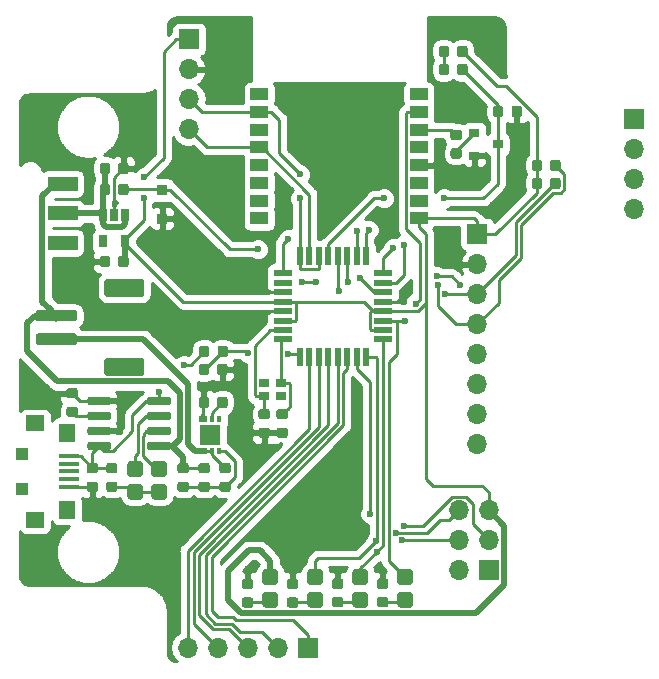
<source format=gtl>
G04 #@! TF.GenerationSoftware,KiCad,Pcbnew,(5.0.2)-1*
G04 #@! TF.CreationDate,2020-11-28T21:44:54+10:00*
G04 #@! TF.ProjectId,trailer leveler,74726169-6c65-4722-906c-6576656c6572,1*
G04 #@! TF.SameCoordinates,Original*
G04 #@! TF.FileFunction,Copper,L1,Top*
G04 #@! TF.FilePolarity,Positive*
%FSLAX46Y46*%
G04 Gerber Fmt 4.6, Leading zero omitted, Abs format (unit mm)*
G04 Created by KiCad (PCBNEW (5.0.2)-1) date 28/11/2020 9:44:54 PM*
%MOMM*%
%LPD*%
G01*
G04 APERTURE LIST*
G04 #@! TA.AperFunction,SMDPad,CuDef*
%ADD10R,1.800000X0.400000*%
G04 #@! TD*
G04 #@! TA.AperFunction,SMDPad,CuDef*
%ADD11R,1.500000X1.350000*%
G04 #@! TD*
G04 #@! TA.AperFunction,SMDPad,CuDef*
%ADD12R,1.400000X1.500000*%
G04 #@! TD*
G04 #@! TA.AperFunction,SMDPad,CuDef*
%ADD13R,1.000000X1.100000*%
G04 #@! TD*
G04 #@! TA.AperFunction,ComponentPad*
%ADD14O,1.700000X1.700000*%
G04 #@! TD*
G04 #@! TA.AperFunction,ComponentPad*
%ADD15R,1.700000X1.700000*%
G04 #@! TD*
G04 #@! TA.AperFunction,SMDPad,CuDef*
%ADD16R,0.550000X1.600000*%
G04 #@! TD*
G04 #@! TA.AperFunction,SMDPad,CuDef*
%ADD17R,1.600000X0.550000*%
G04 #@! TD*
G04 #@! TA.AperFunction,SMDPad,CuDef*
%ADD18R,0.900000X0.800000*%
G04 #@! TD*
G04 #@! TA.AperFunction,Conductor*
%ADD19C,0.100000*%
G04 #@! TD*
G04 #@! TA.AperFunction,SMDPad,CuDef*
%ADD20C,0.875000*%
G04 #@! TD*
G04 #@! TA.AperFunction,SMDPad,CuDef*
%ADD21R,0.900000X0.900000*%
G04 #@! TD*
G04 #@! TA.AperFunction,SMDPad,CuDef*
%ADD22C,1.000000*%
G04 #@! TD*
G04 #@! TA.AperFunction,SMDPad,CuDef*
%ADD23C,1.500000*%
G04 #@! TD*
G04 #@! TA.AperFunction,SMDPad,CuDef*
%ADD24R,2.500000X1.200000*%
G04 #@! TD*
G04 #@! TA.AperFunction,SMDPad,CuDef*
%ADD25R,0.650000X1.060000*%
G04 #@! TD*
G04 #@! TA.AperFunction,SMDPad,CuDef*
%ADD26R,1.500000X1.000000*%
G04 #@! TD*
G04 #@! TA.AperFunction,SMDPad,CuDef*
%ADD27R,1.800000X1.800000*%
G04 #@! TD*
G04 #@! TA.AperFunction,SMDPad,CuDef*
%ADD28R,0.750000X0.500000*%
G04 #@! TD*
G04 #@! TA.AperFunction,SMDPad,CuDef*
%ADD29R,0.400000X0.500000*%
G04 #@! TD*
G04 #@! TA.AperFunction,SMDPad,CuDef*
%ADD30C,0.650000*%
G04 #@! TD*
G04 #@! TA.AperFunction,SMDPad,CuDef*
%ADD31C,1.300000*%
G04 #@! TD*
G04 #@! TA.AperFunction,ViaPad*
%ADD32C,0.600000*%
G04 #@! TD*
G04 #@! TA.AperFunction,Conductor*
%ADD33C,0.250000*%
G04 #@! TD*
G04 #@! TA.AperFunction,Conductor*
%ADD34C,0.500000*%
G04 #@! TD*
G04 #@! TA.AperFunction,Conductor*
%ADD35C,0.254000*%
G04 #@! TD*
G04 APERTURE END LIST*
D10*
G04 #@! TO.P,J5,1*
G04 #@! TO.N,VUSB*
X-22606000Y-9876000D03*
G04 #@! TO.P,J5,2*
G04 #@! TO.N,Net-(J5-Pad2)*
X-22606000Y-10526000D03*
G04 #@! TO.P,J5,3*
G04 #@! TO.N,Net-(J5-Pad3)*
X-22606000Y-11176000D03*
G04 #@! TO.P,J5,4*
G04 #@! TO.N,Net-(J5-Pad4)*
X-22606000Y-11826000D03*
G04 #@! TO.P,J5,5*
G04 #@! TO.N,GNDD*
X-22606000Y-12476000D03*
D11*
G04 #@! TO.P,J5,*
G04 #@! TO.N,*
X-25476000Y-7101000D03*
X-25476000Y-15251000D03*
D12*
X-22776000Y-7926000D03*
X-22776000Y-14426000D03*
D13*
X-26626000Y-12676000D03*
X-26626000Y-9676000D03*
G04 #@! TD*
D14*
G04 #@! TO.P,J1,6*
G04 #@! TO.N,MISO*
X10414000Y-14478000D03*
G04 #@! TO.P,J1,5*
G04 #@! TO.N,3.3V*
X12954000Y-14478000D03*
G04 #@! TO.P,J1,4*
G04 #@! TO.N,SCK*
X10414000Y-17018000D03*
G04 #@! TO.P,J1,3*
G04 #@! TO.N,MOSI*
X12954000Y-17018000D03*
G04 #@! TO.P,J1,2*
G04 #@! TO.N,RST*
X10414000Y-19558000D03*
D15*
G04 #@! TO.P,J1,1*
G04 #@! TO.N,GNDD*
X12954000Y-19558000D03*
G04 #@! TD*
D16*
G04 #@! TO.P,U2,32*
G04 #@! TO.N,BTTX*
X-3054000Y7044000D03*
G04 #@! TO.P,U2,31*
G04 #@! TO.N,BTRX*
X-2254000Y7044000D03*
G04 #@! TO.P,U2,30*
G04 #@! TO.N,BTTX*
X-1454000Y7044000D03*
G04 #@! TO.P,U2,29*
G04 #@! TO.N,RST*
X-654000Y7044000D03*
G04 #@! TO.P,U2,28*
G04 #@! TO.N,SCL*
X146000Y7044000D03*
G04 #@! TO.P,U2,27*
G04 #@! TO.N,SDA*
X946000Y7044000D03*
G04 #@! TO.P,U2,26*
G04 #@! TO.N,pin26*
X1746000Y7044000D03*
G04 #@! TO.P,U2,25*
G04 #@! TO.N,pin25*
X2546000Y7044000D03*
D17*
G04 #@! TO.P,U2,24*
G04 #@! TO.N,pin24*
X3996000Y5594000D03*
G04 #@! TO.P,U2,23*
G04 #@! TO.N,pin23*
X3996000Y4794000D03*
G04 #@! TO.P,U2,22*
G04 #@! TO.N,Net-(D3-Pad1)*
X3996000Y3994000D03*
G04 #@! TO.P,U2,21*
G04 #@! TO.N,GNDD*
X3996000Y3194000D03*
G04 #@! TO.P,U2,20*
G04 #@! TO.N,3.3V*
X3996000Y2394000D03*
G04 #@! TO.P,U2,19*
G04 #@! TO.N,BT*
X3996000Y1594000D03*
G04 #@! TO.P,U2,18*
G04 #@! TO.N,3.3V*
X3996000Y794000D03*
G04 #@! TO.P,U2,17*
G04 #@! TO.N,SCK*
X3996000Y-6000D03*
D16*
G04 #@! TO.P,U2,16*
G04 #@! TO.N,MISO*
X2546000Y-1456000D03*
G04 #@! TO.P,U2,15*
G04 #@! TO.N,MOSI*
X1746000Y-1456000D03*
G04 #@! TO.P,U2,14*
G04 #@! TO.N,pin14*
X946000Y-1456000D03*
G04 #@! TO.P,U2,13*
G04 #@! TO.N,pin13*
X146000Y-1456000D03*
G04 #@! TO.P,U2,12*
G04 #@! TO.N,pin12*
X-654000Y-1456000D03*
G04 #@! TO.P,U2,11*
G04 #@! TO.N,pin11*
X-1454000Y-1456000D03*
G04 #@! TO.P,U2,10*
G04 #@! TO.N,pin10*
X-2254000Y-1456000D03*
G04 #@! TO.P,U2,9*
G04 #@! TO.N,Net-(R6-Pad2)*
X-3054000Y-1456000D03*
D17*
G04 #@! TO.P,U2,8*
G04 #@! TO.N,Net-(C4-Pad1)*
X-4504000Y-6000D03*
G04 #@! TO.P,U2,7*
G04 #@! TO.N,Net-(C3-Pad1)*
X-4504000Y794000D03*
G04 #@! TO.P,U2,6*
G04 #@! TO.N,3.3V*
X-4504000Y1594000D03*
G04 #@! TO.P,U2,5*
G04 #@! TO.N,GNDD*
X-4504000Y2394000D03*
G04 #@! TO.P,U2,4*
G04 #@! TO.N,3.3V*
X-4504000Y3194000D03*
G04 #@! TO.P,U2,3*
G04 #@! TO.N,GNDD*
X-4504000Y3994000D03*
G04 #@! TO.P,U2,2*
G04 #@! TO.N,Net-(U2-Pad2)*
X-4504000Y4794000D03*
G04 #@! TO.P,U2,1*
G04 #@! TO.N,MPU_INT*
X-4504000Y5594000D03*
G04 #@! TD*
D18*
G04 #@! TO.P,Y1,1*
G04 #@! TO.N,Net-(C4-Pad1)*
X-4696000Y-3726000D03*
G04 #@! TO.P,Y1,2*
G04 #@! TO.N,Net-(Y1-Pad2)*
X-6096000Y-3726000D03*
G04 #@! TO.P,Y1,3*
G04 #@! TO.N,Net-(C3-Pad1)*
X-6096000Y-4826000D03*
G04 #@! TO.P,Y1,4*
G04 #@! TO.N,Net-(Y1-Pad4)*
X-4696000Y-4826000D03*
G04 #@! TD*
D19*
G04 #@! TO.N,3.3V*
G04 #@! TO.C,C1*
G36*
X-17768309Y7077947D02*
X-17747074Y7074797D01*
X-17726250Y7069581D01*
X-17706038Y7062349D01*
X-17686632Y7053170D01*
X-17668219Y7042134D01*
X-17650976Y7029346D01*
X-17635070Y7014930D01*
X-17620654Y6999024D01*
X-17607866Y6981781D01*
X-17596830Y6963368D01*
X-17587651Y6943962D01*
X-17580419Y6923750D01*
X-17575203Y6902926D01*
X-17572053Y6881691D01*
X-17571000Y6860250D01*
X-17571000Y6347750D01*
X-17572053Y6326309D01*
X-17575203Y6305074D01*
X-17580419Y6284250D01*
X-17587651Y6264038D01*
X-17596830Y6244632D01*
X-17607866Y6226219D01*
X-17620654Y6208976D01*
X-17635070Y6193070D01*
X-17650976Y6178654D01*
X-17668219Y6165866D01*
X-17686632Y6154830D01*
X-17706038Y6145651D01*
X-17726250Y6138419D01*
X-17747074Y6133203D01*
X-17768309Y6130053D01*
X-17789750Y6129000D01*
X-18227250Y6129000D01*
X-18248691Y6130053D01*
X-18269926Y6133203D01*
X-18290750Y6138419D01*
X-18310962Y6145651D01*
X-18330368Y6154830D01*
X-18348781Y6165866D01*
X-18366024Y6178654D01*
X-18381930Y6193070D01*
X-18396346Y6208976D01*
X-18409134Y6226219D01*
X-18420170Y6244632D01*
X-18429349Y6264038D01*
X-18436581Y6284250D01*
X-18441797Y6305074D01*
X-18444947Y6326309D01*
X-18446000Y6347750D01*
X-18446000Y6860250D01*
X-18444947Y6881691D01*
X-18441797Y6902926D01*
X-18436581Y6923750D01*
X-18429349Y6943962D01*
X-18420170Y6963368D01*
X-18409134Y6981781D01*
X-18396346Y6999024D01*
X-18381930Y7014930D01*
X-18366024Y7029346D01*
X-18348781Y7042134D01*
X-18330368Y7053170D01*
X-18310962Y7062349D01*
X-18290750Y7069581D01*
X-18269926Y7074797D01*
X-18248691Y7077947D01*
X-18227250Y7079000D01*
X-17789750Y7079000D01*
X-17768309Y7077947D01*
X-17768309Y7077947D01*
G37*
D20*
G04 #@! TD*
G04 #@! TO.P,C1,1*
G04 #@! TO.N,3.3V*
X-18008500Y6604000D03*
D19*
G04 #@! TO.N,GNDD*
G04 #@! TO.C,C1*
G36*
X-19343309Y7077947D02*
X-19322074Y7074797D01*
X-19301250Y7069581D01*
X-19281038Y7062349D01*
X-19261632Y7053170D01*
X-19243219Y7042134D01*
X-19225976Y7029346D01*
X-19210070Y7014930D01*
X-19195654Y6999024D01*
X-19182866Y6981781D01*
X-19171830Y6963368D01*
X-19162651Y6943962D01*
X-19155419Y6923750D01*
X-19150203Y6902926D01*
X-19147053Y6881691D01*
X-19146000Y6860250D01*
X-19146000Y6347750D01*
X-19147053Y6326309D01*
X-19150203Y6305074D01*
X-19155419Y6284250D01*
X-19162651Y6264038D01*
X-19171830Y6244632D01*
X-19182866Y6226219D01*
X-19195654Y6208976D01*
X-19210070Y6193070D01*
X-19225976Y6178654D01*
X-19243219Y6165866D01*
X-19261632Y6154830D01*
X-19281038Y6145651D01*
X-19301250Y6138419D01*
X-19322074Y6133203D01*
X-19343309Y6130053D01*
X-19364750Y6129000D01*
X-19802250Y6129000D01*
X-19823691Y6130053D01*
X-19844926Y6133203D01*
X-19865750Y6138419D01*
X-19885962Y6145651D01*
X-19905368Y6154830D01*
X-19923781Y6165866D01*
X-19941024Y6178654D01*
X-19956930Y6193070D01*
X-19971346Y6208976D01*
X-19984134Y6226219D01*
X-19995170Y6244632D01*
X-20004349Y6264038D01*
X-20011581Y6284250D01*
X-20016797Y6305074D01*
X-20019947Y6326309D01*
X-20021000Y6347750D01*
X-20021000Y6860250D01*
X-20019947Y6881691D01*
X-20016797Y6902926D01*
X-20011581Y6923750D01*
X-20004349Y6943962D01*
X-19995170Y6963368D01*
X-19984134Y6981781D01*
X-19971346Y6999024D01*
X-19956930Y7014930D01*
X-19941024Y7029346D01*
X-19923781Y7042134D01*
X-19905368Y7053170D01*
X-19885962Y7062349D01*
X-19865750Y7069581D01*
X-19844926Y7074797D01*
X-19823691Y7077947D01*
X-19802250Y7079000D01*
X-19364750Y7079000D01*
X-19343309Y7077947D01*
X-19343309Y7077947D01*
G37*
D20*
G04 #@! TD*
G04 #@! TO.P,C1,2*
G04 #@! TO.N,GNDD*
X-19583500Y6604000D03*
D19*
G04 #@! TO.N,GNDD*
G04 #@! TO.C,C2*
G36*
X-17768309Y14951947D02*
X-17747074Y14948797D01*
X-17726250Y14943581D01*
X-17706038Y14936349D01*
X-17686632Y14927170D01*
X-17668219Y14916134D01*
X-17650976Y14903346D01*
X-17635070Y14888930D01*
X-17620654Y14873024D01*
X-17607866Y14855781D01*
X-17596830Y14837368D01*
X-17587651Y14817962D01*
X-17580419Y14797750D01*
X-17575203Y14776926D01*
X-17572053Y14755691D01*
X-17571000Y14734250D01*
X-17571000Y14221750D01*
X-17572053Y14200309D01*
X-17575203Y14179074D01*
X-17580419Y14158250D01*
X-17587651Y14138038D01*
X-17596830Y14118632D01*
X-17607866Y14100219D01*
X-17620654Y14082976D01*
X-17635070Y14067070D01*
X-17650976Y14052654D01*
X-17668219Y14039866D01*
X-17686632Y14028830D01*
X-17706038Y14019651D01*
X-17726250Y14012419D01*
X-17747074Y14007203D01*
X-17768309Y14004053D01*
X-17789750Y14003000D01*
X-18227250Y14003000D01*
X-18248691Y14004053D01*
X-18269926Y14007203D01*
X-18290750Y14012419D01*
X-18310962Y14019651D01*
X-18330368Y14028830D01*
X-18348781Y14039866D01*
X-18366024Y14052654D01*
X-18381930Y14067070D01*
X-18396346Y14082976D01*
X-18409134Y14100219D01*
X-18420170Y14118632D01*
X-18429349Y14138038D01*
X-18436581Y14158250D01*
X-18441797Y14179074D01*
X-18444947Y14200309D01*
X-18446000Y14221750D01*
X-18446000Y14734250D01*
X-18444947Y14755691D01*
X-18441797Y14776926D01*
X-18436581Y14797750D01*
X-18429349Y14817962D01*
X-18420170Y14837368D01*
X-18409134Y14855781D01*
X-18396346Y14873024D01*
X-18381930Y14888930D01*
X-18366024Y14903346D01*
X-18348781Y14916134D01*
X-18330368Y14927170D01*
X-18310962Y14936349D01*
X-18290750Y14943581D01*
X-18269926Y14948797D01*
X-18248691Y14951947D01*
X-18227250Y14953000D01*
X-17789750Y14953000D01*
X-17768309Y14951947D01*
X-17768309Y14951947D01*
G37*
D20*
G04 #@! TD*
G04 #@! TO.P,C2,2*
G04 #@! TO.N,GNDD*
X-18008500Y14478000D03*
D19*
G04 #@! TO.N,VIN*
G04 #@! TO.C,C2*
G36*
X-19343309Y14951947D02*
X-19322074Y14948797D01*
X-19301250Y14943581D01*
X-19281038Y14936349D01*
X-19261632Y14927170D01*
X-19243219Y14916134D01*
X-19225976Y14903346D01*
X-19210070Y14888930D01*
X-19195654Y14873024D01*
X-19182866Y14855781D01*
X-19171830Y14837368D01*
X-19162651Y14817962D01*
X-19155419Y14797750D01*
X-19150203Y14776926D01*
X-19147053Y14755691D01*
X-19146000Y14734250D01*
X-19146000Y14221750D01*
X-19147053Y14200309D01*
X-19150203Y14179074D01*
X-19155419Y14158250D01*
X-19162651Y14138038D01*
X-19171830Y14118632D01*
X-19182866Y14100219D01*
X-19195654Y14082976D01*
X-19210070Y14067070D01*
X-19225976Y14052654D01*
X-19243219Y14039866D01*
X-19261632Y14028830D01*
X-19281038Y14019651D01*
X-19301250Y14012419D01*
X-19322074Y14007203D01*
X-19343309Y14004053D01*
X-19364750Y14003000D01*
X-19802250Y14003000D01*
X-19823691Y14004053D01*
X-19844926Y14007203D01*
X-19865750Y14012419D01*
X-19885962Y14019651D01*
X-19905368Y14028830D01*
X-19923781Y14039866D01*
X-19941024Y14052654D01*
X-19956930Y14067070D01*
X-19971346Y14082976D01*
X-19984134Y14100219D01*
X-19995170Y14118632D01*
X-20004349Y14138038D01*
X-20011581Y14158250D01*
X-20016797Y14179074D01*
X-20019947Y14200309D01*
X-20021000Y14221750D01*
X-20021000Y14734250D01*
X-20019947Y14755691D01*
X-20016797Y14776926D01*
X-20011581Y14797750D01*
X-20004349Y14817962D01*
X-19995170Y14837368D01*
X-19984134Y14855781D01*
X-19971346Y14873024D01*
X-19956930Y14888930D01*
X-19941024Y14903346D01*
X-19923781Y14916134D01*
X-19905368Y14927170D01*
X-19885962Y14936349D01*
X-19865750Y14943581D01*
X-19844926Y14948797D01*
X-19823691Y14951947D01*
X-19802250Y14953000D01*
X-19364750Y14953000D01*
X-19343309Y14951947D01*
X-19343309Y14951947D01*
G37*
D20*
G04 #@! TD*
G04 #@! TO.P,C2,1*
G04 #@! TO.N,VIN*
X-19583500Y14478000D03*
D19*
G04 #@! TO.N,Net-(C3-Pad1)*
G04 #@! TO.C,C3*
G36*
X-5818309Y-5888053D02*
X-5797074Y-5891203D01*
X-5776250Y-5896419D01*
X-5756038Y-5903651D01*
X-5736632Y-5912830D01*
X-5718219Y-5923866D01*
X-5700976Y-5936654D01*
X-5685070Y-5951070D01*
X-5670654Y-5966976D01*
X-5657866Y-5984219D01*
X-5646830Y-6002632D01*
X-5637651Y-6022038D01*
X-5630419Y-6042250D01*
X-5625203Y-6063074D01*
X-5622053Y-6084309D01*
X-5621000Y-6105750D01*
X-5621000Y-6543250D01*
X-5622053Y-6564691D01*
X-5625203Y-6585926D01*
X-5630419Y-6606750D01*
X-5637651Y-6626962D01*
X-5646830Y-6646368D01*
X-5657866Y-6664781D01*
X-5670654Y-6682024D01*
X-5685070Y-6697930D01*
X-5700976Y-6712346D01*
X-5718219Y-6725134D01*
X-5736632Y-6736170D01*
X-5756038Y-6745349D01*
X-5776250Y-6752581D01*
X-5797074Y-6757797D01*
X-5818309Y-6760947D01*
X-5839750Y-6762000D01*
X-6352250Y-6762000D01*
X-6373691Y-6760947D01*
X-6394926Y-6757797D01*
X-6415750Y-6752581D01*
X-6435962Y-6745349D01*
X-6455368Y-6736170D01*
X-6473781Y-6725134D01*
X-6491024Y-6712346D01*
X-6506930Y-6697930D01*
X-6521346Y-6682024D01*
X-6534134Y-6664781D01*
X-6545170Y-6646368D01*
X-6554349Y-6626962D01*
X-6561581Y-6606750D01*
X-6566797Y-6585926D01*
X-6569947Y-6564691D01*
X-6571000Y-6543250D01*
X-6571000Y-6105750D01*
X-6569947Y-6084309D01*
X-6566797Y-6063074D01*
X-6561581Y-6042250D01*
X-6554349Y-6022038D01*
X-6545170Y-6002632D01*
X-6534134Y-5984219D01*
X-6521346Y-5966976D01*
X-6506930Y-5951070D01*
X-6491024Y-5936654D01*
X-6473781Y-5923866D01*
X-6455368Y-5912830D01*
X-6435962Y-5903651D01*
X-6415750Y-5896419D01*
X-6394926Y-5891203D01*
X-6373691Y-5888053D01*
X-6352250Y-5887000D01*
X-5839750Y-5887000D01*
X-5818309Y-5888053D01*
X-5818309Y-5888053D01*
G37*
D20*
G04 #@! TD*
G04 #@! TO.P,C3,1*
G04 #@! TO.N,Net-(C3-Pad1)*
X-6096000Y-6324500D03*
D19*
G04 #@! TO.N,GNDD*
G04 #@! TO.C,C3*
G36*
X-5818309Y-7463053D02*
X-5797074Y-7466203D01*
X-5776250Y-7471419D01*
X-5756038Y-7478651D01*
X-5736632Y-7487830D01*
X-5718219Y-7498866D01*
X-5700976Y-7511654D01*
X-5685070Y-7526070D01*
X-5670654Y-7541976D01*
X-5657866Y-7559219D01*
X-5646830Y-7577632D01*
X-5637651Y-7597038D01*
X-5630419Y-7617250D01*
X-5625203Y-7638074D01*
X-5622053Y-7659309D01*
X-5621000Y-7680750D01*
X-5621000Y-8118250D01*
X-5622053Y-8139691D01*
X-5625203Y-8160926D01*
X-5630419Y-8181750D01*
X-5637651Y-8201962D01*
X-5646830Y-8221368D01*
X-5657866Y-8239781D01*
X-5670654Y-8257024D01*
X-5685070Y-8272930D01*
X-5700976Y-8287346D01*
X-5718219Y-8300134D01*
X-5736632Y-8311170D01*
X-5756038Y-8320349D01*
X-5776250Y-8327581D01*
X-5797074Y-8332797D01*
X-5818309Y-8335947D01*
X-5839750Y-8337000D01*
X-6352250Y-8337000D01*
X-6373691Y-8335947D01*
X-6394926Y-8332797D01*
X-6415750Y-8327581D01*
X-6435962Y-8320349D01*
X-6455368Y-8311170D01*
X-6473781Y-8300134D01*
X-6491024Y-8287346D01*
X-6506930Y-8272930D01*
X-6521346Y-8257024D01*
X-6534134Y-8239781D01*
X-6545170Y-8221368D01*
X-6554349Y-8201962D01*
X-6561581Y-8181750D01*
X-6566797Y-8160926D01*
X-6569947Y-8139691D01*
X-6571000Y-8118250D01*
X-6571000Y-7680750D01*
X-6569947Y-7659309D01*
X-6566797Y-7638074D01*
X-6561581Y-7617250D01*
X-6554349Y-7597038D01*
X-6545170Y-7577632D01*
X-6534134Y-7559219D01*
X-6521346Y-7541976D01*
X-6506930Y-7526070D01*
X-6491024Y-7511654D01*
X-6473781Y-7498866D01*
X-6455368Y-7487830D01*
X-6435962Y-7478651D01*
X-6415750Y-7471419D01*
X-6394926Y-7466203D01*
X-6373691Y-7463053D01*
X-6352250Y-7462000D01*
X-5839750Y-7462000D01*
X-5818309Y-7463053D01*
X-5818309Y-7463053D01*
G37*
D20*
G04 #@! TD*
G04 #@! TO.P,C3,2*
G04 #@! TO.N,GNDD*
X-6096000Y-7899500D03*
D19*
G04 #@! TO.N,Net-(C4-Pad1)*
G04 #@! TO.C,C4*
G36*
X-4294309Y-5888053D02*
X-4273074Y-5891203D01*
X-4252250Y-5896419D01*
X-4232038Y-5903651D01*
X-4212632Y-5912830D01*
X-4194219Y-5923866D01*
X-4176976Y-5936654D01*
X-4161070Y-5951070D01*
X-4146654Y-5966976D01*
X-4133866Y-5984219D01*
X-4122830Y-6002632D01*
X-4113651Y-6022038D01*
X-4106419Y-6042250D01*
X-4101203Y-6063074D01*
X-4098053Y-6084309D01*
X-4097000Y-6105750D01*
X-4097000Y-6543250D01*
X-4098053Y-6564691D01*
X-4101203Y-6585926D01*
X-4106419Y-6606750D01*
X-4113651Y-6626962D01*
X-4122830Y-6646368D01*
X-4133866Y-6664781D01*
X-4146654Y-6682024D01*
X-4161070Y-6697930D01*
X-4176976Y-6712346D01*
X-4194219Y-6725134D01*
X-4212632Y-6736170D01*
X-4232038Y-6745349D01*
X-4252250Y-6752581D01*
X-4273074Y-6757797D01*
X-4294309Y-6760947D01*
X-4315750Y-6762000D01*
X-4828250Y-6762000D01*
X-4849691Y-6760947D01*
X-4870926Y-6757797D01*
X-4891750Y-6752581D01*
X-4911962Y-6745349D01*
X-4931368Y-6736170D01*
X-4949781Y-6725134D01*
X-4967024Y-6712346D01*
X-4982930Y-6697930D01*
X-4997346Y-6682024D01*
X-5010134Y-6664781D01*
X-5021170Y-6646368D01*
X-5030349Y-6626962D01*
X-5037581Y-6606750D01*
X-5042797Y-6585926D01*
X-5045947Y-6564691D01*
X-5047000Y-6543250D01*
X-5047000Y-6105750D01*
X-5045947Y-6084309D01*
X-5042797Y-6063074D01*
X-5037581Y-6042250D01*
X-5030349Y-6022038D01*
X-5021170Y-6002632D01*
X-5010134Y-5984219D01*
X-4997346Y-5966976D01*
X-4982930Y-5951070D01*
X-4967024Y-5936654D01*
X-4949781Y-5923866D01*
X-4931368Y-5912830D01*
X-4911962Y-5903651D01*
X-4891750Y-5896419D01*
X-4870926Y-5891203D01*
X-4849691Y-5888053D01*
X-4828250Y-5887000D01*
X-4315750Y-5887000D01*
X-4294309Y-5888053D01*
X-4294309Y-5888053D01*
G37*
D20*
G04 #@! TD*
G04 #@! TO.P,C4,1*
G04 #@! TO.N,Net-(C4-Pad1)*
X-4572000Y-6324500D03*
D19*
G04 #@! TO.N,GNDD*
G04 #@! TO.C,C4*
G36*
X-4294309Y-7463053D02*
X-4273074Y-7466203D01*
X-4252250Y-7471419D01*
X-4232038Y-7478651D01*
X-4212632Y-7487830D01*
X-4194219Y-7498866D01*
X-4176976Y-7511654D01*
X-4161070Y-7526070D01*
X-4146654Y-7541976D01*
X-4133866Y-7559219D01*
X-4122830Y-7577632D01*
X-4113651Y-7597038D01*
X-4106419Y-7617250D01*
X-4101203Y-7638074D01*
X-4098053Y-7659309D01*
X-4097000Y-7680750D01*
X-4097000Y-8118250D01*
X-4098053Y-8139691D01*
X-4101203Y-8160926D01*
X-4106419Y-8181750D01*
X-4113651Y-8201962D01*
X-4122830Y-8221368D01*
X-4133866Y-8239781D01*
X-4146654Y-8257024D01*
X-4161070Y-8272930D01*
X-4176976Y-8287346D01*
X-4194219Y-8300134D01*
X-4212632Y-8311170D01*
X-4232038Y-8320349D01*
X-4252250Y-8327581D01*
X-4273074Y-8332797D01*
X-4294309Y-8335947D01*
X-4315750Y-8337000D01*
X-4828250Y-8337000D01*
X-4849691Y-8335947D01*
X-4870926Y-8332797D01*
X-4891750Y-8327581D01*
X-4911962Y-8320349D01*
X-4931368Y-8311170D01*
X-4949781Y-8300134D01*
X-4967024Y-8287346D01*
X-4982930Y-8272930D01*
X-4997346Y-8257024D01*
X-5010134Y-8239781D01*
X-5021170Y-8221368D01*
X-5030349Y-8201962D01*
X-5037581Y-8181750D01*
X-5042797Y-8160926D01*
X-5045947Y-8139691D01*
X-5047000Y-8118250D01*
X-5047000Y-7680750D01*
X-5045947Y-7659309D01*
X-5042797Y-7638074D01*
X-5037581Y-7617250D01*
X-5030349Y-7597038D01*
X-5021170Y-7577632D01*
X-5010134Y-7559219D01*
X-4997346Y-7541976D01*
X-4982930Y-7526070D01*
X-4967024Y-7511654D01*
X-4949781Y-7498866D01*
X-4931368Y-7487830D01*
X-4911962Y-7478651D01*
X-4891750Y-7471419D01*
X-4870926Y-7466203D01*
X-4849691Y-7463053D01*
X-4828250Y-7462000D01*
X-4315750Y-7462000D01*
X-4294309Y-7463053D01*
X-4294309Y-7463053D01*
G37*
D20*
G04 #@! TD*
G04 #@! TO.P,C4,2*
G04 #@! TO.N,GNDD*
X-4572000Y-7899500D03*
D19*
G04 #@! TO.N,GNDD*
G04 #@! TO.C,C5*
G36*
X-20359809Y-12035053D02*
X-20338574Y-12038203D01*
X-20317750Y-12043419D01*
X-20297538Y-12050651D01*
X-20278132Y-12059830D01*
X-20259719Y-12070866D01*
X-20242476Y-12083654D01*
X-20226570Y-12098070D01*
X-20212154Y-12113976D01*
X-20199366Y-12131219D01*
X-20188330Y-12149632D01*
X-20179151Y-12169038D01*
X-20171919Y-12189250D01*
X-20166703Y-12210074D01*
X-20163553Y-12231309D01*
X-20162500Y-12252750D01*
X-20162500Y-12690250D01*
X-20163553Y-12711691D01*
X-20166703Y-12732926D01*
X-20171919Y-12753750D01*
X-20179151Y-12773962D01*
X-20188330Y-12793368D01*
X-20199366Y-12811781D01*
X-20212154Y-12829024D01*
X-20226570Y-12844930D01*
X-20242476Y-12859346D01*
X-20259719Y-12872134D01*
X-20278132Y-12883170D01*
X-20297538Y-12892349D01*
X-20317750Y-12899581D01*
X-20338574Y-12904797D01*
X-20359809Y-12907947D01*
X-20381250Y-12909000D01*
X-20893750Y-12909000D01*
X-20915191Y-12907947D01*
X-20936426Y-12904797D01*
X-20957250Y-12899581D01*
X-20977462Y-12892349D01*
X-20996868Y-12883170D01*
X-21015281Y-12872134D01*
X-21032524Y-12859346D01*
X-21048430Y-12844930D01*
X-21062846Y-12829024D01*
X-21075634Y-12811781D01*
X-21086670Y-12793368D01*
X-21095849Y-12773962D01*
X-21103081Y-12753750D01*
X-21108297Y-12732926D01*
X-21111447Y-12711691D01*
X-21112500Y-12690250D01*
X-21112500Y-12252750D01*
X-21111447Y-12231309D01*
X-21108297Y-12210074D01*
X-21103081Y-12189250D01*
X-21095849Y-12169038D01*
X-21086670Y-12149632D01*
X-21075634Y-12131219D01*
X-21062846Y-12113976D01*
X-21048430Y-12098070D01*
X-21032524Y-12083654D01*
X-21015281Y-12070866D01*
X-20996868Y-12059830D01*
X-20977462Y-12050651D01*
X-20957250Y-12043419D01*
X-20936426Y-12038203D01*
X-20915191Y-12035053D01*
X-20893750Y-12034000D01*
X-20381250Y-12034000D01*
X-20359809Y-12035053D01*
X-20359809Y-12035053D01*
G37*
D20*
G04 #@! TD*
G04 #@! TO.P,C5,2*
G04 #@! TO.N,GNDD*
X-20637500Y-12471500D03*
D19*
G04 #@! TO.N,VUSB*
G04 #@! TO.C,C5*
G36*
X-20359809Y-10460053D02*
X-20338574Y-10463203D01*
X-20317750Y-10468419D01*
X-20297538Y-10475651D01*
X-20278132Y-10484830D01*
X-20259719Y-10495866D01*
X-20242476Y-10508654D01*
X-20226570Y-10523070D01*
X-20212154Y-10538976D01*
X-20199366Y-10556219D01*
X-20188330Y-10574632D01*
X-20179151Y-10594038D01*
X-20171919Y-10614250D01*
X-20166703Y-10635074D01*
X-20163553Y-10656309D01*
X-20162500Y-10677750D01*
X-20162500Y-11115250D01*
X-20163553Y-11136691D01*
X-20166703Y-11157926D01*
X-20171919Y-11178750D01*
X-20179151Y-11198962D01*
X-20188330Y-11218368D01*
X-20199366Y-11236781D01*
X-20212154Y-11254024D01*
X-20226570Y-11269930D01*
X-20242476Y-11284346D01*
X-20259719Y-11297134D01*
X-20278132Y-11308170D01*
X-20297538Y-11317349D01*
X-20317750Y-11324581D01*
X-20338574Y-11329797D01*
X-20359809Y-11332947D01*
X-20381250Y-11334000D01*
X-20893750Y-11334000D01*
X-20915191Y-11332947D01*
X-20936426Y-11329797D01*
X-20957250Y-11324581D01*
X-20977462Y-11317349D01*
X-20996868Y-11308170D01*
X-21015281Y-11297134D01*
X-21032524Y-11284346D01*
X-21048430Y-11269930D01*
X-21062846Y-11254024D01*
X-21075634Y-11236781D01*
X-21086670Y-11218368D01*
X-21095849Y-11198962D01*
X-21103081Y-11178750D01*
X-21108297Y-11157926D01*
X-21111447Y-11136691D01*
X-21112500Y-11115250D01*
X-21112500Y-10677750D01*
X-21111447Y-10656309D01*
X-21108297Y-10635074D01*
X-21103081Y-10614250D01*
X-21095849Y-10594038D01*
X-21086670Y-10574632D01*
X-21075634Y-10556219D01*
X-21062846Y-10538976D01*
X-21048430Y-10523070D01*
X-21032524Y-10508654D01*
X-21015281Y-10495866D01*
X-20996868Y-10484830D01*
X-20977462Y-10475651D01*
X-20957250Y-10468419D01*
X-20936426Y-10463203D01*
X-20915191Y-10460053D01*
X-20893750Y-10459000D01*
X-20381250Y-10459000D01*
X-20359809Y-10460053D01*
X-20359809Y-10460053D01*
G37*
D20*
G04 #@! TD*
G04 #@! TO.P,C5,1*
G04 #@! TO.N,VUSB*
X-20637500Y-10896500D03*
D19*
G04 #@! TO.N,-BATT*
G04 #@! TO.C,C6*
G36*
X-9120309Y-10460053D02*
X-9099074Y-10463203D01*
X-9078250Y-10468419D01*
X-9058038Y-10475651D01*
X-9038632Y-10484830D01*
X-9020219Y-10495866D01*
X-9002976Y-10508654D01*
X-8987070Y-10523070D01*
X-8972654Y-10538976D01*
X-8959866Y-10556219D01*
X-8948830Y-10574632D01*
X-8939651Y-10594038D01*
X-8932419Y-10614250D01*
X-8927203Y-10635074D01*
X-8924053Y-10656309D01*
X-8923000Y-10677750D01*
X-8923000Y-11115250D01*
X-8924053Y-11136691D01*
X-8927203Y-11157926D01*
X-8932419Y-11178750D01*
X-8939651Y-11198962D01*
X-8948830Y-11218368D01*
X-8959866Y-11236781D01*
X-8972654Y-11254024D01*
X-8987070Y-11269930D01*
X-9002976Y-11284346D01*
X-9020219Y-11297134D01*
X-9038632Y-11308170D01*
X-9058038Y-11317349D01*
X-9078250Y-11324581D01*
X-9099074Y-11329797D01*
X-9120309Y-11332947D01*
X-9141750Y-11334000D01*
X-9654250Y-11334000D01*
X-9675691Y-11332947D01*
X-9696926Y-11329797D01*
X-9717750Y-11324581D01*
X-9737962Y-11317349D01*
X-9757368Y-11308170D01*
X-9775781Y-11297134D01*
X-9793024Y-11284346D01*
X-9808930Y-11269930D01*
X-9823346Y-11254024D01*
X-9836134Y-11236781D01*
X-9847170Y-11218368D01*
X-9856349Y-11198962D01*
X-9863581Y-11178750D01*
X-9868797Y-11157926D01*
X-9871947Y-11136691D01*
X-9873000Y-11115250D01*
X-9873000Y-10677750D01*
X-9871947Y-10656309D01*
X-9868797Y-10635074D01*
X-9863581Y-10614250D01*
X-9856349Y-10594038D01*
X-9847170Y-10574632D01*
X-9836134Y-10556219D01*
X-9823346Y-10538976D01*
X-9808930Y-10523070D01*
X-9793024Y-10508654D01*
X-9775781Y-10495866D01*
X-9757368Y-10484830D01*
X-9737962Y-10475651D01*
X-9717750Y-10468419D01*
X-9696926Y-10463203D01*
X-9675691Y-10460053D01*
X-9654250Y-10459000D01*
X-9141750Y-10459000D01*
X-9120309Y-10460053D01*
X-9120309Y-10460053D01*
G37*
D20*
G04 #@! TD*
G04 #@! TO.P,C6,2*
G04 #@! TO.N,-BATT*
X-9398000Y-10896500D03*
D19*
G04 #@! TO.N,Net-(C6-Pad1)*
G04 #@! TO.C,C6*
G36*
X-9120309Y-12035053D02*
X-9099074Y-12038203D01*
X-9078250Y-12043419D01*
X-9058038Y-12050651D01*
X-9038632Y-12059830D01*
X-9020219Y-12070866D01*
X-9002976Y-12083654D01*
X-8987070Y-12098070D01*
X-8972654Y-12113976D01*
X-8959866Y-12131219D01*
X-8948830Y-12149632D01*
X-8939651Y-12169038D01*
X-8932419Y-12189250D01*
X-8927203Y-12210074D01*
X-8924053Y-12231309D01*
X-8923000Y-12252750D01*
X-8923000Y-12690250D01*
X-8924053Y-12711691D01*
X-8927203Y-12732926D01*
X-8932419Y-12753750D01*
X-8939651Y-12773962D01*
X-8948830Y-12793368D01*
X-8959866Y-12811781D01*
X-8972654Y-12829024D01*
X-8987070Y-12844930D01*
X-9002976Y-12859346D01*
X-9020219Y-12872134D01*
X-9038632Y-12883170D01*
X-9058038Y-12892349D01*
X-9078250Y-12899581D01*
X-9099074Y-12904797D01*
X-9120309Y-12907947D01*
X-9141750Y-12909000D01*
X-9654250Y-12909000D01*
X-9675691Y-12907947D01*
X-9696926Y-12904797D01*
X-9717750Y-12899581D01*
X-9737962Y-12892349D01*
X-9757368Y-12883170D01*
X-9775781Y-12872134D01*
X-9793024Y-12859346D01*
X-9808930Y-12844930D01*
X-9823346Y-12829024D01*
X-9836134Y-12811781D01*
X-9847170Y-12793368D01*
X-9856349Y-12773962D01*
X-9863581Y-12753750D01*
X-9868797Y-12732926D01*
X-9871947Y-12711691D01*
X-9873000Y-12690250D01*
X-9873000Y-12252750D01*
X-9871947Y-12231309D01*
X-9868797Y-12210074D01*
X-9863581Y-12189250D01*
X-9856349Y-12169038D01*
X-9847170Y-12149632D01*
X-9836134Y-12131219D01*
X-9823346Y-12113976D01*
X-9808930Y-12098070D01*
X-9793024Y-12083654D01*
X-9775781Y-12070866D01*
X-9757368Y-12059830D01*
X-9737962Y-12050651D01*
X-9717750Y-12043419D01*
X-9696926Y-12038203D01*
X-9675691Y-12035053D01*
X-9654250Y-12034000D01*
X-9141750Y-12034000D01*
X-9120309Y-12035053D01*
X-9120309Y-12035053D01*
G37*
D20*
G04 #@! TD*
G04 #@! TO.P,C6,1*
G04 #@! TO.N,Net-(C6-Pad1)*
X-9398000Y-12471500D03*
D21*
G04 #@! TO.P,D3,1*
G04 #@! TO.N,Net-(D3-Pad1)*
X-14732000Y12630000D03*
G04 #@! TO.P,D3,2*
G04 #@! TO.N,GNDD*
X-14732000Y10230000D03*
G04 #@! TD*
D19*
G04 #@! TO.N,-BATT*
G04 #@! TO.C,J2*
G36*
X-22153496Y514796D02*
X-22129227Y511196D01*
X-22105429Y505235D01*
X-22082329Y496970D01*
X-22060151Y486480D01*
X-22039107Y473867D01*
X-22019402Y459253D01*
X-22001223Y442777D01*
X-21984747Y424598D01*
X-21970133Y404893D01*
X-21957520Y383849D01*
X-21947030Y361671D01*
X-21938765Y338571D01*
X-21932804Y314773D01*
X-21929204Y290504D01*
X-21928000Y266000D01*
X-21928000Y-234000D01*
X-21929204Y-258504D01*
X-21932804Y-282773D01*
X-21938765Y-306571D01*
X-21947030Y-329671D01*
X-21957520Y-351849D01*
X-21970133Y-372893D01*
X-21984747Y-392598D01*
X-22001223Y-410777D01*
X-22019402Y-427253D01*
X-22039107Y-441867D01*
X-22060151Y-454480D01*
X-22082329Y-464970D01*
X-22105429Y-473235D01*
X-22129227Y-479196D01*
X-22153496Y-482796D01*
X-22178000Y-484000D01*
X-25178000Y-484000D01*
X-25202504Y-482796D01*
X-25226773Y-479196D01*
X-25250571Y-473235D01*
X-25273671Y-464970D01*
X-25295849Y-454480D01*
X-25316893Y-441867D01*
X-25336598Y-427253D01*
X-25354777Y-410777D01*
X-25371253Y-392598D01*
X-25385867Y-372893D01*
X-25398480Y-351849D01*
X-25408970Y-329671D01*
X-25417235Y-306571D01*
X-25423196Y-282773D01*
X-25426796Y-258504D01*
X-25428000Y-234000D01*
X-25428000Y266000D01*
X-25426796Y290504D01*
X-25423196Y314773D01*
X-25417235Y338571D01*
X-25408970Y361671D01*
X-25398480Y383849D01*
X-25385867Y404893D01*
X-25371253Y424598D01*
X-25354777Y442777D01*
X-25336598Y459253D01*
X-25316893Y473867D01*
X-25295849Y486480D01*
X-25273671Y496970D01*
X-25250571Y505235D01*
X-25226773Y511196D01*
X-25202504Y514796D01*
X-25178000Y516000D01*
X-22178000Y516000D01*
X-22153496Y514796D01*
X-22153496Y514796D01*
G37*
D22*
G04 #@! TD*
G04 #@! TO.P,J2,1*
G04 #@! TO.N,-BATT*
X-23678000Y16000D03*
D19*
G04 #@! TO.N,+BATT*
G04 #@! TO.C,J2*
G36*
X-22153496Y2514796D02*
X-22129227Y2511196D01*
X-22105429Y2505235D01*
X-22082329Y2496970D01*
X-22060151Y2486480D01*
X-22039107Y2473867D01*
X-22019402Y2459253D01*
X-22001223Y2442777D01*
X-21984747Y2424598D01*
X-21970133Y2404893D01*
X-21957520Y2383849D01*
X-21947030Y2361671D01*
X-21938765Y2338571D01*
X-21932804Y2314773D01*
X-21929204Y2290504D01*
X-21928000Y2266000D01*
X-21928000Y1766000D01*
X-21929204Y1741496D01*
X-21932804Y1717227D01*
X-21938765Y1693429D01*
X-21947030Y1670329D01*
X-21957520Y1648151D01*
X-21970133Y1627107D01*
X-21984747Y1607402D01*
X-22001223Y1589223D01*
X-22019402Y1572747D01*
X-22039107Y1558133D01*
X-22060151Y1545520D01*
X-22082329Y1535030D01*
X-22105429Y1526765D01*
X-22129227Y1520804D01*
X-22153496Y1517204D01*
X-22178000Y1516000D01*
X-25178000Y1516000D01*
X-25202504Y1517204D01*
X-25226773Y1520804D01*
X-25250571Y1526765D01*
X-25273671Y1535030D01*
X-25295849Y1545520D01*
X-25316893Y1558133D01*
X-25336598Y1572747D01*
X-25354777Y1589223D01*
X-25371253Y1607402D01*
X-25385867Y1627107D01*
X-25398480Y1648151D01*
X-25408970Y1670329D01*
X-25417235Y1693429D01*
X-25423196Y1717227D01*
X-25426796Y1741496D01*
X-25428000Y1766000D01*
X-25428000Y2266000D01*
X-25426796Y2290504D01*
X-25423196Y2314773D01*
X-25417235Y2338571D01*
X-25408970Y2361671D01*
X-25398480Y2383849D01*
X-25385867Y2404893D01*
X-25371253Y2424598D01*
X-25354777Y2442777D01*
X-25336598Y2459253D01*
X-25316893Y2473867D01*
X-25295849Y2486480D01*
X-25273671Y2496970D01*
X-25250571Y2505235D01*
X-25226773Y2511196D01*
X-25202504Y2514796D01*
X-25178000Y2516000D01*
X-22178000Y2516000D01*
X-22153496Y2514796D01*
X-22153496Y2514796D01*
G37*
D22*
G04 #@! TD*
G04 #@! TO.P,J2,2*
G04 #@! TO.N,+BATT*
X-23678000Y2016000D03*
D19*
G04 #@! TO.N,N/C*
G04 #@! TO.C,J2*
G36*
X-16453496Y-1585204D02*
X-16429227Y-1588804D01*
X-16405429Y-1594765D01*
X-16382329Y-1603030D01*
X-16360151Y-1613520D01*
X-16339107Y-1626133D01*
X-16319402Y-1640747D01*
X-16301223Y-1657223D01*
X-16284747Y-1675402D01*
X-16270133Y-1695107D01*
X-16257520Y-1716151D01*
X-16247030Y-1738329D01*
X-16238765Y-1761429D01*
X-16232804Y-1785227D01*
X-16229204Y-1809496D01*
X-16228000Y-1834000D01*
X-16228000Y-2834000D01*
X-16229204Y-2858504D01*
X-16232804Y-2882773D01*
X-16238765Y-2906571D01*
X-16247030Y-2929671D01*
X-16257520Y-2951849D01*
X-16270133Y-2972893D01*
X-16284747Y-2992598D01*
X-16301223Y-3010777D01*
X-16319402Y-3027253D01*
X-16339107Y-3041867D01*
X-16360151Y-3054480D01*
X-16382329Y-3064970D01*
X-16405429Y-3073235D01*
X-16429227Y-3079196D01*
X-16453496Y-3082796D01*
X-16478000Y-3084000D01*
X-19378000Y-3084000D01*
X-19402504Y-3082796D01*
X-19426773Y-3079196D01*
X-19450571Y-3073235D01*
X-19473671Y-3064970D01*
X-19495849Y-3054480D01*
X-19516893Y-3041867D01*
X-19536598Y-3027253D01*
X-19554777Y-3010777D01*
X-19571253Y-2992598D01*
X-19585867Y-2972893D01*
X-19598480Y-2951849D01*
X-19608970Y-2929671D01*
X-19617235Y-2906571D01*
X-19623196Y-2882773D01*
X-19626796Y-2858504D01*
X-19628000Y-2834000D01*
X-19628000Y-1834000D01*
X-19626796Y-1809496D01*
X-19623196Y-1785227D01*
X-19617235Y-1761429D01*
X-19608970Y-1738329D01*
X-19598480Y-1716151D01*
X-19585867Y-1695107D01*
X-19571253Y-1675402D01*
X-19554777Y-1657223D01*
X-19536598Y-1640747D01*
X-19516893Y-1626133D01*
X-19495849Y-1613520D01*
X-19473671Y-1603030D01*
X-19450571Y-1594765D01*
X-19426773Y-1588804D01*
X-19402504Y-1585204D01*
X-19378000Y-1584000D01*
X-16478000Y-1584000D01*
X-16453496Y-1585204D01*
X-16453496Y-1585204D01*
G37*
D23*
G04 #@! TD*
G04 #@! TO.P,J2,MP*
G04 #@! TO.N,N/C*
X-17928000Y-2334000D03*
D19*
G04 #@! TO.N,N/C*
G04 #@! TO.C,J2*
G36*
X-16453496Y5114796D02*
X-16429227Y5111196D01*
X-16405429Y5105235D01*
X-16382329Y5096970D01*
X-16360151Y5086480D01*
X-16339107Y5073867D01*
X-16319402Y5059253D01*
X-16301223Y5042777D01*
X-16284747Y5024598D01*
X-16270133Y5004893D01*
X-16257520Y4983849D01*
X-16247030Y4961671D01*
X-16238765Y4938571D01*
X-16232804Y4914773D01*
X-16229204Y4890504D01*
X-16228000Y4866000D01*
X-16228000Y3866000D01*
X-16229204Y3841496D01*
X-16232804Y3817227D01*
X-16238765Y3793429D01*
X-16247030Y3770329D01*
X-16257520Y3748151D01*
X-16270133Y3727107D01*
X-16284747Y3707402D01*
X-16301223Y3689223D01*
X-16319402Y3672747D01*
X-16339107Y3658133D01*
X-16360151Y3645520D01*
X-16382329Y3635030D01*
X-16405429Y3626765D01*
X-16429227Y3620804D01*
X-16453496Y3617204D01*
X-16478000Y3616000D01*
X-19378000Y3616000D01*
X-19402504Y3617204D01*
X-19426773Y3620804D01*
X-19450571Y3626765D01*
X-19473671Y3635030D01*
X-19495849Y3645520D01*
X-19516893Y3658133D01*
X-19536598Y3672747D01*
X-19554777Y3689223D01*
X-19571253Y3707402D01*
X-19585867Y3727107D01*
X-19598480Y3748151D01*
X-19608970Y3770329D01*
X-19617235Y3793429D01*
X-19623196Y3817227D01*
X-19626796Y3841496D01*
X-19628000Y3866000D01*
X-19628000Y4866000D01*
X-19626796Y4890504D01*
X-19623196Y4914773D01*
X-19617235Y4938571D01*
X-19608970Y4961671D01*
X-19598480Y4983849D01*
X-19585867Y5004893D01*
X-19571253Y5024598D01*
X-19554777Y5042777D01*
X-19536598Y5059253D01*
X-19516893Y5073867D01*
X-19495849Y5086480D01*
X-19473671Y5096970D01*
X-19450571Y5105235D01*
X-19426773Y5111196D01*
X-19402504Y5114796D01*
X-19378000Y5116000D01*
X-16478000Y5116000D01*
X-16453496Y5114796D01*
X-16453496Y5114796D01*
G37*
D23*
G04 #@! TD*
G04 #@! TO.P,J2,MP*
G04 #@! TO.N,N/C*
X-17928000Y4366000D03*
D18*
G04 #@! TO.P,Q1,1*
G04 #@! TO.N,Net-(Q1-Pad1)*
X11700000Y17460000D03*
G04 #@! TO.P,Q1,2*
G04 #@! TO.N,GNDD*
X11700000Y15560000D03*
G04 #@! TO.P,Q1,3*
G04 #@! TO.N,RST*
X13700000Y16510000D03*
G04 #@! TD*
D19*
G04 #@! TO.N,GNDD*
G04 #@! TO.C,R1*
G36*
X404691Y-20239053D02*
X425926Y-20242203D01*
X446750Y-20247419D01*
X466962Y-20254651D01*
X486368Y-20263830D01*
X504781Y-20274866D01*
X522024Y-20287654D01*
X537930Y-20302070D01*
X552346Y-20317976D01*
X565134Y-20335219D01*
X576170Y-20353632D01*
X585349Y-20373038D01*
X592581Y-20393250D01*
X597797Y-20414074D01*
X600947Y-20435309D01*
X602000Y-20456750D01*
X602000Y-20894250D01*
X600947Y-20915691D01*
X597797Y-20936926D01*
X592581Y-20957750D01*
X585349Y-20977962D01*
X576170Y-20997368D01*
X565134Y-21015781D01*
X552346Y-21033024D01*
X537930Y-21048930D01*
X522024Y-21063346D01*
X504781Y-21076134D01*
X486368Y-21087170D01*
X466962Y-21096349D01*
X446750Y-21103581D01*
X425926Y-21108797D01*
X404691Y-21111947D01*
X383250Y-21113000D01*
X-129250Y-21113000D01*
X-150691Y-21111947D01*
X-171926Y-21108797D01*
X-192750Y-21103581D01*
X-212962Y-21096349D01*
X-232368Y-21087170D01*
X-250781Y-21076134D01*
X-268024Y-21063346D01*
X-283930Y-21048930D01*
X-298346Y-21033024D01*
X-311134Y-21015781D01*
X-322170Y-20997368D01*
X-331349Y-20977962D01*
X-338581Y-20957750D01*
X-343797Y-20936926D01*
X-346947Y-20915691D01*
X-348000Y-20894250D01*
X-348000Y-20456750D01*
X-346947Y-20435309D01*
X-343797Y-20414074D01*
X-338581Y-20393250D01*
X-331349Y-20373038D01*
X-322170Y-20353632D01*
X-311134Y-20335219D01*
X-298346Y-20317976D01*
X-283930Y-20302070D01*
X-268024Y-20287654D01*
X-250781Y-20274866D01*
X-232368Y-20263830D01*
X-212962Y-20254651D01*
X-192750Y-20247419D01*
X-171926Y-20242203D01*
X-150691Y-20239053D01*
X-129250Y-20238000D01*
X383250Y-20238000D01*
X404691Y-20239053D01*
X404691Y-20239053D01*
G37*
D20*
G04 #@! TD*
G04 #@! TO.P,R1,1*
G04 #@! TO.N,GNDD*
X127000Y-20675500D03*
D19*
G04 #@! TO.N,Net-(D1-Pad1)*
G04 #@! TO.C,R1*
G36*
X404691Y-21814053D02*
X425926Y-21817203D01*
X446750Y-21822419D01*
X466962Y-21829651D01*
X486368Y-21838830D01*
X504781Y-21849866D01*
X522024Y-21862654D01*
X537930Y-21877070D01*
X552346Y-21892976D01*
X565134Y-21910219D01*
X576170Y-21928632D01*
X585349Y-21948038D01*
X592581Y-21968250D01*
X597797Y-21989074D01*
X600947Y-22010309D01*
X602000Y-22031750D01*
X602000Y-22469250D01*
X600947Y-22490691D01*
X597797Y-22511926D01*
X592581Y-22532750D01*
X585349Y-22552962D01*
X576170Y-22572368D01*
X565134Y-22590781D01*
X552346Y-22608024D01*
X537930Y-22623930D01*
X522024Y-22638346D01*
X504781Y-22651134D01*
X486368Y-22662170D01*
X466962Y-22671349D01*
X446750Y-22678581D01*
X425926Y-22683797D01*
X404691Y-22686947D01*
X383250Y-22688000D01*
X-129250Y-22688000D01*
X-150691Y-22686947D01*
X-171926Y-22683797D01*
X-192750Y-22678581D01*
X-212962Y-22671349D01*
X-232368Y-22662170D01*
X-250781Y-22651134D01*
X-268024Y-22638346D01*
X-283930Y-22623930D01*
X-298346Y-22608024D01*
X-311134Y-22590781D01*
X-322170Y-22572368D01*
X-331349Y-22552962D01*
X-338581Y-22532750D01*
X-343797Y-22511926D01*
X-346947Y-22490691D01*
X-348000Y-22469250D01*
X-348000Y-22031750D01*
X-346947Y-22010309D01*
X-343797Y-21989074D01*
X-338581Y-21968250D01*
X-331349Y-21948038D01*
X-322170Y-21928632D01*
X-311134Y-21910219D01*
X-298346Y-21892976D01*
X-283930Y-21877070D01*
X-268024Y-21862654D01*
X-250781Y-21849866D01*
X-232368Y-21838830D01*
X-212962Y-21829651D01*
X-192750Y-21822419D01*
X-171926Y-21817203D01*
X-150691Y-21814053D01*
X-129250Y-21813000D01*
X383250Y-21813000D01*
X404691Y-21814053D01*
X404691Y-21814053D01*
G37*
D20*
G04 #@! TD*
G04 #@! TO.P,R1,2*
G04 #@! TO.N,Net-(D1-Pad1)*
X127000Y-22250500D03*
D19*
G04 #@! TO.N,SDA*
G04 #@! TO.C,R2*
G36*
X18807691Y15205947D02*
X18828926Y15202797D01*
X18849750Y15197581D01*
X18869962Y15190349D01*
X18889368Y15181170D01*
X18907781Y15170134D01*
X18925024Y15157346D01*
X18940930Y15142930D01*
X18955346Y15127024D01*
X18968134Y15109781D01*
X18979170Y15091368D01*
X18988349Y15071962D01*
X18995581Y15051750D01*
X19000797Y15030926D01*
X19003947Y15009691D01*
X19005000Y14988250D01*
X19005000Y14475750D01*
X19003947Y14454309D01*
X19000797Y14433074D01*
X18995581Y14412250D01*
X18988349Y14392038D01*
X18979170Y14372632D01*
X18968134Y14354219D01*
X18955346Y14336976D01*
X18940930Y14321070D01*
X18925024Y14306654D01*
X18907781Y14293866D01*
X18889368Y14282830D01*
X18869962Y14273651D01*
X18849750Y14266419D01*
X18828926Y14261203D01*
X18807691Y14258053D01*
X18786250Y14257000D01*
X18348750Y14257000D01*
X18327309Y14258053D01*
X18306074Y14261203D01*
X18285250Y14266419D01*
X18265038Y14273651D01*
X18245632Y14282830D01*
X18227219Y14293866D01*
X18209976Y14306654D01*
X18194070Y14321070D01*
X18179654Y14336976D01*
X18166866Y14354219D01*
X18155830Y14372632D01*
X18146651Y14392038D01*
X18139419Y14412250D01*
X18134203Y14433074D01*
X18131053Y14454309D01*
X18130000Y14475750D01*
X18130000Y14988250D01*
X18131053Y15009691D01*
X18134203Y15030926D01*
X18139419Y15051750D01*
X18146651Y15071962D01*
X18155830Y15091368D01*
X18166866Y15109781D01*
X18179654Y15127024D01*
X18194070Y15142930D01*
X18209976Y15157346D01*
X18227219Y15170134D01*
X18245632Y15181170D01*
X18265038Y15190349D01*
X18285250Y15197581D01*
X18306074Y15202797D01*
X18327309Y15205947D01*
X18348750Y15207000D01*
X18786250Y15207000D01*
X18807691Y15205947D01*
X18807691Y15205947D01*
G37*
D20*
G04 #@! TD*
G04 #@! TO.P,R2,2*
G04 #@! TO.N,SDA*
X18567500Y14732000D03*
D19*
G04 #@! TO.N,3.3V*
G04 #@! TO.C,R2*
G36*
X17232691Y15205947D02*
X17253926Y15202797D01*
X17274750Y15197581D01*
X17294962Y15190349D01*
X17314368Y15181170D01*
X17332781Y15170134D01*
X17350024Y15157346D01*
X17365930Y15142930D01*
X17380346Y15127024D01*
X17393134Y15109781D01*
X17404170Y15091368D01*
X17413349Y15071962D01*
X17420581Y15051750D01*
X17425797Y15030926D01*
X17428947Y15009691D01*
X17430000Y14988250D01*
X17430000Y14475750D01*
X17428947Y14454309D01*
X17425797Y14433074D01*
X17420581Y14412250D01*
X17413349Y14392038D01*
X17404170Y14372632D01*
X17393134Y14354219D01*
X17380346Y14336976D01*
X17365930Y14321070D01*
X17350024Y14306654D01*
X17332781Y14293866D01*
X17314368Y14282830D01*
X17294962Y14273651D01*
X17274750Y14266419D01*
X17253926Y14261203D01*
X17232691Y14258053D01*
X17211250Y14257000D01*
X16773750Y14257000D01*
X16752309Y14258053D01*
X16731074Y14261203D01*
X16710250Y14266419D01*
X16690038Y14273651D01*
X16670632Y14282830D01*
X16652219Y14293866D01*
X16634976Y14306654D01*
X16619070Y14321070D01*
X16604654Y14336976D01*
X16591866Y14354219D01*
X16580830Y14372632D01*
X16571651Y14392038D01*
X16564419Y14412250D01*
X16559203Y14433074D01*
X16556053Y14454309D01*
X16555000Y14475750D01*
X16555000Y14988250D01*
X16556053Y15009691D01*
X16559203Y15030926D01*
X16564419Y15051750D01*
X16571651Y15071962D01*
X16580830Y15091368D01*
X16591866Y15109781D01*
X16604654Y15127024D01*
X16619070Y15142930D01*
X16634976Y15157346D01*
X16652219Y15170134D01*
X16670632Y15181170D01*
X16690038Y15190349D01*
X16710250Y15197581D01*
X16731074Y15202797D01*
X16752309Y15205947D01*
X16773750Y15207000D01*
X17211250Y15207000D01*
X17232691Y15205947D01*
X17232691Y15205947D01*
G37*
D20*
G04 #@! TD*
G04 #@! TO.P,R2,1*
G04 #@! TO.N,3.3V*
X16992500Y14732000D03*
D19*
G04 #@! TO.N,3.3V*
G04 #@! TO.C,R3*
G36*
X17232691Y13681947D02*
X17253926Y13678797D01*
X17274750Y13673581D01*
X17294962Y13666349D01*
X17314368Y13657170D01*
X17332781Y13646134D01*
X17350024Y13633346D01*
X17365930Y13618930D01*
X17380346Y13603024D01*
X17393134Y13585781D01*
X17404170Y13567368D01*
X17413349Y13547962D01*
X17420581Y13527750D01*
X17425797Y13506926D01*
X17428947Y13485691D01*
X17430000Y13464250D01*
X17430000Y12951750D01*
X17428947Y12930309D01*
X17425797Y12909074D01*
X17420581Y12888250D01*
X17413349Y12868038D01*
X17404170Y12848632D01*
X17393134Y12830219D01*
X17380346Y12812976D01*
X17365930Y12797070D01*
X17350024Y12782654D01*
X17332781Y12769866D01*
X17314368Y12758830D01*
X17294962Y12749651D01*
X17274750Y12742419D01*
X17253926Y12737203D01*
X17232691Y12734053D01*
X17211250Y12733000D01*
X16773750Y12733000D01*
X16752309Y12734053D01*
X16731074Y12737203D01*
X16710250Y12742419D01*
X16690038Y12749651D01*
X16670632Y12758830D01*
X16652219Y12769866D01*
X16634976Y12782654D01*
X16619070Y12797070D01*
X16604654Y12812976D01*
X16591866Y12830219D01*
X16580830Y12848632D01*
X16571651Y12868038D01*
X16564419Y12888250D01*
X16559203Y12909074D01*
X16556053Y12930309D01*
X16555000Y12951750D01*
X16555000Y13464250D01*
X16556053Y13485691D01*
X16559203Y13506926D01*
X16564419Y13527750D01*
X16571651Y13547962D01*
X16580830Y13567368D01*
X16591866Y13585781D01*
X16604654Y13603024D01*
X16619070Y13618930D01*
X16634976Y13633346D01*
X16652219Y13646134D01*
X16670632Y13657170D01*
X16690038Y13666349D01*
X16710250Y13673581D01*
X16731074Y13678797D01*
X16752309Y13681947D01*
X16773750Y13683000D01*
X17211250Y13683000D01*
X17232691Y13681947D01*
X17232691Y13681947D01*
G37*
D20*
G04 #@! TD*
G04 #@! TO.P,R3,1*
G04 #@! TO.N,3.3V*
X16992500Y13208000D03*
D19*
G04 #@! TO.N,SCL*
G04 #@! TO.C,R3*
G36*
X18807691Y13681947D02*
X18828926Y13678797D01*
X18849750Y13673581D01*
X18869962Y13666349D01*
X18889368Y13657170D01*
X18907781Y13646134D01*
X18925024Y13633346D01*
X18940930Y13618930D01*
X18955346Y13603024D01*
X18968134Y13585781D01*
X18979170Y13567368D01*
X18988349Y13547962D01*
X18995581Y13527750D01*
X19000797Y13506926D01*
X19003947Y13485691D01*
X19005000Y13464250D01*
X19005000Y12951750D01*
X19003947Y12930309D01*
X19000797Y12909074D01*
X18995581Y12888250D01*
X18988349Y12868038D01*
X18979170Y12848632D01*
X18968134Y12830219D01*
X18955346Y12812976D01*
X18940930Y12797070D01*
X18925024Y12782654D01*
X18907781Y12769866D01*
X18889368Y12758830D01*
X18869962Y12749651D01*
X18849750Y12742419D01*
X18828926Y12737203D01*
X18807691Y12734053D01*
X18786250Y12733000D01*
X18348750Y12733000D01*
X18327309Y12734053D01*
X18306074Y12737203D01*
X18285250Y12742419D01*
X18265038Y12749651D01*
X18245632Y12758830D01*
X18227219Y12769866D01*
X18209976Y12782654D01*
X18194070Y12797070D01*
X18179654Y12812976D01*
X18166866Y12830219D01*
X18155830Y12848632D01*
X18146651Y12868038D01*
X18139419Y12888250D01*
X18134203Y12909074D01*
X18131053Y12930309D01*
X18130000Y12951750D01*
X18130000Y13464250D01*
X18131053Y13485691D01*
X18134203Y13506926D01*
X18139419Y13527750D01*
X18146651Y13547962D01*
X18155830Y13567368D01*
X18166866Y13585781D01*
X18179654Y13603024D01*
X18194070Y13618930D01*
X18209976Y13633346D01*
X18227219Y13646134D01*
X18245632Y13657170D01*
X18265038Y13666349D01*
X18285250Y13673581D01*
X18306074Y13678797D01*
X18327309Y13681947D01*
X18348750Y13683000D01*
X18786250Y13683000D01*
X18807691Y13681947D01*
X18807691Y13681947D01*
G37*
D20*
G04 #@! TD*
G04 #@! TO.P,R3,2*
G04 #@! TO.N,SCL*
X18567500Y13208000D03*
D19*
G04 #@! TO.N,Net-(D2-Pad1)*
G04 #@! TO.C,R4*
G36*
X-7215309Y-21839553D02*
X-7194074Y-21842703D01*
X-7173250Y-21847919D01*
X-7153038Y-21855151D01*
X-7133632Y-21864330D01*
X-7115219Y-21875366D01*
X-7097976Y-21888154D01*
X-7082070Y-21902570D01*
X-7067654Y-21918476D01*
X-7054866Y-21935719D01*
X-7043830Y-21954132D01*
X-7034651Y-21973538D01*
X-7027419Y-21993750D01*
X-7022203Y-22014574D01*
X-7019053Y-22035809D01*
X-7018000Y-22057250D01*
X-7018000Y-22494750D01*
X-7019053Y-22516191D01*
X-7022203Y-22537426D01*
X-7027419Y-22558250D01*
X-7034651Y-22578462D01*
X-7043830Y-22597868D01*
X-7054866Y-22616281D01*
X-7067654Y-22633524D01*
X-7082070Y-22649430D01*
X-7097976Y-22663846D01*
X-7115219Y-22676634D01*
X-7133632Y-22687670D01*
X-7153038Y-22696849D01*
X-7173250Y-22704081D01*
X-7194074Y-22709297D01*
X-7215309Y-22712447D01*
X-7236750Y-22713500D01*
X-7749250Y-22713500D01*
X-7770691Y-22712447D01*
X-7791926Y-22709297D01*
X-7812750Y-22704081D01*
X-7832962Y-22696849D01*
X-7852368Y-22687670D01*
X-7870781Y-22676634D01*
X-7888024Y-22663846D01*
X-7903930Y-22649430D01*
X-7918346Y-22633524D01*
X-7931134Y-22616281D01*
X-7942170Y-22597868D01*
X-7951349Y-22578462D01*
X-7958581Y-22558250D01*
X-7963797Y-22537426D01*
X-7966947Y-22516191D01*
X-7968000Y-22494750D01*
X-7968000Y-22057250D01*
X-7966947Y-22035809D01*
X-7963797Y-22014574D01*
X-7958581Y-21993750D01*
X-7951349Y-21973538D01*
X-7942170Y-21954132D01*
X-7931134Y-21935719D01*
X-7918346Y-21918476D01*
X-7903930Y-21902570D01*
X-7888024Y-21888154D01*
X-7870781Y-21875366D01*
X-7852368Y-21864330D01*
X-7832962Y-21855151D01*
X-7812750Y-21847919D01*
X-7791926Y-21842703D01*
X-7770691Y-21839553D01*
X-7749250Y-21838500D01*
X-7236750Y-21838500D01*
X-7215309Y-21839553D01*
X-7215309Y-21839553D01*
G37*
D20*
G04 #@! TD*
G04 #@! TO.P,R4,2*
G04 #@! TO.N,Net-(D2-Pad1)*
X-7493000Y-22276000D03*
D19*
G04 #@! TO.N,GNDD*
G04 #@! TO.C,R4*
G36*
X-7215309Y-20264553D02*
X-7194074Y-20267703D01*
X-7173250Y-20272919D01*
X-7153038Y-20280151D01*
X-7133632Y-20289330D01*
X-7115219Y-20300366D01*
X-7097976Y-20313154D01*
X-7082070Y-20327570D01*
X-7067654Y-20343476D01*
X-7054866Y-20360719D01*
X-7043830Y-20379132D01*
X-7034651Y-20398538D01*
X-7027419Y-20418750D01*
X-7022203Y-20439574D01*
X-7019053Y-20460809D01*
X-7018000Y-20482250D01*
X-7018000Y-20919750D01*
X-7019053Y-20941191D01*
X-7022203Y-20962426D01*
X-7027419Y-20983250D01*
X-7034651Y-21003462D01*
X-7043830Y-21022868D01*
X-7054866Y-21041281D01*
X-7067654Y-21058524D01*
X-7082070Y-21074430D01*
X-7097976Y-21088846D01*
X-7115219Y-21101634D01*
X-7133632Y-21112670D01*
X-7153038Y-21121849D01*
X-7173250Y-21129081D01*
X-7194074Y-21134297D01*
X-7215309Y-21137447D01*
X-7236750Y-21138500D01*
X-7749250Y-21138500D01*
X-7770691Y-21137447D01*
X-7791926Y-21134297D01*
X-7812750Y-21129081D01*
X-7832962Y-21121849D01*
X-7852368Y-21112670D01*
X-7870781Y-21101634D01*
X-7888024Y-21088846D01*
X-7903930Y-21074430D01*
X-7918346Y-21058524D01*
X-7931134Y-21041281D01*
X-7942170Y-21022868D01*
X-7951349Y-21003462D01*
X-7958581Y-20983250D01*
X-7963797Y-20962426D01*
X-7966947Y-20941191D01*
X-7968000Y-20919750D01*
X-7968000Y-20482250D01*
X-7966947Y-20460809D01*
X-7963797Y-20439574D01*
X-7958581Y-20418750D01*
X-7951349Y-20398538D01*
X-7942170Y-20379132D01*
X-7931134Y-20360719D01*
X-7918346Y-20343476D01*
X-7903930Y-20327570D01*
X-7888024Y-20313154D01*
X-7870781Y-20300366D01*
X-7852368Y-20289330D01*
X-7832962Y-20280151D01*
X-7812750Y-20272919D01*
X-7791926Y-20267703D01*
X-7770691Y-20264553D01*
X-7749250Y-20263500D01*
X-7236750Y-20263500D01*
X-7215309Y-20264553D01*
X-7215309Y-20264553D01*
G37*
D20*
G04 #@! TD*
G04 #@! TO.P,R4,1*
G04 #@! TO.N,GNDD*
X-7493000Y-20701000D03*
D19*
G04 #@! TO.N,Net-(Q1-Pad1)*
G04 #@! TO.C,R5*
G36*
X10437691Y16184447D02*
X10458926Y16181297D01*
X10479750Y16176081D01*
X10499962Y16168849D01*
X10519368Y16159670D01*
X10537781Y16148634D01*
X10555024Y16135846D01*
X10570930Y16121430D01*
X10585346Y16105524D01*
X10598134Y16088281D01*
X10609170Y16069868D01*
X10618349Y16050462D01*
X10625581Y16030250D01*
X10630797Y16009426D01*
X10633947Y15988191D01*
X10635000Y15966750D01*
X10635000Y15529250D01*
X10633947Y15507809D01*
X10630797Y15486574D01*
X10625581Y15465750D01*
X10618349Y15445538D01*
X10609170Y15426132D01*
X10598134Y15407719D01*
X10585346Y15390476D01*
X10570930Y15374570D01*
X10555024Y15360154D01*
X10537781Y15347366D01*
X10519368Y15336330D01*
X10499962Y15327151D01*
X10479750Y15319919D01*
X10458926Y15314703D01*
X10437691Y15311553D01*
X10416250Y15310500D01*
X9903750Y15310500D01*
X9882309Y15311553D01*
X9861074Y15314703D01*
X9840250Y15319919D01*
X9820038Y15327151D01*
X9800632Y15336330D01*
X9782219Y15347366D01*
X9764976Y15360154D01*
X9749070Y15374570D01*
X9734654Y15390476D01*
X9721866Y15407719D01*
X9710830Y15426132D01*
X9701651Y15445538D01*
X9694419Y15465750D01*
X9689203Y15486574D01*
X9686053Y15507809D01*
X9685000Y15529250D01*
X9685000Y15966750D01*
X9686053Y15988191D01*
X9689203Y16009426D01*
X9694419Y16030250D01*
X9701651Y16050462D01*
X9710830Y16069868D01*
X9721866Y16088281D01*
X9734654Y16105524D01*
X9749070Y16121430D01*
X9764976Y16135846D01*
X9782219Y16148634D01*
X9800632Y16159670D01*
X9820038Y16168849D01*
X9840250Y16176081D01*
X9861074Y16181297D01*
X9882309Y16184447D01*
X9903750Y16185500D01*
X10416250Y16185500D01*
X10437691Y16184447D01*
X10437691Y16184447D01*
G37*
D20*
G04 #@! TD*
G04 #@! TO.P,R5,2*
G04 #@! TO.N,Net-(Q1-Pad1)*
X10160000Y15748000D03*
D19*
G04 #@! TO.N,Net-(R5-Pad1)*
G04 #@! TO.C,R5*
G36*
X10437691Y17759447D02*
X10458926Y17756297D01*
X10479750Y17751081D01*
X10499962Y17743849D01*
X10519368Y17734670D01*
X10537781Y17723634D01*
X10555024Y17710846D01*
X10570930Y17696430D01*
X10585346Y17680524D01*
X10598134Y17663281D01*
X10609170Y17644868D01*
X10618349Y17625462D01*
X10625581Y17605250D01*
X10630797Y17584426D01*
X10633947Y17563191D01*
X10635000Y17541750D01*
X10635000Y17104250D01*
X10633947Y17082809D01*
X10630797Y17061574D01*
X10625581Y17040750D01*
X10618349Y17020538D01*
X10609170Y17001132D01*
X10598134Y16982719D01*
X10585346Y16965476D01*
X10570930Y16949570D01*
X10555024Y16935154D01*
X10537781Y16922366D01*
X10519368Y16911330D01*
X10499962Y16902151D01*
X10479750Y16894919D01*
X10458926Y16889703D01*
X10437691Y16886553D01*
X10416250Y16885500D01*
X9903750Y16885500D01*
X9882309Y16886553D01*
X9861074Y16889703D01*
X9840250Y16894919D01*
X9820038Y16902151D01*
X9800632Y16911330D01*
X9782219Y16922366D01*
X9764976Y16935154D01*
X9749070Y16949570D01*
X9734654Y16965476D01*
X9721866Y16982719D01*
X9710830Y17001132D01*
X9701651Y17020538D01*
X9694419Y17040750D01*
X9689203Y17061574D01*
X9686053Y17082809D01*
X9685000Y17104250D01*
X9685000Y17541750D01*
X9686053Y17563191D01*
X9689203Y17584426D01*
X9694419Y17605250D01*
X9701651Y17625462D01*
X9710830Y17644868D01*
X9721866Y17663281D01*
X9734654Y17680524D01*
X9749070Y17696430D01*
X9764976Y17710846D01*
X9782219Y17723634D01*
X9800632Y17734670D01*
X9820038Y17743849D01*
X9840250Y17751081D01*
X9861074Y17756297D01*
X9882309Y17759447D01*
X9903750Y17760500D01*
X10416250Y17760500D01*
X10437691Y17759447D01*
X10437691Y17759447D01*
G37*
D20*
G04 #@! TD*
G04 #@! TO.P,R5,1*
G04 #@! TO.N,Net-(R5-Pad1)*
X10160000Y17323000D03*
D19*
G04 #@! TO.N,VUSB*
G04 #@! TO.C,R6*
G36*
X-10935809Y-542053D02*
X-10914574Y-545203D01*
X-10893750Y-550419D01*
X-10873538Y-557651D01*
X-10854132Y-566830D01*
X-10835719Y-577866D01*
X-10818476Y-590654D01*
X-10802570Y-605070D01*
X-10788154Y-620976D01*
X-10775366Y-638219D01*
X-10764330Y-656632D01*
X-10755151Y-676038D01*
X-10747919Y-696250D01*
X-10742703Y-717074D01*
X-10739553Y-738309D01*
X-10738500Y-759750D01*
X-10738500Y-1272250D01*
X-10739553Y-1293691D01*
X-10742703Y-1314926D01*
X-10747919Y-1335750D01*
X-10755151Y-1355962D01*
X-10764330Y-1375368D01*
X-10775366Y-1393781D01*
X-10788154Y-1411024D01*
X-10802570Y-1426930D01*
X-10818476Y-1441346D01*
X-10835719Y-1454134D01*
X-10854132Y-1465170D01*
X-10873538Y-1474349D01*
X-10893750Y-1481581D01*
X-10914574Y-1486797D01*
X-10935809Y-1489947D01*
X-10957250Y-1491000D01*
X-11394750Y-1491000D01*
X-11416191Y-1489947D01*
X-11437426Y-1486797D01*
X-11458250Y-1481581D01*
X-11478462Y-1474349D01*
X-11497868Y-1465170D01*
X-11516281Y-1454134D01*
X-11533524Y-1441346D01*
X-11549430Y-1426930D01*
X-11563846Y-1411024D01*
X-11576634Y-1393781D01*
X-11587670Y-1375368D01*
X-11596849Y-1355962D01*
X-11604081Y-1335750D01*
X-11609297Y-1314926D01*
X-11612447Y-1293691D01*
X-11613500Y-1272250D01*
X-11613500Y-759750D01*
X-11612447Y-738309D01*
X-11609297Y-717074D01*
X-11604081Y-696250D01*
X-11596849Y-676038D01*
X-11587670Y-656632D01*
X-11576634Y-638219D01*
X-11563846Y-620976D01*
X-11549430Y-605070D01*
X-11533524Y-590654D01*
X-11516281Y-577866D01*
X-11497868Y-566830D01*
X-11478462Y-557651D01*
X-11458250Y-550419D01*
X-11437426Y-545203D01*
X-11416191Y-542053D01*
X-11394750Y-541000D01*
X-10957250Y-541000D01*
X-10935809Y-542053D01*
X-10935809Y-542053D01*
G37*
D20*
G04 #@! TD*
G04 #@! TO.P,R6,1*
G04 #@! TO.N,VUSB*
X-11176000Y-1016000D03*
D19*
G04 #@! TO.N,Net-(R6-Pad2)*
G04 #@! TO.C,R6*
G36*
X-9360809Y-542053D02*
X-9339574Y-545203D01*
X-9318750Y-550419D01*
X-9298538Y-557651D01*
X-9279132Y-566830D01*
X-9260719Y-577866D01*
X-9243476Y-590654D01*
X-9227570Y-605070D01*
X-9213154Y-620976D01*
X-9200366Y-638219D01*
X-9189330Y-656632D01*
X-9180151Y-676038D01*
X-9172919Y-696250D01*
X-9167703Y-717074D01*
X-9164553Y-738309D01*
X-9163500Y-759750D01*
X-9163500Y-1272250D01*
X-9164553Y-1293691D01*
X-9167703Y-1314926D01*
X-9172919Y-1335750D01*
X-9180151Y-1355962D01*
X-9189330Y-1375368D01*
X-9200366Y-1393781D01*
X-9213154Y-1411024D01*
X-9227570Y-1426930D01*
X-9243476Y-1441346D01*
X-9260719Y-1454134D01*
X-9279132Y-1465170D01*
X-9298538Y-1474349D01*
X-9318750Y-1481581D01*
X-9339574Y-1486797D01*
X-9360809Y-1489947D01*
X-9382250Y-1491000D01*
X-9819750Y-1491000D01*
X-9841191Y-1489947D01*
X-9862426Y-1486797D01*
X-9883250Y-1481581D01*
X-9903462Y-1474349D01*
X-9922868Y-1465170D01*
X-9941281Y-1454134D01*
X-9958524Y-1441346D01*
X-9974430Y-1426930D01*
X-9988846Y-1411024D01*
X-10001634Y-1393781D01*
X-10012670Y-1375368D01*
X-10021849Y-1355962D01*
X-10029081Y-1335750D01*
X-10034297Y-1314926D01*
X-10037447Y-1293691D01*
X-10038500Y-1272250D01*
X-10038500Y-759750D01*
X-10037447Y-738309D01*
X-10034297Y-717074D01*
X-10029081Y-696250D01*
X-10021849Y-676038D01*
X-10012670Y-656632D01*
X-10001634Y-638219D01*
X-9988846Y-620976D01*
X-9974430Y-605070D01*
X-9958524Y-590654D01*
X-9941281Y-577866D01*
X-9922868Y-566830D01*
X-9903462Y-557651D01*
X-9883250Y-550419D01*
X-9862426Y-545203D01*
X-9841191Y-542053D01*
X-9819750Y-541000D01*
X-9382250Y-541000D01*
X-9360809Y-542053D01*
X-9360809Y-542053D01*
G37*
D20*
G04 #@! TD*
G04 #@! TO.P,R6,2*
G04 #@! TO.N,Net-(R6-Pad2)*
X-9601000Y-1016000D03*
D19*
G04 #@! TO.N,Net-(D3-Pad1)*
G04 #@! TO.C,R7*
G36*
X-17768309Y13173947D02*
X-17747074Y13170797D01*
X-17726250Y13165581D01*
X-17706038Y13158349D01*
X-17686632Y13149170D01*
X-17668219Y13138134D01*
X-17650976Y13125346D01*
X-17635070Y13110930D01*
X-17620654Y13095024D01*
X-17607866Y13077781D01*
X-17596830Y13059368D01*
X-17587651Y13039962D01*
X-17580419Y13019750D01*
X-17575203Y12998926D01*
X-17572053Y12977691D01*
X-17571000Y12956250D01*
X-17571000Y12443750D01*
X-17572053Y12422309D01*
X-17575203Y12401074D01*
X-17580419Y12380250D01*
X-17587651Y12360038D01*
X-17596830Y12340632D01*
X-17607866Y12322219D01*
X-17620654Y12304976D01*
X-17635070Y12289070D01*
X-17650976Y12274654D01*
X-17668219Y12261866D01*
X-17686632Y12250830D01*
X-17706038Y12241651D01*
X-17726250Y12234419D01*
X-17747074Y12229203D01*
X-17768309Y12226053D01*
X-17789750Y12225000D01*
X-18227250Y12225000D01*
X-18248691Y12226053D01*
X-18269926Y12229203D01*
X-18290750Y12234419D01*
X-18310962Y12241651D01*
X-18330368Y12250830D01*
X-18348781Y12261866D01*
X-18366024Y12274654D01*
X-18381930Y12289070D01*
X-18396346Y12304976D01*
X-18409134Y12322219D01*
X-18420170Y12340632D01*
X-18429349Y12360038D01*
X-18436581Y12380250D01*
X-18441797Y12401074D01*
X-18444947Y12422309D01*
X-18446000Y12443750D01*
X-18446000Y12956250D01*
X-18444947Y12977691D01*
X-18441797Y12998926D01*
X-18436581Y13019750D01*
X-18429349Y13039962D01*
X-18420170Y13059368D01*
X-18409134Y13077781D01*
X-18396346Y13095024D01*
X-18381930Y13110930D01*
X-18366024Y13125346D01*
X-18348781Y13138134D01*
X-18330368Y13149170D01*
X-18310962Y13158349D01*
X-18290750Y13165581D01*
X-18269926Y13170797D01*
X-18248691Y13173947D01*
X-18227250Y13175000D01*
X-17789750Y13175000D01*
X-17768309Y13173947D01*
X-17768309Y13173947D01*
G37*
D20*
G04 #@! TD*
G04 #@! TO.P,R7,1*
G04 #@! TO.N,Net-(D3-Pad1)*
X-18008500Y12700000D03*
D19*
G04 #@! TO.N,VIN*
G04 #@! TO.C,R7*
G36*
X-19343309Y13173947D02*
X-19322074Y13170797D01*
X-19301250Y13165581D01*
X-19281038Y13158349D01*
X-19261632Y13149170D01*
X-19243219Y13138134D01*
X-19225976Y13125346D01*
X-19210070Y13110930D01*
X-19195654Y13095024D01*
X-19182866Y13077781D01*
X-19171830Y13059368D01*
X-19162651Y13039962D01*
X-19155419Y13019750D01*
X-19150203Y12998926D01*
X-19147053Y12977691D01*
X-19146000Y12956250D01*
X-19146000Y12443750D01*
X-19147053Y12422309D01*
X-19150203Y12401074D01*
X-19155419Y12380250D01*
X-19162651Y12360038D01*
X-19171830Y12340632D01*
X-19182866Y12322219D01*
X-19195654Y12304976D01*
X-19210070Y12289070D01*
X-19225976Y12274654D01*
X-19243219Y12261866D01*
X-19261632Y12250830D01*
X-19281038Y12241651D01*
X-19301250Y12234419D01*
X-19322074Y12229203D01*
X-19343309Y12226053D01*
X-19364750Y12225000D01*
X-19802250Y12225000D01*
X-19823691Y12226053D01*
X-19844926Y12229203D01*
X-19865750Y12234419D01*
X-19885962Y12241651D01*
X-19905368Y12250830D01*
X-19923781Y12261866D01*
X-19941024Y12274654D01*
X-19956930Y12289070D01*
X-19971346Y12304976D01*
X-19984134Y12322219D01*
X-19995170Y12340632D01*
X-20004349Y12360038D01*
X-20011581Y12380250D01*
X-20016797Y12401074D01*
X-20019947Y12422309D01*
X-20021000Y12443750D01*
X-20021000Y12956250D01*
X-20019947Y12977691D01*
X-20016797Y12998926D01*
X-20011581Y13019750D01*
X-20004349Y13039962D01*
X-19995170Y13059368D01*
X-19984134Y13077781D01*
X-19971346Y13095024D01*
X-19956930Y13110930D01*
X-19941024Y13125346D01*
X-19923781Y13138134D01*
X-19905368Y13149170D01*
X-19885962Y13158349D01*
X-19865750Y13165581D01*
X-19844926Y13170797D01*
X-19823691Y13173947D01*
X-19802250Y13175000D01*
X-19364750Y13175000D01*
X-19343309Y13173947D01*
X-19343309Y13173947D01*
G37*
D20*
G04 #@! TD*
G04 #@! TO.P,R7,2*
G04 #@! TO.N,VIN*
X-19583500Y12700000D03*
D19*
G04 #@! TO.N,Net-(R6-Pad2)*
G04 #@! TO.C,R8*
G36*
X-10961309Y-2066053D02*
X-10940074Y-2069203D01*
X-10919250Y-2074419D01*
X-10899038Y-2081651D01*
X-10879632Y-2090830D01*
X-10861219Y-2101866D01*
X-10843976Y-2114654D01*
X-10828070Y-2129070D01*
X-10813654Y-2144976D01*
X-10800866Y-2162219D01*
X-10789830Y-2180632D01*
X-10780651Y-2200038D01*
X-10773419Y-2220250D01*
X-10768203Y-2241074D01*
X-10765053Y-2262309D01*
X-10764000Y-2283750D01*
X-10764000Y-2796250D01*
X-10765053Y-2817691D01*
X-10768203Y-2838926D01*
X-10773419Y-2859750D01*
X-10780651Y-2879962D01*
X-10789830Y-2899368D01*
X-10800866Y-2917781D01*
X-10813654Y-2935024D01*
X-10828070Y-2950930D01*
X-10843976Y-2965346D01*
X-10861219Y-2978134D01*
X-10879632Y-2989170D01*
X-10899038Y-2998349D01*
X-10919250Y-3005581D01*
X-10940074Y-3010797D01*
X-10961309Y-3013947D01*
X-10982750Y-3015000D01*
X-11420250Y-3015000D01*
X-11441691Y-3013947D01*
X-11462926Y-3010797D01*
X-11483750Y-3005581D01*
X-11503962Y-2998349D01*
X-11523368Y-2989170D01*
X-11541781Y-2978134D01*
X-11559024Y-2965346D01*
X-11574930Y-2950930D01*
X-11589346Y-2935024D01*
X-11602134Y-2917781D01*
X-11613170Y-2899368D01*
X-11622349Y-2879962D01*
X-11629581Y-2859750D01*
X-11634797Y-2838926D01*
X-11637947Y-2817691D01*
X-11639000Y-2796250D01*
X-11639000Y-2283750D01*
X-11637947Y-2262309D01*
X-11634797Y-2241074D01*
X-11629581Y-2220250D01*
X-11622349Y-2200038D01*
X-11613170Y-2180632D01*
X-11602134Y-2162219D01*
X-11589346Y-2144976D01*
X-11574930Y-2129070D01*
X-11559024Y-2114654D01*
X-11541781Y-2101866D01*
X-11523368Y-2090830D01*
X-11503962Y-2081651D01*
X-11483750Y-2074419D01*
X-11462926Y-2069203D01*
X-11441691Y-2066053D01*
X-11420250Y-2065000D01*
X-10982750Y-2065000D01*
X-10961309Y-2066053D01*
X-10961309Y-2066053D01*
G37*
D20*
G04 #@! TD*
G04 #@! TO.P,R8,2*
G04 #@! TO.N,Net-(R6-Pad2)*
X-11201500Y-2540000D03*
D19*
G04 #@! TO.N,GNDD*
G04 #@! TO.C,R8*
G36*
X-9386309Y-2066053D02*
X-9365074Y-2069203D01*
X-9344250Y-2074419D01*
X-9324038Y-2081651D01*
X-9304632Y-2090830D01*
X-9286219Y-2101866D01*
X-9268976Y-2114654D01*
X-9253070Y-2129070D01*
X-9238654Y-2144976D01*
X-9225866Y-2162219D01*
X-9214830Y-2180632D01*
X-9205651Y-2200038D01*
X-9198419Y-2220250D01*
X-9193203Y-2241074D01*
X-9190053Y-2262309D01*
X-9189000Y-2283750D01*
X-9189000Y-2796250D01*
X-9190053Y-2817691D01*
X-9193203Y-2838926D01*
X-9198419Y-2859750D01*
X-9205651Y-2879962D01*
X-9214830Y-2899368D01*
X-9225866Y-2917781D01*
X-9238654Y-2935024D01*
X-9253070Y-2950930D01*
X-9268976Y-2965346D01*
X-9286219Y-2978134D01*
X-9304632Y-2989170D01*
X-9324038Y-2998349D01*
X-9344250Y-3005581D01*
X-9365074Y-3010797D01*
X-9386309Y-3013947D01*
X-9407750Y-3015000D01*
X-9845250Y-3015000D01*
X-9866691Y-3013947D01*
X-9887926Y-3010797D01*
X-9908750Y-3005581D01*
X-9928962Y-2998349D01*
X-9948368Y-2989170D01*
X-9966781Y-2978134D01*
X-9984024Y-2965346D01*
X-9999930Y-2950930D01*
X-10014346Y-2935024D01*
X-10027134Y-2917781D01*
X-10038170Y-2899368D01*
X-10047349Y-2879962D01*
X-10054581Y-2859750D01*
X-10059797Y-2838926D01*
X-10062947Y-2817691D01*
X-10064000Y-2796250D01*
X-10064000Y-2283750D01*
X-10062947Y-2262309D01*
X-10059797Y-2241074D01*
X-10054581Y-2220250D01*
X-10047349Y-2200038D01*
X-10038170Y-2180632D01*
X-10027134Y-2162219D01*
X-10014346Y-2144976D01*
X-9999930Y-2129070D01*
X-9984024Y-2114654D01*
X-9966781Y-2101866D01*
X-9948368Y-2090830D01*
X-9928962Y-2081651D01*
X-9908750Y-2074419D01*
X-9887926Y-2069203D01*
X-9866691Y-2066053D01*
X-9845250Y-2065000D01*
X-9407750Y-2065000D01*
X-9386309Y-2066053D01*
X-9386309Y-2066053D01*
G37*
D20*
G04 #@! TD*
G04 #@! TO.P,R8,1*
G04 #@! TO.N,GNDD*
X-9626500Y-2540000D03*
D19*
G04 #@! TO.N,Net-(D4-Pad1)*
G04 #@! TO.C,R9*
G36*
X4214691Y-21814053D02*
X4235926Y-21817203D01*
X4256750Y-21822419D01*
X4276962Y-21829651D01*
X4296368Y-21838830D01*
X4314781Y-21849866D01*
X4332024Y-21862654D01*
X4347930Y-21877070D01*
X4362346Y-21892976D01*
X4375134Y-21910219D01*
X4386170Y-21928632D01*
X4395349Y-21948038D01*
X4402581Y-21968250D01*
X4407797Y-21989074D01*
X4410947Y-22010309D01*
X4412000Y-22031750D01*
X4412000Y-22469250D01*
X4410947Y-22490691D01*
X4407797Y-22511926D01*
X4402581Y-22532750D01*
X4395349Y-22552962D01*
X4386170Y-22572368D01*
X4375134Y-22590781D01*
X4362346Y-22608024D01*
X4347930Y-22623930D01*
X4332024Y-22638346D01*
X4314781Y-22651134D01*
X4296368Y-22662170D01*
X4276962Y-22671349D01*
X4256750Y-22678581D01*
X4235926Y-22683797D01*
X4214691Y-22686947D01*
X4193250Y-22688000D01*
X3680750Y-22688000D01*
X3659309Y-22686947D01*
X3638074Y-22683797D01*
X3617250Y-22678581D01*
X3597038Y-22671349D01*
X3577632Y-22662170D01*
X3559219Y-22651134D01*
X3541976Y-22638346D01*
X3526070Y-22623930D01*
X3511654Y-22608024D01*
X3498866Y-22590781D01*
X3487830Y-22572368D01*
X3478651Y-22552962D01*
X3471419Y-22532750D01*
X3466203Y-22511926D01*
X3463053Y-22490691D01*
X3462000Y-22469250D01*
X3462000Y-22031750D01*
X3463053Y-22010309D01*
X3466203Y-21989074D01*
X3471419Y-21968250D01*
X3478651Y-21948038D01*
X3487830Y-21928632D01*
X3498866Y-21910219D01*
X3511654Y-21892976D01*
X3526070Y-21877070D01*
X3541976Y-21862654D01*
X3559219Y-21849866D01*
X3577632Y-21838830D01*
X3597038Y-21829651D01*
X3617250Y-21822419D01*
X3638074Y-21817203D01*
X3659309Y-21814053D01*
X3680750Y-21813000D01*
X4193250Y-21813000D01*
X4214691Y-21814053D01*
X4214691Y-21814053D01*
G37*
D20*
G04 #@! TD*
G04 #@! TO.P,R9,2*
G04 #@! TO.N,Net-(D4-Pad1)*
X3937000Y-22250500D03*
D19*
G04 #@! TO.N,GNDD*
G04 #@! TO.C,R9*
G36*
X4214691Y-20239053D02*
X4235926Y-20242203D01*
X4256750Y-20247419D01*
X4276962Y-20254651D01*
X4296368Y-20263830D01*
X4314781Y-20274866D01*
X4332024Y-20287654D01*
X4347930Y-20302070D01*
X4362346Y-20317976D01*
X4375134Y-20335219D01*
X4386170Y-20353632D01*
X4395349Y-20373038D01*
X4402581Y-20393250D01*
X4407797Y-20414074D01*
X4410947Y-20435309D01*
X4412000Y-20456750D01*
X4412000Y-20894250D01*
X4410947Y-20915691D01*
X4407797Y-20936926D01*
X4402581Y-20957750D01*
X4395349Y-20977962D01*
X4386170Y-20997368D01*
X4375134Y-21015781D01*
X4362346Y-21033024D01*
X4347930Y-21048930D01*
X4332024Y-21063346D01*
X4314781Y-21076134D01*
X4296368Y-21087170D01*
X4276962Y-21096349D01*
X4256750Y-21103581D01*
X4235926Y-21108797D01*
X4214691Y-21111947D01*
X4193250Y-21113000D01*
X3680750Y-21113000D01*
X3659309Y-21111947D01*
X3638074Y-21108797D01*
X3617250Y-21103581D01*
X3597038Y-21096349D01*
X3577632Y-21087170D01*
X3559219Y-21076134D01*
X3541976Y-21063346D01*
X3526070Y-21048930D01*
X3511654Y-21033024D01*
X3498866Y-21015781D01*
X3487830Y-20997368D01*
X3478651Y-20977962D01*
X3471419Y-20957750D01*
X3466203Y-20936926D01*
X3463053Y-20915691D01*
X3462000Y-20894250D01*
X3462000Y-20456750D01*
X3463053Y-20435309D01*
X3466203Y-20414074D01*
X3471419Y-20393250D01*
X3478651Y-20373038D01*
X3487830Y-20353632D01*
X3498866Y-20335219D01*
X3511654Y-20317976D01*
X3526070Y-20302070D01*
X3541976Y-20287654D01*
X3559219Y-20274866D01*
X3577632Y-20263830D01*
X3597038Y-20254651D01*
X3617250Y-20247419D01*
X3638074Y-20242203D01*
X3659309Y-20239053D01*
X3680750Y-20238000D01*
X4193250Y-20238000D01*
X4214691Y-20239053D01*
X4214691Y-20239053D01*
G37*
D20*
G04 #@! TD*
G04 #@! TO.P,R9,1*
G04 #@! TO.N,GNDD*
X3937000Y-20675500D03*
D19*
G04 #@! TO.N,GNDD*
G04 #@! TO.C,R10*
G36*
X-3405309Y-20264553D02*
X-3384074Y-20267703D01*
X-3363250Y-20272919D01*
X-3343038Y-20280151D01*
X-3323632Y-20289330D01*
X-3305219Y-20300366D01*
X-3287976Y-20313154D01*
X-3272070Y-20327570D01*
X-3257654Y-20343476D01*
X-3244866Y-20360719D01*
X-3233830Y-20379132D01*
X-3224651Y-20398538D01*
X-3217419Y-20418750D01*
X-3212203Y-20439574D01*
X-3209053Y-20460809D01*
X-3208000Y-20482250D01*
X-3208000Y-20919750D01*
X-3209053Y-20941191D01*
X-3212203Y-20962426D01*
X-3217419Y-20983250D01*
X-3224651Y-21003462D01*
X-3233830Y-21022868D01*
X-3244866Y-21041281D01*
X-3257654Y-21058524D01*
X-3272070Y-21074430D01*
X-3287976Y-21088846D01*
X-3305219Y-21101634D01*
X-3323632Y-21112670D01*
X-3343038Y-21121849D01*
X-3363250Y-21129081D01*
X-3384074Y-21134297D01*
X-3405309Y-21137447D01*
X-3426750Y-21138500D01*
X-3939250Y-21138500D01*
X-3960691Y-21137447D01*
X-3981926Y-21134297D01*
X-4002750Y-21129081D01*
X-4022962Y-21121849D01*
X-4042368Y-21112670D01*
X-4060781Y-21101634D01*
X-4078024Y-21088846D01*
X-4093930Y-21074430D01*
X-4108346Y-21058524D01*
X-4121134Y-21041281D01*
X-4132170Y-21022868D01*
X-4141349Y-21003462D01*
X-4148581Y-20983250D01*
X-4153797Y-20962426D01*
X-4156947Y-20941191D01*
X-4158000Y-20919750D01*
X-4158000Y-20482250D01*
X-4156947Y-20460809D01*
X-4153797Y-20439574D01*
X-4148581Y-20418750D01*
X-4141349Y-20398538D01*
X-4132170Y-20379132D01*
X-4121134Y-20360719D01*
X-4108346Y-20343476D01*
X-4093930Y-20327570D01*
X-4078024Y-20313154D01*
X-4060781Y-20300366D01*
X-4042368Y-20289330D01*
X-4022962Y-20280151D01*
X-4002750Y-20272919D01*
X-3981926Y-20267703D01*
X-3960691Y-20264553D01*
X-3939250Y-20263500D01*
X-3426750Y-20263500D01*
X-3405309Y-20264553D01*
X-3405309Y-20264553D01*
G37*
D20*
G04 #@! TD*
G04 #@! TO.P,R10,1*
G04 #@! TO.N,GNDD*
X-3683000Y-20701000D03*
D19*
G04 #@! TO.N,Net-(D5-Pad1)*
G04 #@! TO.C,R10*
G36*
X-3405309Y-21839553D02*
X-3384074Y-21842703D01*
X-3363250Y-21847919D01*
X-3343038Y-21855151D01*
X-3323632Y-21864330D01*
X-3305219Y-21875366D01*
X-3287976Y-21888154D01*
X-3272070Y-21902570D01*
X-3257654Y-21918476D01*
X-3244866Y-21935719D01*
X-3233830Y-21954132D01*
X-3224651Y-21973538D01*
X-3217419Y-21993750D01*
X-3212203Y-22014574D01*
X-3209053Y-22035809D01*
X-3208000Y-22057250D01*
X-3208000Y-22494750D01*
X-3209053Y-22516191D01*
X-3212203Y-22537426D01*
X-3217419Y-22558250D01*
X-3224651Y-22578462D01*
X-3233830Y-22597868D01*
X-3244866Y-22616281D01*
X-3257654Y-22633524D01*
X-3272070Y-22649430D01*
X-3287976Y-22663846D01*
X-3305219Y-22676634D01*
X-3323632Y-22687670D01*
X-3343038Y-22696849D01*
X-3363250Y-22704081D01*
X-3384074Y-22709297D01*
X-3405309Y-22712447D01*
X-3426750Y-22713500D01*
X-3939250Y-22713500D01*
X-3960691Y-22712447D01*
X-3981926Y-22709297D01*
X-4002750Y-22704081D01*
X-4022962Y-22696849D01*
X-4042368Y-22687670D01*
X-4060781Y-22676634D01*
X-4078024Y-22663846D01*
X-4093930Y-22649430D01*
X-4108346Y-22633524D01*
X-4121134Y-22616281D01*
X-4132170Y-22597868D01*
X-4141349Y-22578462D01*
X-4148581Y-22558250D01*
X-4153797Y-22537426D01*
X-4156947Y-22516191D01*
X-4158000Y-22494750D01*
X-4158000Y-22057250D01*
X-4156947Y-22035809D01*
X-4153797Y-22014574D01*
X-4148581Y-21993750D01*
X-4141349Y-21973538D01*
X-4132170Y-21954132D01*
X-4121134Y-21935719D01*
X-4108346Y-21918476D01*
X-4093930Y-21902570D01*
X-4078024Y-21888154D01*
X-4060781Y-21875366D01*
X-4042368Y-21864330D01*
X-4022962Y-21855151D01*
X-4002750Y-21847919D01*
X-3981926Y-21842703D01*
X-3960691Y-21839553D01*
X-3939250Y-21838500D01*
X-3426750Y-21838500D01*
X-3405309Y-21839553D01*
X-3405309Y-21839553D01*
G37*
D20*
G04 #@! TD*
G04 #@! TO.P,R10,2*
G04 #@! TO.N,Net-(D5-Pad1)*
X-3683000Y-22276000D03*
D19*
G04 #@! TO.N,Net-(C6-Pad1)*
G04 #@! TO.C,R11*
G36*
X-12676309Y-12035053D02*
X-12655074Y-12038203D01*
X-12634250Y-12043419D01*
X-12614038Y-12050651D01*
X-12594632Y-12059830D01*
X-12576219Y-12070866D01*
X-12558976Y-12083654D01*
X-12543070Y-12098070D01*
X-12528654Y-12113976D01*
X-12515866Y-12131219D01*
X-12504830Y-12149632D01*
X-12495651Y-12169038D01*
X-12488419Y-12189250D01*
X-12483203Y-12210074D01*
X-12480053Y-12231309D01*
X-12479000Y-12252750D01*
X-12479000Y-12690250D01*
X-12480053Y-12711691D01*
X-12483203Y-12732926D01*
X-12488419Y-12753750D01*
X-12495651Y-12773962D01*
X-12504830Y-12793368D01*
X-12515866Y-12811781D01*
X-12528654Y-12829024D01*
X-12543070Y-12844930D01*
X-12558976Y-12859346D01*
X-12576219Y-12872134D01*
X-12594632Y-12883170D01*
X-12614038Y-12892349D01*
X-12634250Y-12899581D01*
X-12655074Y-12904797D01*
X-12676309Y-12907947D01*
X-12697750Y-12909000D01*
X-13210250Y-12909000D01*
X-13231691Y-12907947D01*
X-13252926Y-12904797D01*
X-13273750Y-12899581D01*
X-13293962Y-12892349D01*
X-13313368Y-12883170D01*
X-13331781Y-12872134D01*
X-13349024Y-12859346D01*
X-13364930Y-12844930D01*
X-13379346Y-12829024D01*
X-13392134Y-12811781D01*
X-13403170Y-12793368D01*
X-13412349Y-12773962D01*
X-13419581Y-12753750D01*
X-13424797Y-12732926D01*
X-13427947Y-12711691D01*
X-13429000Y-12690250D01*
X-13429000Y-12252750D01*
X-13427947Y-12231309D01*
X-13424797Y-12210074D01*
X-13419581Y-12189250D01*
X-13412349Y-12169038D01*
X-13403170Y-12149632D01*
X-13392134Y-12131219D01*
X-13379346Y-12113976D01*
X-13364930Y-12098070D01*
X-13349024Y-12083654D01*
X-13331781Y-12070866D01*
X-13313368Y-12059830D01*
X-13293962Y-12050651D01*
X-13273750Y-12043419D01*
X-13252926Y-12038203D01*
X-13231691Y-12035053D01*
X-13210250Y-12034000D01*
X-12697750Y-12034000D01*
X-12676309Y-12035053D01*
X-12676309Y-12035053D01*
G37*
D20*
G04 #@! TD*
G04 #@! TO.P,R11,1*
G04 #@! TO.N,Net-(C6-Pad1)*
X-12954000Y-12471500D03*
D19*
G04 #@! TO.N,+BATT*
G04 #@! TO.C,R11*
G36*
X-12676309Y-10460053D02*
X-12655074Y-10463203D01*
X-12634250Y-10468419D01*
X-12614038Y-10475651D01*
X-12594632Y-10484830D01*
X-12576219Y-10495866D01*
X-12558976Y-10508654D01*
X-12543070Y-10523070D01*
X-12528654Y-10538976D01*
X-12515866Y-10556219D01*
X-12504830Y-10574632D01*
X-12495651Y-10594038D01*
X-12488419Y-10614250D01*
X-12483203Y-10635074D01*
X-12480053Y-10656309D01*
X-12479000Y-10677750D01*
X-12479000Y-11115250D01*
X-12480053Y-11136691D01*
X-12483203Y-11157926D01*
X-12488419Y-11178750D01*
X-12495651Y-11198962D01*
X-12504830Y-11218368D01*
X-12515866Y-11236781D01*
X-12528654Y-11254024D01*
X-12543070Y-11269930D01*
X-12558976Y-11284346D01*
X-12576219Y-11297134D01*
X-12594632Y-11308170D01*
X-12614038Y-11317349D01*
X-12634250Y-11324581D01*
X-12655074Y-11329797D01*
X-12676309Y-11332947D01*
X-12697750Y-11334000D01*
X-13210250Y-11334000D01*
X-13231691Y-11332947D01*
X-13252926Y-11329797D01*
X-13273750Y-11324581D01*
X-13293962Y-11317349D01*
X-13313368Y-11308170D01*
X-13331781Y-11297134D01*
X-13349024Y-11284346D01*
X-13364930Y-11269930D01*
X-13379346Y-11254024D01*
X-13392134Y-11236781D01*
X-13403170Y-11218368D01*
X-13412349Y-11198962D01*
X-13419581Y-11178750D01*
X-13424797Y-11157926D01*
X-13427947Y-11136691D01*
X-13429000Y-11115250D01*
X-13429000Y-10677750D01*
X-13427947Y-10656309D01*
X-13424797Y-10635074D01*
X-13419581Y-10614250D01*
X-13412349Y-10594038D01*
X-13403170Y-10574632D01*
X-13392134Y-10556219D01*
X-13379346Y-10538976D01*
X-13364930Y-10523070D01*
X-13349024Y-10508654D01*
X-13331781Y-10495866D01*
X-13313368Y-10484830D01*
X-13293962Y-10475651D01*
X-13273750Y-10468419D01*
X-13252926Y-10463203D01*
X-13231691Y-10460053D01*
X-13210250Y-10459000D01*
X-12697750Y-10459000D01*
X-12676309Y-10460053D01*
X-12676309Y-10460053D01*
G37*
D20*
G04 #@! TD*
G04 #@! TO.P,R11,2*
G04 #@! TO.N,+BATT*
X-12954000Y-10896500D03*
D19*
G04 #@! TO.N,+BATT*
G04 #@! TO.C,R12*
G36*
X-10898309Y-10460053D02*
X-10877074Y-10463203D01*
X-10856250Y-10468419D01*
X-10836038Y-10475651D01*
X-10816632Y-10484830D01*
X-10798219Y-10495866D01*
X-10780976Y-10508654D01*
X-10765070Y-10523070D01*
X-10750654Y-10538976D01*
X-10737866Y-10556219D01*
X-10726830Y-10574632D01*
X-10717651Y-10594038D01*
X-10710419Y-10614250D01*
X-10705203Y-10635074D01*
X-10702053Y-10656309D01*
X-10701000Y-10677750D01*
X-10701000Y-11115250D01*
X-10702053Y-11136691D01*
X-10705203Y-11157926D01*
X-10710419Y-11178750D01*
X-10717651Y-11198962D01*
X-10726830Y-11218368D01*
X-10737866Y-11236781D01*
X-10750654Y-11254024D01*
X-10765070Y-11269930D01*
X-10780976Y-11284346D01*
X-10798219Y-11297134D01*
X-10816632Y-11308170D01*
X-10836038Y-11317349D01*
X-10856250Y-11324581D01*
X-10877074Y-11329797D01*
X-10898309Y-11332947D01*
X-10919750Y-11334000D01*
X-11432250Y-11334000D01*
X-11453691Y-11332947D01*
X-11474926Y-11329797D01*
X-11495750Y-11324581D01*
X-11515962Y-11317349D01*
X-11535368Y-11308170D01*
X-11553781Y-11297134D01*
X-11571024Y-11284346D01*
X-11586930Y-11269930D01*
X-11601346Y-11254024D01*
X-11614134Y-11236781D01*
X-11625170Y-11218368D01*
X-11634349Y-11198962D01*
X-11641581Y-11178750D01*
X-11646797Y-11157926D01*
X-11649947Y-11136691D01*
X-11651000Y-11115250D01*
X-11651000Y-10677750D01*
X-11649947Y-10656309D01*
X-11646797Y-10635074D01*
X-11641581Y-10614250D01*
X-11634349Y-10594038D01*
X-11625170Y-10574632D01*
X-11614134Y-10556219D01*
X-11601346Y-10538976D01*
X-11586930Y-10523070D01*
X-11571024Y-10508654D01*
X-11553781Y-10495866D01*
X-11535368Y-10484830D01*
X-11515962Y-10475651D01*
X-11495750Y-10468419D01*
X-11474926Y-10463203D01*
X-11453691Y-10460053D01*
X-11432250Y-10459000D01*
X-10919750Y-10459000D01*
X-10898309Y-10460053D01*
X-10898309Y-10460053D01*
G37*
D20*
G04 #@! TD*
G04 #@! TO.P,R12,2*
G04 #@! TO.N,+BATT*
X-11176000Y-10896500D03*
D19*
G04 #@! TO.N,Net-(C6-Pad1)*
G04 #@! TO.C,R12*
G36*
X-10898309Y-12035053D02*
X-10877074Y-12038203D01*
X-10856250Y-12043419D01*
X-10836038Y-12050651D01*
X-10816632Y-12059830D01*
X-10798219Y-12070866D01*
X-10780976Y-12083654D01*
X-10765070Y-12098070D01*
X-10750654Y-12113976D01*
X-10737866Y-12131219D01*
X-10726830Y-12149632D01*
X-10717651Y-12169038D01*
X-10710419Y-12189250D01*
X-10705203Y-12210074D01*
X-10702053Y-12231309D01*
X-10701000Y-12252750D01*
X-10701000Y-12690250D01*
X-10702053Y-12711691D01*
X-10705203Y-12732926D01*
X-10710419Y-12753750D01*
X-10717651Y-12773962D01*
X-10726830Y-12793368D01*
X-10737866Y-12811781D01*
X-10750654Y-12829024D01*
X-10765070Y-12844930D01*
X-10780976Y-12859346D01*
X-10798219Y-12872134D01*
X-10816632Y-12883170D01*
X-10836038Y-12892349D01*
X-10856250Y-12899581D01*
X-10877074Y-12904797D01*
X-10898309Y-12907947D01*
X-10919750Y-12909000D01*
X-11432250Y-12909000D01*
X-11453691Y-12907947D01*
X-11474926Y-12904797D01*
X-11495750Y-12899581D01*
X-11515962Y-12892349D01*
X-11535368Y-12883170D01*
X-11553781Y-12872134D01*
X-11571024Y-12859346D01*
X-11586930Y-12844930D01*
X-11601346Y-12829024D01*
X-11614134Y-12811781D01*
X-11625170Y-12793368D01*
X-11634349Y-12773962D01*
X-11641581Y-12753750D01*
X-11646797Y-12732926D01*
X-11649947Y-12711691D01*
X-11651000Y-12690250D01*
X-11651000Y-12252750D01*
X-11649947Y-12231309D01*
X-11646797Y-12210074D01*
X-11641581Y-12189250D01*
X-11634349Y-12169038D01*
X-11625170Y-12149632D01*
X-11614134Y-12131219D01*
X-11601346Y-12113976D01*
X-11586930Y-12098070D01*
X-11571024Y-12083654D01*
X-11553781Y-12070866D01*
X-11535368Y-12059830D01*
X-11515962Y-12050651D01*
X-11495750Y-12043419D01*
X-11474926Y-12038203D01*
X-11453691Y-12035053D01*
X-11432250Y-12034000D01*
X-10919750Y-12034000D01*
X-10898309Y-12035053D01*
X-10898309Y-12035053D01*
G37*
D20*
G04 #@! TD*
G04 #@! TO.P,R12,1*
G04 #@! TO.N,Net-(C6-Pad1)*
X-11176000Y-12471500D03*
D19*
G04 #@! TO.N,Net-(R13-Pad2)*
G04 #@! TO.C,R13*
G36*
X-9386309Y-4860053D02*
X-9365074Y-4863203D01*
X-9344250Y-4868419D01*
X-9324038Y-4875651D01*
X-9304632Y-4884830D01*
X-9286219Y-4895866D01*
X-9268976Y-4908654D01*
X-9253070Y-4923070D01*
X-9238654Y-4938976D01*
X-9225866Y-4956219D01*
X-9214830Y-4974632D01*
X-9205651Y-4994038D01*
X-9198419Y-5014250D01*
X-9193203Y-5035074D01*
X-9190053Y-5056309D01*
X-9189000Y-5077750D01*
X-9189000Y-5590250D01*
X-9190053Y-5611691D01*
X-9193203Y-5632926D01*
X-9198419Y-5653750D01*
X-9205651Y-5673962D01*
X-9214830Y-5693368D01*
X-9225866Y-5711781D01*
X-9238654Y-5729024D01*
X-9253070Y-5744930D01*
X-9268976Y-5759346D01*
X-9286219Y-5772134D01*
X-9304632Y-5783170D01*
X-9324038Y-5792349D01*
X-9344250Y-5799581D01*
X-9365074Y-5804797D01*
X-9386309Y-5807947D01*
X-9407750Y-5809000D01*
X-9845250Y-5809000D01*
X-9866691Y-5807947D01*
X-9887926Y-5804797D01*
X-9908750Y-5799581D01*
X-9928962Y-5792349D01*
X-9948368Y-5783170D01*
X-9966781Y-5772134D01*
X-9984024Y-5759346D01*
X-9999930Y-5744930D01*
X-10014346Y-5729024D01*
X-10027134Y-5711781D01*
X-10038170Y-5693368D01*
X-10047349Y-5673962D01*
X-10054581Y-5653750D01*
X-10059797Y-5632926D01*
X-10062947Y-5611691D01*
X-10064000Y-5590250D01*
X-10064000Y-5077750D01*
X-10062947Y-5056309D01*
X-10059797Y-5035074D01*
X-10054581Y-5014250D01*
X-10047349Y-4994038D01*
X-10038170Y-4974632D01*
X-10027134Y-4956219D01*
X-10014346Y-4938976D01*
X-9999930Y-4923070D01*
X-9984024Y-4908654D01*
X-9966781Y-4895866D01*
X-9948368Y-4884830D01*
X-9928962Y-4875651D01*
X-9908750Y-4868419D01*
X-9887926Y-4863203D01*
X-9866691Y-4860053D01*
X-9845250Y-4859000D01*
X-9407750Y-4859000D01*
X-9386309Y-4860053D01*
X-9386309Y-4860053D01*
G37*
D20*
G04 #@! TD*
G04 #@! TO.P,R13,2*
G04 #@! TO.N,Net-(R13-Pad2)*
X-9626500Y-5334000D03*
D19*
G04 #@! TO.N,GNDD*
G04 #@! TO.C,R13*
G36*
X-10961309Y-4860053D02*
X-10940074Y-4863203D01*
X-10919250Y-4868419D01*
X-10899038Y-4875651D01*
X-10879632Y-4884830D01*
X-10861219Y-4895866D01*
X-10843976Y-4908654D01*
X-10828070Y-4923070D01*
X-10813654Y-4938976D01*
X-10800866Y-4956219D01*
X-10789830Y-4974632D01*
X-10780651Y-4994038D01*
X-10773419Y-5014250D01*
X-10768203Y-5035074D01*
X-10765053Y-5056309D01*
X-10764000Y-5077750D01*
X-10764000Y-5590250D01*
X-10765053Y-5611691D01*
X-10768203Y-5632926D01*
X-10773419Y-5653750D01*
X-10780651Y-5673962D01*
X-10789830Y-5693368D01*
X-10800866Y-5711781D01*
X-10813654Y-5729024D01*
X-10828070Y-5744930D01*
X-10843976Y-5759346D01*
X-10861219Y-5772134D01*
X-10879632Y-5783170D01*
X-10899038Y-5792349D01*
X-10919250Y-5799581D01*
X-10940074Y-5804797D01*
X-10961309Y-5807947D01*
X-10982750Y-5809000D01*
X-11420250Y-5809000D01*
X-11441691Y-5807947D01*
X-11462926Y-5804797D01*
X-11483750Y-5799581D01*
X-11503962Y-5792349D01*
X-11523368Y-5783170D01*
X-11541781Y-5772134D01*
X-11559024Y-5759346D01*
X-11574930Y-5744930D01*
X-11589346Y-5729024D01*
X-11602134Y-5711781D01*
X-11613170Y-5693368D01*
X-11622349Y-5673962D01*
X-11629581Y-5653750D01*
X-11634797Y-5632926D01*
X-11637947Y-5611691D01*
X-11639000Y-5590250D01*
X-11639000Y-5077750D01*
X-11637947Y-5056309D01*
X-11634797Y-5035074D01*
X-11629581Y-5014250D01*
X-11622349Y-4994038D01*
X-11613170Y-4974632D01*
X-11602134Y-4956219D01*
X-11589346Y-4938976D01*
X-11574930Y-4923070D01*
X-11559024Y-4908654D01*
X-11541781Y-4895866D01*
X-11523368Y-4884830D01*
X-11503962Y-4875651D01*
X-11483750Y-4868419D01*
X-11462926Y-4863203D01*
X-11441691Y-4860053D01*
X-11420250Y-4859000D01*
X-10982750Y-4859000D01*
X-10961309Y-4860053D01*
X-10961309Y-4860053D01*
G37*
D20*
G04 #@! TD*
G04 #@! TO.P,R13,1*
G04 #@! TO.N,GNDD*
X-11201500Y-5334000D03*
D19*
G04 #@! TO.N,Net-(D6-Pad2)*
G04 #@! TO.C,R14*
G36*
X-18708809Y-12035053D02*
X-18687574Y-12038203D01*
X-18666750Y-12043419D01*
X-18646538Y-12050651D01*
X-18627132Y-12059830D01*
X-18608719Y-12070866D01*
X-18591476Y-12083654D01*
X-18575570Y-12098070D01*
X-18561154Y-12113976D01*
X-18548366Y-12131219D01*
X-18537330Y-12149632D01*
X-18528151Y-12169038D01*
X-18520919Y-12189250D01*
X-18515703Y-12210074D01*
X-18512553Y-12231309D01*
X-18511500Y-12252750D01*
X-18511500Y-12690250D01*
X-18512553Y-12711691D01*
X-18515703Y-12732926D01*
X-18520919Y-12753750D01*
X-18528151Y-12773962D01*
X-18537330Y-12793368D01*
X-18548366Y-12811781D01*
X-18561154Y-12829024D01*
X-18575570Y-12844930D01*
X-18591476Y-12859346D01*
X-18608719Y-12872134D01*
X-18627132Y-12883170D01*
X-18646538Y-12892349D01*
X-18666750Y-12899581D01*
X-18687574Y-12904797D01*
X-18708809Y-12907947D01*
X-18730250Y-12909000D01*
X-19242750Y-12909000D01*
X-19264191Y-12907947D01*
X-19285426Y-12904797D01*
X-19306250Y-12899581D01*
X-19326462Y-12892349D01*
X-19345868Y-12883170D01*
X-19364281Y-12872134D01*
X-19381524Y-12859346D01*
X-19397430Y-12844930D01*
X-19411846Y-12829024D01*
X-19424634Y-12811781D01*
X-19435670Y-12793368D01*
X-19444849Y-12773962D01*
X-19452081Y-12753750D01*
X-19457297Y-12732926D01*
X-19460447Y-12711691D01*
X-19461500Y-12690250D01*
X-19461500Y-12252750D01*
X-19460447Y-12231309D01*
X-19457297Y-12210074D01*
X-19452081Y-12189250D01*
X-19444849Y-12169038D01*
X-19435670Y-12149632D01*
X-19424634Y-12131219D01*
X-19411846Y-12113976D01*
X-19397430Y-12098070D01*
X-19381524Y-12083654D01*
X-19364281Y-12070866D01*
X-19345868Y-12059830D01*
X-19326462Y-12050651D01*
X-19306250Y-12043419D01*
X-19285426Y-12038203D01*
X-19264191Y-12035053D01*
X-19242750Y-12034000D01*
X-18730250Y-12034000D01*
X-18708809Y-12035053D01*
X-18708809Y-12035053D01*
G37*
D20*
G04 #@! TD*
G04 #@! TO.P,R14,1*
G04 #@! TO.N,Net-(D6-Pad2)*
X-18986500Y-12471500D03*
D19*
G04 #@! TO.N,VUSB*
G04 #@! TO.C,R14*
G36*
X-18708809Y-10460053D02*
X-18687574Y-10463203D01*
X-18666750Y-10468419D01*
X-18646538Y-10475651D01*
X-18627132Y-10484830D01*
X-18608719Y-10495866D01*
X-18591476Y-10508654D01*
X-18575570Y-10523070D01*
X-18561154Y-10538976D01*
X-18548366Y-10556219D01*
X-18537330Y-10574632D01*
X-18528151Y-10594038D01*
X-18520919Y-10614250D01*
X-18515703Y-10635074D01*
X-18512553Y-10656309D01*
X-18511500Y-10677750D01*
X-18511500Y-11115250D01*
X-18512553Y-11136691D01*
X-18515703Y-11157926D01*
X-18520919Y-11178750D01*
X-18528151Y-11198962D01*
X-18537330Y-11218368D01*
X-18548366Y-11236781D01*
X-18561154Y-11254024D01*
X-18575570Y-11269930D01*
X-18591476Y-11284346D01*
X-18608719Y-11297134D01*
X-18627132Y-11308170D01*
X-18646538Y-11317349D01*
X-18666750Y-11324581D01*
X-18687574Y-11329797D01*
X-18708809Y-11332947D01*
X-18730250Y-11334000D01*
X-19242750Y-11334000D01*
X-19264191Y-11332947D01*
X-19285426Y-11329797D01*
X-19306250Y-11324581D01*
X-19326462Y-11317349D01*
X-19345868Y-11308170D01*
X-19364281Y-11297134D01*
X-19381524Y-11284346D01*
X-19397430Y-11269930D01*
X-19411846Y-11254024D01*
X-19424634Y-11236781D01*
X-19435670Y-11218368D01*
X-19444849Y-11198962D01*
X-19452081Y-11178750D01*
X-19457297Y-11157926D01*
X-19460447Y-11136691D01*
X-19461500Y-11115250D01*
X-19461500Y-10677750D01*
X-19460447Y-10656309D01*
X-19457297Y-10635074D01*
X-19452081Y-10614250D01*
X-19444849Y-10594038D01*
X-19435670Y-10574632D01*
X-19424634Y-10556219D01*
X-19411846Y-10538976D01*
X-19397430Y-10523070D01*
X-19381524Y-10508654D01*
X-19364281Y-10495866D01*
X-19345868Y-10484830D01*
X-19326462Y-10475651D01*
X-19306250Y-10468419D01*
X-19285426Y-10463203D01*
X-19264191Y-10460053D01*
X-19242750Y-10459000D01*
X-18730250Y-10459000D01*
X-18708809Y-10460053D01*
X-18708809Y-10460053D01*
G37*
D20*
G04 #@! TD*
G04 #@! TO.P,R14,2*
G04 #@! TO.N,VUSB*
X-18986500Y-10896500D03*
D19*
G04 #@! TO.N,GNDD*
G04 #@! TO.C,R15*
G36*
X-22074309Y-4110053D02*
X-22053074Y-4113203D01*
X-22032250Y-4118419D01*
X-22012038Y-4125651D01*
X-21992632Y-4134830D01*
X-21974219Y-4145866D01*
X-21956976Y-4158654D01*
X-21941070Y-4173070D01*
X-21926654Y-4188976D01*
X-21913866Y-4206219D01*
X-21902830Y-4224632D01*
X-21893651Y-4244038D01*
X-21886419Y-4264250D01*
X-21881203Y-4285074D01*
X-21878053Y-4306309D01*
X-21877000Y-4327750D01*
X-21877000Y-4765250D01*
X-21878053Y-4786691D01*
X-21881203Y-4807926D01*
X-21886419Y-4828750D01*
X-21893651Y-4848962D01*
X-21902830Y-4868368D01*
X-21913866Y-4886781D01*
X-21926654Y-4904024D01*
X-21941070Y-4919930D01*
X-21956976Y-4934346D01*
X-21974219Y-4947134D01*
X-21992632Y-4958170D01*
X-22012038Y-4967349D01*
X-22032250Y-4974581D01*
X-22053074Y-4979797D01*
X-22074309Y-4982947D01*
X-22095750Y-4984000D01*
X-22608250Y-4984000D01*
X-22629691Y-4982947D01*
X-22650926Y-4979797D01*
X-22671750Y-4974581D01*
X-22691962Y-4967349D01*
X-22711368Y-4958170D01*
X-22729781Y-4947134D01*
X-22747024Y-4934346D01*
X-22762930Y-4919930D01*
X-22777346Y-4904024D01*
X-22790134Y-4886781D01*
X-22801170Y-4868368D01*
X-22810349Y-4848962D01*
X-22817581Y-4828750D01*
X-22822797Y-4807926D01*
X-22825947Y-4786691D01*
X-22827000Y-4765250D01*
X-22827000Y-4327750D01*
X-22825947Y-4306309D01*
X-22822797Y-4285074D01*
X-22817581Y-4264250D01*
X-22810349Y-4244038D01*
X-22801170Y-4224632D01*
X-22790134Y-4206219D01*
X-22777346Y-4188976D01*
X-22762930Y-4173070D01*
X-22747024Y-4158654D01*
X-22729781Y-4145866D01*
X-22711368Y-4134830D01*
X-22691962Y-4125651D01*
X-22671750Y-4118419D01*
X-22650926Y-4113203D01*
X-22629691Y-4110053D01*
X-22608250Y-4109000D01*
X-22095750Y-4109000D01*
X-22074309Y-4110053D01*
X-22074309Y-4110053D01*
G37*
D20*
G04 #@! TD*
G04 #@! TO.P,R15,1*
G04 #@! TO.N,GNDD*
X-22352000Y-4546500D03*
D19*
G04 #@! TO.N,Net-(R15-Pad2)*
G04 #@! TO.C,R15*
G36*
X-22074309Y-5685053D02*
X-22053074Y-5688203D01*
X-22032250Y-5693419D01*
X-22012038Y-5700651D01*
X-21992632Y-5709830D01*
X-21974219Y-5720866D01*
X-21956976Y-5733654D01*
X-21941070Y-5748070D01*
X-21926654Y-5763976D01*
X-21913866Y-5781219D01*
X-21902830Y-5799632D01*
X-21893651Y-5819038D01*
X-21886419Y-5839250D01*
X-21881203Y-5860074D01*
X-21878053Y-5881309D01*
X-21877000Y-5902750D01*
X-21877000Y-6340250D01*
X-21878053Y-6361691D01*
X-21881203Y-6382926D01*
X-21886419Y-6403750D01*
X-21893651Y-6423962D01*
X-21902830Y-6443368D01*
X-21913866Y-6461781D01*
X-21926654Y-6479024D01*
X-21941070Y-6494930D01*
X-21956976Y-6509346D01*
X-21974219Y-6522134D01*
X-21992632Y-6533170D01*
X-22012038Y-6542349D01*
X-22032250Y-6549581D01*
X-22053074Y-6554797D01*
X-22074309Y-6557947D01*
X-22095750Y-6559000D01*
X-22608250Y-6559000D01*
X-22629691Y-6557947D01*
X-22650926Y-6554797D01*
X-22671750Y-6549581D01*
X-22691962Y-6542349D01*
X-22711368Y-6533170D01*
X-22729781Y-6522134D01*
X-22747024Y-6509346D01*
X-22762930Y-6494930D01*
X-22777346Y-6479024D01*
X-22790134Y-6461781D01*
X-22801170Y-6443368D01*
X-22810349Y-6423962D01*
X-22817581Y-6403750D01*
X-22822797Y-6382926D01*
X-22825947Y-6361691D01*
X-22827000Y-6340250D01*
X-22827000Y-5902750D01*
X-22825947Y-5881309D01*
X-22822797Y-5860074D01*
X-22817581Y-5839250D01*
X-22810349Y-5819038D01*
X-22801170Y-5799632D01*
X-22790134Y-5781219D01*
X-22777346Y-5763976D01*
X-22762930Y-5748070D01*
X-22747024Y-5733654D01*
X-22729781Y-5720866D01*
X-22711368Y-5709830D01*
X-22691962Y-5700651D01*
X-22671750Y-5693419D01*
X-22650926Y-5688203D01*
X-22629691Y-5685053D01*
X-22608250Y-5684000D01*
X-22095750Y-5684000D01*
X-22074309Y-5685053D01*
X-22074309Y-5685053D01*
G37*
D20*
G04 #@! TD*
G04 #@! TO.P,R15,2*
G04 #@! TO.N,Net-(R15-Pad2)*
X-22352000Y-6121500D03*
D24*
G04 #@! TO.P,SW1,1*
G04 #@! TO.N,+BATT*
X-23158000Y13168000D03*
G04 #@! TO.P,SW1,2*
G04 #@! TO.N,VIN*
X-23158000Y10668000D03*
G04 #@! TO.P,SW1,3*
G04 #@! TO.N,Net-(SW1-Pad3)*
X-23158000Y8168000D03*
G04 #@! TD*
D25*
G04 #@! TO.P,U1,1*
G04 #@! TO.N,VIN*
X-17846000Y10498000D03*
G04 #@! TO.P,U1,2*
G04 #@! TO.N,GNDD*
X-18796000Y10498000D03*
G04 #@! TO.P,U1,3*
G04 #@! TO.N,VIN*
X-19746000Y10498000D03*
G04 #@! TO.P,U1,4*
G04 #@! TO.N,Net-(U1-Pad4)*
X-19746000Y8298000D03*
G04 #@! TO.P,U1,5*
G04 #@! TO.N,3.3V*
X-17846000Y8298000D03*
G04 #@! TD*
D26*
G04 #@! TO.P,U3,1*
G04 #@! TO.N,Net-(U3-Pad1)*
X-6496000Y20756000D03*
G04 #@! TO.P,U3,2*
G04 #@! TO.N,BTTX*
X-6496000Y19256000D03*
G04 #@! TO.P,U3,3*
G04 #@! TO.N,Net-(U3-Pad3)*
X-6496000Y17756000D03*
G04 #@! TO.P,U3,4*
G04 #@! TO.N,BTRX*
X-6496000Y16256000D03*
G04 #@! TO.P,U3,5*
G04 #@! TO.N,N/C*
X-6496000Y14756000D03*
G04 #@! TO.P,U3,6*
X-6496000Y13256000D03*
G04 #@! TO.P,U3,7*
X-6496000Y11756000D03*
G04 #@! TO.P,U3,8*
X-6496000Y10256000D03*
G04 #@! TO.P,U3,9*
G04 #@! TO.N,3.3V*
X7004000Y10256000D03*
G04 #@! TO.P,U3,10*
G04 #@! TO.N,N/C*
X7004000Y11756000D03*
G04 #@! TO.P,U3,11*
G04 #@! TO.N,Net-(U3-Pad11)*
X7004000Y13256000D03*
G04 #@! TO.P,U3,12*
G04 #@! TO.N,GNDD*
X7004000Y14756000D03*
G04 #@! TO.P,U3,13*
G04 #@! TO.N,Net-(U3-Pad13)*
X7004000Y16256000D03*
G04 #@! TO.P,U3,14*
G04 #@! TO.N,Net-(R5-Pad1)*
X7004000Y17756000D03*
G04 #@! TO.P,U3,15*
G04 #@! TO.N,BT*
X7004000Y19256000D03*
G04 #@! TO.P,U3,16*
G04 #@! TO.N,Net-(U3-Pad16)*
X7004000Y20756000D03*
G04 #@! TD*
D27*
G04 #@! TO.P,U4,*
G04 #@! TO.N,*
X-10692500Y-8128000D03*
D28*
G04 #@! TO.P,U4,1*
G04 #@! TO.N,-BATT*
X-11268500Y-9478000D03*
D29*
G04 #@! TO.P,U4,2*
X-10492500Y-9478000D03*
D28*
G04 #@! TO.P,U4,6*
G04 #@! TO.N,GNDD*
X-11268500Y-6778000D03*
D29*
G04 #@! TO.P,U4,3*
G04 #@! TO.N,Net-(C6-Pad1)*
X-9892500Y-9478000D03*
G04 #@! TO.P,U4,4*
G04 #@! TO.N,N/C*
X-9892500Y-6778000D03*
G04 #@! TO.P,U4,5*
G04 #@! TO.N,Net-(R13-Pad2)*
X-10492500Y-6778000D03*
G04 #@! TD*
D19*
G04 #@! TO.N,GNDD*
G04 #@! TO.C,U5*
G36*
X-19222572Y-4882782D02*
X-19206798Y-4885122D01*
X-19191329Y-4888997D01*
X-19176314Y-4894370D01*
X-19161898Y-4901188D01*
X-19148220Y-4909386D01*
X-19135411Y-4918886D01*
X-19123595Y-4929595D01*
X-19112886Y-4941411D01*
X-19103386Y-4954220D01*
X-19095188Y-4967898D01*
X-19088370Y-4982314D01*
X-19082997Y-4997329D01*
X-19079122Y-5012798D01*
X-19076782Y-5028572D01*
X-19076000Y-5044500D01*
X-19076000Y-5369500D01*
X-19076782Y-5385428D01*
X-19079122Y-5401202D01*
X-19082997Y-5416671D01*
X-19088370Y-5431686D01*
X-19095188Y-5446102D01*
X-19103386Y-5459780D01*
X-19112886Y-5472589D01*
X-19123595Y-5484405D01*
X-19135411Y-5495114D01*
X-19148220Y-5504614D01*
X-19161898Y-5512812D01*
X-19176314Y-5519630D01*
X-19191329Y-5525003D01*
X-19206798Y-5528878D01*
X-19222572Y-5531218D01*
X-19238500Y-5532000D01*
X-20888500Y-5532000D01*
X-20904428Y-5531218D01*
X-20920202Y-5528878D01*
X-20935671Y-5525003D01*
X-20950686Y-5519630D01*
X-20965102Y-5512812D01*
X-20978780Y-5504614D01*
X-20991589Y-5495114D01*
X-21003405Y-5484405D01*
X-21014114Y-5472589D01*
X-21023614Y-5459780D01*
X-21031812Y-5446102D01*
X-21038630Y-5431686D01*
X-21044003Y-5416671D01*
X-21047878Y-5401202D01*
X-21050218Y-5385428D01*
X-21051000Y-5369500D01*
X-21051000Y-5044500D01*
X-21050218Y-5028572D01*
X-21047878Y-5012798D01*
X-21044003Y-4997329D01*
X-21038630Y-4982314D01*
X-21031812Y-4967898D01*
X-21023614Y-4954220D01*
X-21014114Y-4941411D01*
X-21003405Y-4929595D01*
X-20991589Y-4918886D01*
X-20978780Y-4909386D01*
X-20965102Y-4901188D01*
X-20950686Y-4894370D01*
X-20935671Y-4888997D01*
X-20920202Y-4885122D01*
X-20904428Y-4882782D01*
X-20888500Y-4882000D01*
X-19238500Y-4882000D01*
X-19222572Y-4882782D01*
X-19222572Y-4882782D01*
G37*
D30*
G04 #@! TD*
G04 #@! TO.P,U5,1*
G04 #@! TO.N,GNDD*
X-20063500Y-5207000D03*
D19*
G04 #@! TO.N,Net-(R15-Pad2)*
G04 #@! TO.C,U5*
G36*
X-19222572Y-6152782D02*
X-19206798Y-6155122D01*
X-19191329Y-6158997D01*
X-19176314Y-6164370D01*
X-19161898Y-6171188D01*
X-19148220Y-6179386D01*
X-19135411Y-6188886D01*
X-19123595Y-6199595D01*
X-19112886Y-6211411D01*
X-19103386Y-6224220D01*
X-19095188Y-6237898D01*
X-19088370Y-6252314D01*
X-19082997Y-6267329D01*
X-19079122Y-6282798D01*
X-19076782Y-6298572D01*
X-19076000Y-6314500D01*
X-19076000Y-6639500D01*
X-19076782Y-6655428D01*
X-19079122Y-6671202D01*
X-19082997Y-6686671D01*
X-19088370Y-6701686D01*
X-19095188Y-6716102D01*
X-19103386Y-6729780D01*
X-19112886Y-6742589D01*
X-19123595Y-6754405D01*
X-19135411Y-6765114D01*
X-19148220Y-6774614D01*
X-19161898Y-6782812D01*
X-19176314Y-6789630D01*
X-19191329Y-6795003D01*
X-19206798Y-6798878D01*
X-19222572Y-6801218D01*
X-19238500Y-6802000D01*
X-20888500Y-6802000D01*
X-20904428Y-6801218D01*
X-20920202Y-6798878D01*
X-20935671Y-6795003D01*
X-20950686Y-6789630D01*
X-20965102Y-6782812D01*
X-20978780Y-6774614D01*
X-20991589Y-6765114D01*
X-21003405Y-6754405D01*
X-21014114Y-6742589D01*
X-21023614Y-6729780D01*
X-21031812Y-6716102D01*
X-21038630Y-6701686D01*
X-21044003Y-6686671D01*
X-21047878Y-6671202D01*
X-21050218Y-6655428D01*
X-21051000Y-6639500D01*
X-21051000Y-6314500D01*
X-21050218Y-6298572D01*
X-21047878Y-6282798D01*
X-21044003Y-6267329D01*
X-21038630Y-6252314D01*
X-21031812Y-6237898D01*
X-21023614Y-6224220D01*
X-21014114Y-6211411D01*
X-21003405Y-6199595D01*
X-20991589Y-6188886D01*
X-20978780Y-6179386D01*
X-20965102Y-6171188D01*
X-20950686Y-6164370D01*
X-20935671Y-6158997D01*
X-20920202Y-6155122D01*
X-20904428Y-6152782D01*
X-20888500Y-6152000D01*
X-19238500Y-6152000D01*
X-19222572Y-6152782D01*
X-19222572Y-6152782D01*
G37*
D30*
G04 #@! TD*
G04 #@! TO.P,U5,2*
G04 #@! TO.N,Net-(R15-Pad2)*
X-20063500Y-6477000D03*
D19*
G04 #@! TO.N,GNDD*
G04 #@! TO.C,U5*
G36*
X-19222572Y-7422782D02*
X-19206798Y-7425122D01*
X-19191329Y-7428997D01*
X-19176314Y-7434370D01*
X-19161898Y-7441188D01*
X-19148220Y-7449386D01*
X-19135411Y-7458886D01*
X-19123595Y-7469595D01*
X-19112886Y-7481411D01*
X-19103386Y-7494220D01*
X-19095188Y-7507898D01*
X-19088370Y-7522314D01*
X-19082997Y-7537329D01*
X-19079122Y-7552798D01*
X-19076782Y-7568572D01*
X-19076000Y-7584500D01*
X-19076000Y-7909500D01*
X-19076782Y-7925428D01*
X-19079122Y-7941202D01*
X-19082997Y-7956671D01*
X-19088370Y-7971686D01*
X-19095188Y-7986102D01*
X-19103386Y-7999780D01*
X-19112886Y-8012589D01*
X-19123595Y-8024405D01*
X-19135411Y-8035114D01*
X-19148220Y-8044614D01*
X-19161898Y-8052812D01*
X-19176314Y-8059630D01*
X-19191329Y-8065003D01*
X-19206798Y-8068878D01*
X-19222572Y-8071218D01*
X-19238500Y-8072000D01*
X-20888500Y-8072000D01*
X-20904428Y-8071218D01*
X-20920202Y-8068878D01*
X-20935671Y-8065003D01*
X-20950686Y-8059630D01*
X-20965102Y-8052812D01*
X-20978780Y-8044614D01*
X-20991589Y-8035114D01*
X-21003405Y-8024405D01*
X-21014114Y-8012589D01*
X-21023614Y-7999780D01*
X-21031812Y-7986102D01*
X-21038630Y-7971686D01*
X-21044003Y-7956671D01*
X-21047878Y-7941202D01*
X-21050218Y-7925428D01*
X-21051000Y-7909500D01*
X-21051000Y-7584500D01*
X-21050218Y-7568572D01*
X-21047878Y-7552798D01*
X-21044003Y-7537329D01*
X-21038630Y-7522314D01*
X-21031812Y-7507898D01*
X-21023614Y-7494220D01*
X-21014114Y-7481411D01*
X-21003405Y-7469595D01*
X-20991589Y-7458886D01*
X-20978780Y-7449386D01*
X-20965102Y-7441188D01*
X-20950686Y-7434370D01*
X-20935671Y-7428997D01*
X-20920202Y-7425122D01*
X-20904428Y-7422782D01*
X-20888500Y-7422000D01*
X-19238500Y-7422000D01*
X-19222572Y-7422782D01*
X-19222572Y-7422782D01*
G37*
D30*
G04 #@! TD*
G04 #@! TO.P,U5,3*
G04 #@! TO.N,GNDD*
X-20063500Y-7747000D03*
D19*
G04 #@! TO.N,VUSB*
G04 #@! TO.C,U5*
G36*
X-19222572Y-8692782D02*
X-19206798Y-8695122D01*
X-19191329Y-8698997D01*
X-19176314Y-8704370D01*
X-19161898Y-8711188D01*
X-19148220Y-8719386D01*
X-19135411Y-8728886D01*
X-19123595Y-8739595D01*
X-19112886Y-8751411D01*
X-19103386Y-8764220D01*
X-19095188Y-8777898D01*
X-19088370Y-8792314D01*
X-19082997Y-8807329D01*
X-19079122Y-8822798D01*
X-19076782Y-8838572D01*
X-19076000Y-8854500D01*
X-19076000Y-9179500D01*
X-19076782Y-9195428D01*
X-19079122Y-9211202D01*
X-19082997Y-9226671D01*
X-19088370Y-9241686D01*
X-19095188Y-9256102D01*
X-19103386Y-9269780D01*
X-19112886Y-9282589D01*
X-19123595Y-9294405D01*
X-19135411Y-9305114D01*
X-19148220Y-9314614D01*
X-19161898Y-9322812D01*
X-19176314Y-9329630D01*
X-19191329Y-9335003D01*
X-19206798Y-9338878D01*
X-19222572Y-9341218D01*
X-19238500Y-9342000D01*
X-20888500Y-9342000D01*
X-20904428Y-9341218D01*
X-20920202Y-9338878D01*
X-20935671Y-9335003D01*
X-20950686Y-9329630D01*
X-20965102Y-9322812D01*
X-20978780Y-9314614D01*
X-20991589Y-9305114D01*
X-21003405Y-9294405D01*
X-21014114Y-9282589D01*
X-21023614Y-9269780D01*
X-21031812Y-9256102D01*
X-21038630Y-9241686D01*
X-21044003Y-9226671D01*
X-21047878Y-9211202D01*
X-21050218Y-9195428D01*
X-21051000Y-9179500D01*
X-21051000Y-8854500D01*
X-21050218Y-8838572D01*
X-21047878Y-8822798D01*
X-21044003Y-8807329D01*
X-21038630Y-8792314D01*
X-21031812Y-8777898D01*
X-21023614Y-8764220D01*
X-21014114Y-8751411D01*
X-21003405Y-8739595D01*
X-20991589Y-8728886D01*
X-20978780Y-8719386D01*
X-20965102Y-8711188D01*
X-20950686Y-8704370D01*
X-20935671Y-8698997D01*
X-20920202Y-8695122D01*
X-20904428Y-8692782D01*
X-20888500Y-8692000D01*
X-19238500Y-8692000D01*
X-19222572Y-8692782D01*
X-19222572Y-8692782D01*
G37*
D30*
G04 #@! TD*
G04 #@! TO.P,U5,4*
G04 #@! TO.N,VUSB*
X-20063500Y-9017000D03*
D19*
G04 #@! TO.N,+BATT*
G04 #@! TO.C,U5*
G36*
X-14147572Y-8692782D02*
X-14131798Y-8695122D01*
X-14116329Y-8698997D01*
X-14101314Y-8704370D01*
X-14086898Y-8711188D01*
X-14073220Y-8719386D01*
X-14060411Y-8728886D01*
X-14048595Y-8739595D01*
X-14037886Y-8751411D01*
X-14028386Y-8764220D01*
X-14020188Y-8777898D01*
X-14013370Y-8792314D01*
X-14007997Y-8807329D01*
X-14004122Y-8822798D01*
X-14001782Y-8838572D01*
X-14001000Y-8854500D01*
X-14001000Y-9179500D01*
X-14001782Y-9195428D01*
X-14004122Y-9211202D01*
X-14007997Y-9226671D01*
X-14013370Y-9241686D01*
X-14020188Y-9256102D01*
X-14028386Y-9269780D01*
X-14037886Y-9282589D01*
X-14048595Y-9294405D01*
X-14060411Y-9305114D01*
X-14073220Y-9314614D01*
X-14086898Y-9322812D01*
X-14101314Y-9329630D01*
X-14116329Y-9335003D01*
X-14131798Y-9338878D01*
X-14147572Y-9341218D01*
X-14163500Y-9342000D01*
X-15813500Y-9342000D01*
X-15829428Y-9341218D01*
X-15845202Y-9338878D01*
X-15860671Y-9335003D01*
X-15875686Y-9329630D01*
X-15890102Y-9322812D01*
X-15903780Y-9314614D01*
X-15916589Y-9305114D01*
X-15928405Y-9294405D01*
X-15939114Y-9282589D01*
X-15948614Y-9269780D01*
X-15956812Y-9256102D01*
X-15963630Y-9241686D01*
X-15969003Y-9226671D01*
X-15972878Y-9211202D01*
X-15975218Y-9195428D01*
X-15976000Y-9179500D01*
X-15976000Y-8854500D01*
X-15975218Y-8838572D01*
X-15972878Y-8822798D01*
X-15969003Y-8807329D01*
X-15963630Y-8792314D01*
X-15956812Y-8777898D01*
X-15948614Y-8764220D01*
X-15939114Y-8751411D01*
X-15928405Y-8739595D01*
X-15916589Y-8728886D01*
X-15903780Y-8719386D01*
X-15890102Y-8711188D01*
X-15875686Y-8704370D01*
X-15860671Y-8698997D01*
X-15845202Y-8695122D01*
X-15829428Y-8692782D01*
X-15813500Y-8692000D01*
X-14163500Y-8692000D01*
X-14147572Y-8692782D01*
X-14147572Y-8692782D01*
G37*
D30*
G04 #@! TD*
G04 #@! TO.P,U5,5*
G04 #@! TO.N,+BATT*
X-14988500Y-9017000D03*
D19*
G04 #@! TO.N,Net-(D7-Pad1)*
G04 #@! TO.C,U5*
G36*
X-14147572Y-7422782D02*
X-14131798Y-7425122D01*
X-14116329Y-7428997D01*
X-14101314Y-7434370D01*
X-14086898Y-7441188D01*
X-14073220Y-7449386D01*
X-14060411Y-7458886D01*
X-14048595Y-7469595D01*
X-14037886Y-7481411D01*
X-14028386Y-7494220D01*
X-14020188Y-7507898D01*
X-14013370Y-7522314D01*
X-14007997Y-7537329D01*
X-14004122Y-7552798D01*
X-14001782Y-7568572D01*
X-14001000Y-7584500D01*
X-14001000Y-7909500D01*
X-14001782Y-7925428D01*
X-14004122Y-7941202D01*
X-14007997Y-7956671D01*
X-14013370Y-7971686D01*
X-14020188Y-7986102D01*
X-14028386Y-7999780D01*
X-14037886Y-8012589D01*
X-14048595Y-8024405D01*
X-14060411Y-8035114D01*
X-14073220Y-8044614D01*
X-14086898Y-8052812D01*
X-14101314Y-8059630D01*
X-14116329Y-8065003D01*
X-14131798Y-8068878D01*
X-14147572Y-8071218D01*
X-14163500Y-8072000D01*
X-15813500Y-8072000D01*
X-15829428Y-8071218D01*
X-15845202Y-8068878D01*
X-15860671Y-8065003D01*
X-15875686Y-8059630D01*
X-15890102Y-8052812D01*
X-15903780Y-8044614D01*
X-15916589Y-8035114D01*
X-15928405Y-8024405D01*
X-15939114Y-8012589D01*
X-15948614Y-7999780D01*
X-15956812Y-7986102D01*
X-15963630Y-7971686D01*
X-15969003Y-7956671D01*
X-15972878Y-7941202D01*
X-15975218Y-7925428D01*
X-15976000Y-7909500D01*
X-15976000Y-7584500D01*
X-15975218Y-7568572D01*
X-15972878Y-7552798D01*
X-15969003Y-7537329D01*
X-15963630Y-7522314D01*
X-15956812Y-7507898D01*
X-15948614Y-7494220D01*
X-15939114Y-7481411D01*
X-15928405Y-7469595D01*
X-15916589Y-7458886D01*
X-15903780Y-7449386D01*
X-15890102Y-7441188D01*
X-15875686Y-7434370D01*
X-15860671Y-7428997D01*
X-15845202Y-7425122D01*
X-15829428Y-7422782D01*
X-15813500Y-7422000D01*
X-14163500Y-7422000D01*
X-14147572Y-7422782D01*
X-14147572Y-7422782D01*
G37*
D30*
G04 #@! TD*
G04 #@! TO.P,U5,6*
G04 #@! TO.N,Net-(D7-Pad1)*
X-14988500Y-7747000D03*
D19*
G04 #@! TO.N,Net-(D6-Pad1)*
G04 #@! TO.C,U5*
G36*
X-14147572Y-6152782D02*
X-14131798Y-6155122D01*
X-14116329Y-6158997D01*
X-14101314Y-6164370D01*
X-14086898Y-6171188D01*
X-14073220Y-6179386D01*
X-14060411Y-6188886D01*
X-14048595Y-6199595D01*
X-14037886Y-6211411D01*
X-14028386Y-6224220D01*
X-14020188Y-6237898D01*
X-14013370Y-6252314D01*
X-14007997Y-6267329D01*
X-14004122Y-6282798D01*
X-14001782Y-6298572D01*
X-14001000Y-6314500D01*
X-14001000Y-6639500D01*
X-14001782Y-6655428D01*
X-14004122Y-6671202D01*
X-14007997Y-6686671D01*
X-14013370Y-6701686D01*
X-14020188Y-6716102D01*
X-14028386Y-6729780D01*
X-14037886Y-6742589D01*
X-14048595Y-6754405D01*
X-14060411Y-6765114D01*
X-14073220Y-6774614D01*
X-14086898Y-6782812D01*
X-14101314Y-6789630D01*
X-14116329Y-6795003D01*
X-14131798Y-6798878D01*
X-14147572Y-6801218D01*
X-14163500Y-6802000D01*
X-15813500Y-6802000D01*
X-15829428Y-6801218D01*
X-15845202Y-6798878D01*
X-15860671Y-6795003D01*
X-15875686Y-6789630D01*
X-15890102Y-6782812D01*
X-15903780Y-6774614D01*
X-15916589Y-6765114D01*
X-15928405Y-6754405D01*
X-15939114Y-6742589D01*
X-15948614Y-6729780D01*
X-15956812Y-6716102D01*
X-15963630Y-6701686D01*
X-15969003Y-6686671D01*
X-15972878Y-6671202D01*
X-15975218Y-6655428D01*
X-15976000Y-6639500D01*
X-15976000Y-6314500D01*
X-15975218Y-6298572D01*
X-15972878Y-6282798D01*
X-15969003Y-6267329D01*
X-15963630Y-6252314D01*
X-15956812Y-6237898D01*
X-15948614Y-6224220D01*
X-15939114Y-6211411D01*
X-15928405Y-6199595D01*
X-15916589Y-6188886D01*
X-15903780Y-6179386D01*
X-15890102Y-6171188D01*
X-15875686Y-6164370D01*
X-15860671Y-6158997D01*
X-15845202Y-6155122D01*
X-15829428Y-6152782D01*
X-15813500Y-6152000D01*
X-14163500Y-6152000D01*
X-14147572Y-6152782D01*
X-14147572Y-6152782D01*
G37*
D30*
G04 #@! TD*
G04 #@! TO.P,U5,7*
G04 #@! TO.N,Net-(D6-Pad1)*
X-14988500Y-6477000D03*
D19*
G04 #@! TO.N,VUSB*
G04 #@! TO.C,U5*
G36*
X-14147572Y-4882782D02*
X-14131798Y-4885122D01*
X-14116329Y-4888997D01*
X-14101314Y-4894370D01*
X-14086898Y-4901188D01*
X-14073220Y-4909386D01*
X-14060411Y-4918886D01*
X-14048595Y-4929595D01*
X-14037886Y-4941411D01*
X-14028386Y-4954220D01*
X-14020188Y-4967898D01*
X-14013370Y-4982314D01*
X-14007997Y-4997329D01*
X-14004122Y-5012798D01*
X-14001782Y-5028572D01*
X-14001000Y-5044500D01*
X-14001000Y-5369500D01*
X-14001782Y-5385428D01*
X-14004122Y-5401202D01*
X-14007997Y-5416671D01*
X-14013370Y-5431686D01*
X-14020188Y-5446102D01*
X-14028386Y-5459780D01*
X-14037886Y-5472589D01*
X-14048595Y-5484405D01*
X-14060411Y-5495114D01*
X-14073220Y-5504614D01*
X-14086898Y-5512812D01*
X-14101314Y-5519630D01*
X-14116329Y-5525003D01*
X-14131798Y-5528878D01*
X-14147572Y-5531218D01*
X-14163500Y-5532000D01*
X-15813500Y-5532000D01*
X-15829428Y-5531218D01*
X-15845202Y-5528878D01*
X-15860671Y-5525003D01*
X-15875686Y-5519630D01*
X-15890102Y-5512812D01*
X-15903780Y-5504614D01*
X-15916589Y-5495114D01*
X-15928405Y-5484405D01*
X-15939114Y-5472589D01*
X-15948614Y-5459780D01*
X-15956812Y-5446102D01*
X-15963630Y-5431686D01*
X-15969003Y-5416671D01*
X-15972878Y-5401202D01*
X-15975218Y-5385428D01*
X-15976000Y-5369500D01*
X-15976000Y-5044500D01*
X-15975218Y-5028572D01*
X-15972878Y-5012798D01*
X-15969003Y-4997329D01*
X-15963630Y-4982314D01*
X-15956812Y-4967898D01*
X-15948614Y-4954220D01*
X-15939114Y-4941411D01*
X-15928405Y-4929595D01*
X-15916589Y-4918886D01*
X-15903780Y-4909386D01*
X-15890102Y-4901188D01*
X-15875686Y-4894370D01*
X-15860671Y-4888997D01*
X-15845202Y-4885122D01*
X-15829428Y-4882782D01*
X-15813500Y-4882000D01*
X-14163500Y-4882000D01*
X-14147572Y-4882782D01*
X-14147572Y-4882782D01*
G37*
D30*
G04 #@! TD*
G04 #@! TO.P,U5,8*
G04 #@! TO.N,VUSB*
X-14988500Y-5207000D03*
D15*
G04 #@! TO.P,J3,1*
G04 #@! TO.N,3.3V*
X11938000Y8890000D03*
D14*
G04 #@! TO.P,J3,2*
G04 #@! TO.N,GNDD*
X11938000Y6350000D03*
G04 #@! TO.P,J3,3*
G04 #@! TO.N,SCL*
X11938000Y3810000D03*
G04 #@! TO.P,J3,4*
G04 #@! TO.N,SDA*
X11938000Y1270000D03*
G04 #@! TO.P,J3,5*
G04 #@! TO.N,Net-(J3-Pad5)*
X11938000Y-1270000D03*
G04 #@! TO.P,J3,6*
G04 #@! TO.N,Net-(J3-Pad6)*
X11938000Y-3810000D03*
G04 #@! TO.P,J3,7*
G04 #@! TO.N,Net-(J3-Pad7)*
X11938000Y-6350000D03*
G04 #@! TO.P,J3,8*
G04 #@! TO.N,MPU_INT*
X11938000Y-8890000D03*
G04 #@! TD*
D15*
G04 #@! TO.P,J4,1*
G04 #@! TO.N,3.3V*
X-12446000Y25400000D03*
D14*
G04 #@! TO.P,J4,2*
G04 #@! TO.N,GNDD*
X-12446000Y22860000D03*
G04 #@! TO.P,J4,3*
G04 #@! TO.N,BTTX*
X-12446000Y20320000D03*
G04 #@! TO.P,J4,4*
G04 #@! TO.N,BTRX*
X-12446000Y17780000D03*
G04 #@! TD*
D19*
G04 #@! TO.N,RST*
G04 #@! TO.C,C7*
G36*
X13956191Y19777947D02*
X13977426Y19774797D01*
X13998250Y19769581D01*
X14018462Y19762349D01*
X14037868Y19753170D01*
X14056281Y19742134D01*
X14073524Y19729346D01*
X14089430Y19714930D01*
X14103846Y19699024D01*
X14116634Y19681781D01*
X14127670Y19663368D01*
X14136849Y19643962D01*
X14144081Y19623750D01*
X14149297Y19602926D01*
X14152447Y19581691D01*
X14153500Y19560250D01*
X14153500Y19047750D01*
X14152447Y19026309D01*
X14149297Y19005074D01*
X14144081Y18984250D01*
X14136849Y18964038D01*
X14127670Y18944632D01*
X14116634Y18926219D01*
X14103846Y18908976D01*
X14089430Y18893070D01*
X14073524Y18878654D01*
X14056281Y18865866D01*
X14037868Y18854830D01*
X14018462Y18845651D01*
X13998250Y18838419D01*
X13977426Y18833203D01*
X13956191Y18830053D01*
X13934750Y18829000D01*
X13497250Y18829000D01*
X13475809Y18830053D01*
X13454574Y18833203D01*
X13433750Y18838419D01*
X13413538Y18845651D01*
X13394132Y18854830D01*
X13375719Y18865866D01*
X13358476Y18878654D01*
X13342570Y18893070D01*
X13328154Y18908976D01*
X13315366Y18926219D01*
X13304330Y18944632D01*
X13295151Y18964038D01*
X13287919Y18984250D01*
X13282703Y19005074D01*
X13279553Y19026309D01*
X13278500Y19047750D01*
X13278500Y19560250D01*
X13279553Y19581691D01*
X13282703Y19602926D01*
X13287919Y19623750D01*
X13295151Y19643962D01*
X13304330Y19663368D01*
X13315366Y19681781D01*
X13328154Y19699024D01*
X13342570Y19714930D01*
X13358476Y19729346D01*
X13375719Y19742134D01*
X13394132Y19753170D01*
X13413538Y19762349D01*
X13433750Y19769581D01*
X13454574Y19774797D01*
X13475809Y19777947D01*
X13497250Y19779000D01*
X13934750Y19779000D01*
X13956191Y19777947D01*
X13956191Y19777947D01*
G37*
D20*
G04 #@! TD*
G04 #@! TO.P,C7,1*
G04 #@! TO.N,RST*
X13716000Y19304000D03*
D19*
G04 #@! TO.N,GNDD*
G04 #@! TO.C,C7*
G36*
X15531191Y19777947D02*
X15552426Y19774797D01*
X15573250Y19769581D01*
X15593462Y19762349D01*
X15612868Y19753170D01*
X15631281Y19742134D01*
X15648524Y19729346D01*
X15664430Y19714930D01*
X15678846Y19699024D01*
X15691634Y19681781D01*
X15702670Y19663368D01*
X15711849Y19643962D01*
X15719081Y19623750D01*
X15724297Y19602926D01*
X15727447Y19581691D01*
X15728500Y19560250D01*
X15728500Y19047750D01*
X15727447Y19026309D01*
X15724297Y19005074D01*
X15719081Y18984250D01*
X15711849Y18964038D01*
X15702670Y18944632D01*
X15691634Y18926219D01*
X15678846Y18908976D01*
X15664430Y18893070D01*
X15648524Y18878654D01*
X15631281Y18865866D01*
X15612868Y18854830D01*
X15593462Y18845651D01*
X15573250Y18838419D01*
X15552426Y18833203D01*
X15531191Y18830053D01*
X15509750Y18829000D01*
X15072250Y18829000D01*
X15050809Y18830053D01*
X15029574Y18833203D01*
X15008750Y18838419D01*
X14988538Y18845651D01*
X14969132Y18854830D01*
X14950719Y18865866D01*
X14933476Y18878654D01*
X14917570Y18893070D01*
X14903154Y18908976D01*
X14890366Y18926219D01*
X14879330Y18944632D01*
X14870151Y18964038D01*
X14862919Y18984250D01*
X14857703Y19005074D01*
X14854553Y19026309D01*
X14853500Y19047750D01*
X14853500Y19560250D01*
X14854553Y19581691D01*
X14857703Y19602926D01*
X14862919Y19623750D01*
X14870151Y19643962D01*
X14879330Y19663368D01*
X14890366Y19681781D01*
X14903154Y19699024D01*
X14917570Y19714930D01*
X14933476Y19729346D01*
X14950719Y19742134D01*
X14969132Y19753170D01*
X14988538Y19762349D01*
X15008750Y19769581D01*
X15029574Y19774797D01*
X15050809Y19777947D01*
X15072250Y19779000D01*
X15509750Y19779000D01*
X15531191Y19777947D01*
X15531191Y19777947D01*
G37*
D20*
G04 #@! TD*
G04 #@! TO.P,C7,2*
G04 #@! TO.N,GNDD*
X15291000Y19304000D03*
D19*
G04 #@! TO.N,3.3V*
G04 #@! TO.C,R16*
G36*
X10933691Y24857947D02*
X10954926Y24854797D01*
X10975750Y24849581D01*
X10995962Y24842349D01*
X11015368Y24833170D01*
X11033781Y24822134D01*
X11051024Y24809346D01*
X11066930Y24794930D01*
X11081346Y24779024D01*
X11094134Y24761781D01*
X11105170Y24743368D01*
X11114349Y24723962D01*
X11121581Y24703750D01*
X11126797Y24682926D01*
X11129947Y24661691D01*
X11131000Y24640250D01*
X11131000Y24127750D01*
X11129947Y24106309D01*
X11126797Y24085074D01*
X11121581Y24064250D01*
X11114349Y24044038D01*
X11105170Y24024632D01*
X11094134Y24006219D01*
X11081346Y23988976D01*
X11066930Y23973070D01*
X11051024Y23958654D01*
X11033781Y23945866D01*
X11015368Y23934830D01*
X10995962Y23925651D01*
X10975750Y23918419D01*
X10954926Y23913203D01*
X10933691Y23910053D01*
X10912250Y23909000D01*
X10474750Y23909000D01*
X10453309Y23910053D01*
X10432074Y23913203D01*
X10411250Y23918419D01*
X10391038Y23925651D01*
X10371632Y23934830D01*
X10353219Y23945866D01*
X10335976Y23958654D01*
X10320070Y23973070D01*
X10305654Y23988976D01*
X10292866Y24006219D01*
X10281830Y24024632D01*
X10272651Y24044038D01*
X10265419Y24064250D01*
X10260203Y24085074D01*
X10257053Y24106309D01*
X10256000Y24127750D01*
X10256000Y24640250D01*
X10257053Y24661691D01*
X10260203Y24682926D01*
X10265419Y24703750D01*
X10272651Y24723962D01*
X10281830Y24743368D01*
X10292866Y24761781D01*
X10305654Y24779024D01*
X10320070Y24794930D01*
X10335976Y24809346D01*
X10353219Y24822134D01*
X10371632Y24833170D01*
X10391038Y24842349D01*
X10411250Y24849581D01*
X10432074Y24854797D01*
X10453309Y24857947D01*
X10474750Y24859000D01*
X10912250Y24859000D01*
X10933691Y24857947D01*
X10933691Y24857947D01*
G37*
D20*
G04 #@! TD*
G04 #@! TO.P,R16,2*
G04 #@! TO.N,3.3V*
X10693500Y24384000D03*
D19*
G04 #@! TO.N,Net-(R16-Pad1)*
G04 #@! TO.C,R16*
G36*
X9358691Y24857947D02*
X9379926Y24854797D01*
X9400750Y24849581D01*
X9420962Y24842349D01*
X9440368Y24833170D01*
X9458781Y24822134D01*
X9476024Y24809346D01*
X9491930Y24794930D01*
X9506346Y24779024D01*
X9519134Y24761781D01*
X9530170Y24743368D01*
X9539349Y24723962D01*
X9546581Y24703750D01*
X9551797Y24682926D01*
X9554947Y24661691D01*
X9556000Y24640250D01*
X9556000Y24127750D01*
X9554947Y24106309D01*
X9551797Y24085074D01*
X9546581Y24064250D01*
X9539349Y24044038D01*
X9530170Y24024632D01*
X9519134Y24006219D01*
X9506346Y23988976D01*
X9491930Y23973070D01*
X9476024Y23958654D01*
X9458781Y23945866D01*
X9440368Y23934830D01*
X9420962Y23925651D01*
X9400750Y23918419D01*
X9379926Y23913203D01*
X9358691Y23910053D01*
X9337250Y23909000D01*
X8899750Y23909000D01*
X8878309Y23910053D01*
X8857074Y23913203D01*
X8836250Y23918419D01*
X8816038Y23925651D01*
X8796632Y23934830D01*
X8778219Y23945866D01*
X8760976Y23958654D01*
X8745070Y23973070D01*
X8730654Y23988976D01*
X8717866Y24006219D01*
X8706830Y24024632D01*
X8697651Y24044038D01*
X8690419Y24064250D01*
X8685203Y24085074D01*
X8682053Y24106309D01*
X8681000Y24127750D01*
X8681000Y24640250D01*
X8682053Y24661691D01*
X8685203Y24682926D01*
X8690419Y24703750D01*
X8697651Y24723962D01*
X8706830Y24743368D01*
X8717866Y24761781D01*
X8730654Y24779024D01*
X8745070Y24794930D01*
X8760976Y24809346D01*
X8778219Y24822134D01*
X8796632Y24833170D01*
X8816038Y24842349D01*
X8836250Y24849581D01*
X8857074Y24854797D01*
X8878309Y24857947D01*
X8899750Y24859000D01*
X9337250Y24859000D01*
X9358691Y24857947D01*
X9358691Y24857947D01*
G37*
D20*
G04 #@! TD*
G04 #@! TO.P,R16,1*
G04 #@! TO.N,Net-(R16-Pad1)*
X9118500Y24384000D03*
D19*
G04 #@! TO.N,RST*
G04 #@! TO.C,R17*
G36*
X10933691Y23333947D02*
X10954926Y23330797D01*
X10975750Y23325581D01*
X10995962Y23318349D01*
X11015368Y23309170D01*
X11033781Y23298134D01*
X11051024Y23285346D01*
X11066930Y23270930D01*
X11081346Y23255024D01*
X11094134Y23237781D01*
X11105170Y23219368D01*
X11114349Y23199962D01*
X11121581Y23179750D01*
X11126797Y23158926D01*
X11129947Y23137691D01*
X11131000Y23116250D01*
X11131000Y22603750D01*
X11129947Y22582309D01*
X11126797Y22561074D01*
X11121581Y22540250D01*
X11114349Y22520038D01*
X11105170Y22500632D01*
X11094134Y22482219D01*
X11081346Y22464976D01*
X11066930Y22449070D01*
X11051024Y22434654D01*
X11033781Y22421866D01*
X11015368Y22410830D01*
X10995962Y22401651D01*
X10975750Y22394419D01*
X10954926Y22389203D01*
X10933691Y22386053D01*
X10912250Y22385000D01*
X10474750Y22385000D01*
X10453309Y22386053D01*
X10432074Y22389203D01*
X10411250Y22394419D01*
X10391038Y22401651D01*
X10371632Y22410830D01*
X10353219Y22421866D01*
X10335976Y22434654D01*
X10320070Y22449070D01*
X10305654Y22464976D01*
X10292866Y22482219D01*
X10281830Y22500632D01*
X10272651Y22520038D01*
X10265419Y22540250D01*
X10260203Y22561074D01*
X10257053Y22582309D01*
X10256000Y22603750D01*
X10256000Y23116250D01*
X10257053Y23137691D01*
X10260203Y23158926D01*
X10265419Y23179750D01*
X10272651Y23199962D01*
X10281830Y23219368D01*
X10292866Y23237781D01*
X10305654Y23255024D01*
X10320070Y23270930D01*
X10335976Y23285346D01*
X10353219Y23298134D01*
X10371632Y23309170D01*
X10391038Y23318349D01*
X10411250Y23325581D01*
X10432074Y23330797D01*
X10453309Y23333947D01*
X10474750Y23335000D01*
X10912250Y23335000D01*
X10933691Y23333947D01*
X10933691Y23333947D01*
G37*
D20*
G04 #@! TD*
G04 #@! TO.P,R17,1*
G04 #@! TO.N,RST*
X10693500Y22860000D03*
D19*
G04 #@! TO.N,Net-(R16-Pad1)*
G04 #@! TO.C,R17*
G36*
X9358691Y23333947D02*
X9379926Y23330797D01*
X9400750Y23325581D01*
X9420962Y23318349D01*
X9440368Y23309170D01*
X9458781Y23298134D01*
X9476024Y23285346D01*
X9491930Y23270930D01*
X9506346Y23255024D01*
X9519134Y23237781D01*
X9530170Y23219368D01*
X9539349Y23199962D01*
X9546581Y23179750D01*
X9551797Y23158926D01*
X9554947Y23137691D01*
X9556000Y23116250D01*
X9556000Y22603750D01*
X9554947Y22582309D01*
X9551797Y22561074D01*
X9546581Y22540250D01*
X9539349Y22520038D01*
X9530170Y22500632D01*
X9519134Y22482219D01*
X9506346Y22464976D01*
X9491930Y22449070D01*
X9476024Y22434654D01*
X9458781Y22421866D01*
X9440368Y22410830D01*
X9420962Y22401651D01*
X9400750Y22394419D01*
X9379926Y22389203D01*
X9358691Y22386053D01*
X9337250Y22385000D01*
X8899750Y22385000D01*
X8878309Y22386053D01*
X8857074Y22389203D01*
X8836250Y22394419D01*
X8816038Y22401651D01*
X8796632Y22410830D01*
X8778219Y22421866D01*
X8760976Y22434654D01*
X8745070Y22449070D01*
X8730654Y22464976D01*
X8717866Y22482219D01*
X8706830Y22500632D01*
X8697651Y22520038D01*
X8690419Y22540250D01*
X8685203Y22561074D01*
X8682053Y22582309D01*
X8681000Y22603750D01*
X8681000Y23116250D01*
X8682053Y23137691D01*
X8685203Y23158926D01*
X8690419Y23179750D01*
X8697651Y23199962D01*
X8706830Y23219368D01*
X8717866Y23237781D01*
X8730654Y23255024D01*
X8745070Y23270930D01*
X8760976Y23285346D01*
X8778219Y23298134D01*
X8796632Y23309170D01*
X8816038Y23318349D01*
X8836250Y23325581D01*
X8857074Y23330797D01*
X8878309Y23333947D01*
X8899750Y23335000D01*
X9337250Y23335000D01*
X9358691Y23333947D01*
X9358691Y23333947D01*
G37*
D20*
G04 #@! TD*
G04 #@! TO.P,R17,2*
G04 #@! TO.N,Net-(R16-Pad1)*
X9118500Y22860000D03*
D19*
G04 #@! TO.N,SCK*
G04 #@! TO.C,D1*
G36*
X2456504Y-19458204D02*
X2480773Y-19461804D01*
X2504571Y-19467765D01*
X2527671Y-19476030D01*
X2549849Y-19486520D01*
X2570893Y-19499133D01*
X2590598Y-19513747D01*
X2608777Y-19530223D01*
X2625253Y-19548402D01*
X2639867Y-19568107D01*
X2652480Y-19589151D01*
X2662970Y-19611329D01*
X2671235Y-19634429D01*
X2677196Y-19658227D01*
X2680796Y-19682496D01*
X2682000Y-19707000D01*
X2682000Y-20532000D01*
X2680796Y-20556504D01*
X2677196Y-20580773D01*
X2671235Y-20604571D01*
X2662970Y-20627671D01*
X2652480Y-20649849D01*
X2639867Y-20670893D01*
X2625253Y-20690598D01*
X2608777Y-20708777D01*
X2590598Y-20725253D01*
X2570893Y-20739867D01*
X2549849Y-20752480D01*
X2527671Y-20762970D01*
X2504571Y-20771235D01*
X2480773Y-20777196D01*
X2456504Y-20780796D01*
X2432000Y-20782000D01*
X1632000Y-20782000D01*
X1607496Y-20780796D01*
X1583227Y-20777196D01*
X1559429Y-20771235D01*
X1536329Y-20762970D01*
X1514151Y-20752480D01*
X1493107Y-20739867D01*
X1473402Y-20725253D01*
X1455223Y-20708777D01*
X1438747Y-20690598D01*
X1424133Y-20670893D01*
X1411520Y-20649849D01*
X1401030Y-20627671D01*
X1392765Y-20604571D01*
X1386804Y-20580773D01*
X1383204Y-20556504D01*
X1382000Y-20532000D01*
X1382000Y-19707000D01*
X1383204Y-19682496D01*
X1386804Y-19658227D01*
X1392765Y-19634429D01*
X1401030Y-19611329D01*
X1411520Y-19589151D01*
X1424133Y-19568107D01*
X1438747Y-19548402D01*
X1455223Y-19530223D01*
X1473402Y-19513747D01*
X1493107Y-19499133D01*
X1514151Y-19486520D01*
X1536329Y-19476030D01*
X1559429Y-19467765D01*
X1583227Y-19461804D01*
X1607496Y-19458204D01*
X1632000Y-19457000D01*
X2432000Y-19457000D01*
X2456504Y-19458204D01*
X2456504Y-19458204D01*
G37*
D31*
G04 #@! TD*
G04 #@! TO.P,D1,2*
G04 #@! TO.N,SCK*
X2032000Y-20119500D03*
D19*
G04 #@! TO.N,Net-(D1-Pad1)*
G04 #@! TO.C,D1*
G36*
X2456504Y-21383204D02*
X2480773Y-21386804D01*
X2504571Y-21392765D01*
X2527671Y-21401030D01*
X2549849Y-21411520D01*
X2570893Y-21424133D01*
X2590598Y-21438747D01*
X2608777Y-21455223D01*
X2625253Y-21473402D01*
X2639867Y-21493107D01*
X2652480Y-21514151D01*
X2662970Y-21536329D01*
X2671235Y-21559429D01*
X2677196Y-21583227D01*
X2680796Y-21607496D01*
X2682000Y-21632000D01*
X2682000Y-22457000D01*
X2680796Y-22481504D01*
X2677196Y-22505773D01*
X2671235Y-22529571D01*
X2662970Y-22552671D01*
X2652480Y-22574849D01*
X2639867Y-22595893D01*
X2625253Y-22615598D01*
X2608777Y-22633777D01*
X2590598Y-22650253D01*
X2570893Y-22664867D01*
X2549849Y-22677480D01*
X2527671Y-22687970D01*
X2504571Y-22696235D01*
X2480773Y-22702196D01*
X2456504Y-22705796D01*
X2432000Y-22707000D01*
X1632000Y-22707000D01*
X1607496Y-22705796D01*
X1583227Y-22702196D01*
X1559429Y-22696235D01*
X1536329Y-22687970D01*
X1514151Y-22677480D01*
X1493107Y-22664867D01*
X1473402Y-22650253D01*
X1455223Y-22633777D01*
X1438747Y-22615598D01*
X1424133Y-22595893D01*
X1411520Y-22574849D01*
X1401030Y-22552671D01*
X1392765Y-22529571D01*
X1386804Y-22505773D01*
X1383204Y-22481504D01*
X1382000Y-22457000D01*
X1382000Y-21632000D01*
X1383204Y-21607496D01*
X1386804Y-21583227D01*
X1392765Y-21559429D01*
X1401030Y-21536329D01*
X1411520Y-21514151D01*
X1424133Y-21493107D01*
X1438747Y-21473402D01*
X1455223Y-21455223D01*
X1473402Y-21438747D01*
X1493107Y-21424133D01*
X1514151Y-21411520D01*
X1536329Y-21401030D01*
X1559429Y-21392765D01*
X1583227Y-21386804D01*
X1607496Y-21383204D01*
X1632000Y-21382000D01*
X2432000Y-21382000D01*
X2456504Y-21383204D01*
X2456504Y-21383204D01*
G37*
D31*
G04 #@! TD*
G04 #@! TO.P,D1,1*
G04 #@! TO.N,Net-(D1-Pad1)*
X2032000Y-22044500D03*
D19*
G04 #@! TO.N,3.3V*
G04 #@! TO.C,D2*
G36*
X-5163496Y-19458204D02*
X-5139227Y-19461804D01*
X-5115429Y-19467765D01*
X-5092329Y-19476030D01*
X-5070151Y-19486520D01*
X-5049107Y-19499133D01*
X-5029402Y-19513747D01*
X-5011223Y-19530223D01*
X-4994747Y-19548402D01*
X-4980133Y-19568107D01*
X-4967520Y-19589151D01*
X-4957030Y-19611329D01*
X-4948765Y-19634429D01*
X-4942804Y-19658227D01*
X-4939204Y-19682496D01*
X-4938000Y-19707000D01*
X-4938000Y-20532000D01*
X-4939204Y-20556504D01*
X-4942804Y-20580773D01*
X-4948765Y-20604571D01*
X-4957030Y-20627671D01*
X-4967520Y-20649849D01*
X-4980133Y-20670893D01*
X-4994747Y-20690598D01*
X-5011223Y-20708777D01*
X-5029402Y-20725253D01*
X-5049107Y-20739867D01*
X-5070151Y-20752480D01*
X-5092329Y-20762970D01*
X-5115429Y-20771235D01*
X-5139227Y-20777196D01*
X-5163496Y-20780796D01*
X-5188000Y-20782000D01*
X-5988000Y-20782000D01*
X-6012504Y-20780796D01*
X-6036773Y-20777196D01*
X-6060571Y-20771235D01*
X-6083671Y-20762970D01*
X-6105849Y-20752480D01*
X-6126893Y-20739867D01*
X-6146598Y-20725253D01*
X-6164777Y-20708777D01*
X-6181253Y-20690598D01*
X-6195867Y-20670893D01*
X-6208480Y-20649849D01*
X-6218970Y-20627671D01*
X-6227235Y-20604571D01*
X-6233196Y-20580773D01*
X-6236796Y-20556504D01*
X-6238000Y-20532000D01*
X-6238000Y-19707000D01*
X-6236796Y-19682496D01*
X-6233196Y-19658227D01*
X-6227235Y-19634429D01*
X-6218970Y-19611329D01*
X-6208480Y-19589151D01*
X-6195867Y-19568107D01*
X-6181253Y-19548402D01*
X-6164777Y-19530223D01*
X-6146598Y-19513747D01*
X-6126893Y-19499133D01*
X-6105849Y-19486520D01*
X-6083671Y-19476030D01*
X-6060571Y-19467765D01*
X-6036773Y-19461804D01*
X-6012504Y-19458204D01*
X-5988000Y-19457000D01*
X-5188000Y-19457000D01*
X-5163496Y-19458204D01*
X-5163496Y-19458204D01*
G37*
D31*
G04 #@! TD*
G04 #@! TO.P,D2,2*
G04 #@! TO.N,3.3V*
X-5588000Y-20119500D03*
D19*
G04 #@! TO.N,Net-(D2-Pad1)*
G04 #@! TO.C,D2*
G36*
X-5163496Y-21383204D02*
X-5139227Y-21386804D01*
X-5115429Y-21392765D01*
X-5092329Y-21401030D01*
X-5070151Y-21411520D01*
X-5049107Y-21424133D01*
X-5029402Y-21438747D01*
X-5011223Y-21455223D01*
X-4994747Y-21473402D01*
X-4980133Y-21493107D01*
X-4967520Y-21514151D01*
X-4957030Y-21536329D01*
X-4948765Y-21559429D01*
X-4942804Y-21583227D01*
X-4939204Y-21607496D01*
X-4938000Y-21632000D01*
X-4938000Y-22457000D01*
X-4939204Y-22481504D01*
X-4942804Y-22505773D01*
X-4948765Y-22529571D01*
X-4957030Y-22552671D01*
X-4967520Y-22574849D01*
X-4980133Y-22595893D01*
X-4994747Y-22615598D01*
X-5011223Y-22633777D01*
X-5029402Y-22650253D01*
X-5049107Y-22664867D01*
X-5070151Y-22677480D01*
X-5092329Y-22687970D01*
X-5115429Y-22696235D01*
X-5139227Y-22702196D01*
X-5163496Y-22705796D01*
X-5188000Y-22707000D01*
X-5988000Y-22707000D01*
X-6012504Y-22705796D01*
X-6036773Y-22702196D01*
X-6060571Y-22696235D01*
X-6083671Y-22687970D01*
X-6105849Y-22677480D01*
X-6126893Y-22664867D01*
X-6146598Y-22650253D01*
X-6164777Y-22633777D01*
X-6181253Y-22615598D01*
X-6195867Y-22595893D01*
X-6208480Y-22574849D01*
X-6218970Y-22552671D01*
X-6227235Y-22529571D01*
X-6233196Y-22505773D01*
X-6236796Y-22481504D01*
X-6238000Y-22457000D01*
X-6238000Y-21632000D01*
X-6236796Y-21607496D01*
X-6233196Y-21583227D01*
X-6227235Y-21559429D01*
X-6218970Y-21536329D01*
X-6208480Y-21514151D01*
X-6195867Y-21493107D01*
X-6181253Y-21473402D01*
X-6164777Y-21455223D01*
X-6146598Y-21438747D01*
X-6126893Y-21424133D01*
X-6105849Y-21411520D01*
X-6083671Y-21401030D01*
X-6060571Y-21392765D01*
X-6036773Y-21386804D01*
X-6012504Y-21383204D01*
X-5988000Y-21382000D01*
X-5188000Y-21382000D01*
X-5163496Y-21383204D01*
X-5163496Y-21383204D01*
G37*
D31*
G04 #@! TD*
G04 #@! TO.P,D2,1*
G04 #@! TO.N,Net-(D2-Pad1)*
X-5588000Y-22044500D03*
D19*
G04 #@! TO.N,Net-(D4-Pad1)*
G04 #@! TO.C,D4*
G36*
X6266504Y-21383204D02*
X6290773Y-21386804D01*
X6314571Y-21392765D01*
X6337671Y-21401030D01*
X6359849Y-21411520D01*
X6380893Y-21424133D01*
X6400598Y-21438747D01*
X6418777Y-21455223D01*
X6435253Y-21473402D01*
X6449867Y-21493107D01*
X6462480Y-21514151D01*
X6472970Y-21536329D01*
X6481235Y-21559429D01*
X6487196Y-21583227D01*
X6490796Y-21607496D01*
X6492000Y-21632000D01*
X6492000Y-22457000D01*
X6490796Y-22481504D01*
X6487196Y-22505773D01*
X6481235Y-22529571D01*
X6472970Y-22552671D01*
X6462480Y-22574849D01*
X6449867Y-22595893D01*
X6435253Y-22615598D01*
X6418777Y-22633777D01*
X6400598Y-22650253D01*
X6380893Y-22664867D01*
X6359849Y-22677480D01*
X6337671Y-22687970D01*
X6314571Y-22696235D01*
X6290773Y-22702196D01*
X6266504Y-22705796D01*
X6242000Y-22707000D01*
X5442000Y-22707000D01*
X5417496Y-22705796D01*
X5393227Y-22702196D01*
X5369429Y-22696235D01*
X5346329Y-22687970D01*
X5324151Y-22677480D01*
X5303107Y-22664867D01*
X5283402Y-22650253D01*
X5265223Y-22633777D01*
X5248747Y-22615598D01*
X5234133Y-22595893D01*
X5221520Y-22574849D01*
X5211030Y-22552671D01*
X5202765Y-22529571D01*
X5196804Y-22505773D01*
X5193204Y-22481504D01*
X5192000Y-22457000D01*
X5192000Y-21632000D01*
X5193204Y-21607496D01*
X5196804Y-21583227D01*
X5202765Y-21559429D01*
X5211030Y-21536329D01*
X5221520Y-21514151D01*
X5234133Y-21493107D01*
X5248747Y-21473402D01*
X5265223Y-21455223D01*
X5283402Y-21438747D01*
X5303107Y-21424133D01*
X5324151Y-21411520D01*
X5346329Y-21401030D01*
X5369429Y-21392765D01*
X5393227Y-21386804D01*
X5417496Y-21383204D01*
X5442000Y-21382000D01*
X6242000Y-21382000D01*
X6266504Y-21383204D01*
X6266504Y-21383204D01*
G37*
D31*
G04 #@! TD*
G04 #@! TO.P,D4,1*
G04 #@! TO.N,Net-(D4-Pad1)*
X5842000Y-22044500D03*
D19*
G04 #@! TO.N,BT*
G04 #@! TO.C,D4*
G36*
X6266504Y-19458204D02*
X6290773Y-19461804D01*
X6314571Y-19467765D01*
X6337671Y-19476030D01*
X6359849Y-19486520D01*
X6380893Y-19499133D01*
X6400598Y-19513747D01*
X6418777Y-19530223D01*
X6435253Y-19548402D01*
X6449867Y-19568107D01*
X6462480Y-19589151D01*
X6472970Y-19611329D01*
X6481235Y-19634429D01*
X6487196Y-19658227D01*
X6490796Y-19682496D01*
X6492000Y-19707000D01*
X6492000Y-20532000D01*
X6490796Y-20556504D01*
X6487196Y-20580773D01*
X6481235Y-20604571D01*
X6472970Y-20627671D01*
X6462480Y-20649849D01*
X6449867Y-20670893D01*
X6435253Y-20690598D01*
X6418777Y-20708777D01*
X6400598Y-20725253D01*
X6380893Y-20739867D01*
X6359849Y-20752480D01*
X6337671Y-20762970D01*
X6314571Y-20771235D01*
X6290773Y-20777196D01*
X6266504Y-20780796D01*
X6242000Y-20782000D01*
X5442000Y-20782000D01*
X5417496Y-20780796D01*
X5393227Y-20777196D01*
X5369429Y-20771235D01*
X5346329Y-20762970D01*
X5324151Y-20752480D01*
X5303107Y-20739867D01*
X5283402Y-20725253D01*
X5265223Y-20708777D01*
X5248747Y-20690598D01*
X5234133Y-20670893D01*
X5221520Y-20649849D01*
X5211030Y-20627671D01*
X5202765Y-20604571D01*
X5196804Y-20580773D01*
X5193204Y-20556504D01*
X5192000Y-20532000D01*
X5192000Y-19707000D01*
X5193204Y-19682496D01*
X5196804Y-19658227D01*
X5202765Y-19634429D01*
X5211030Y-19611329D01*
X5221520Y-19589151D01*
X5234133Y-19568107D01*
X5248747Y-19548402D01*
X5265223Y-19530223D01*
X5283402Y-19513747D01*
X5303107Y-19499133D01*
X5324151Y-19486520D01*
X5346329Y-19476030D01*
X5369429Y-19467765D01*
X5393227Y-19461804D01*
X5417496Y-19458204D01*
X5442000Y-19457000D01*
X6242000Y-19457000D01*
X6266504Y-19458204D01*
X6266504Y-19458204D01*
G37*
D31*
G04 #@! TD*
G04 #@! TO.P,D4,2*
G04 #@! TO.N,BT*
X5842000Y-20119500D03*
D19*
G04 #@! TO.N,Net-(D5-Pad1)*
G04 #@! TO.C,D5*
G36*
X-1353496Y-21383204D02*
X-1329227Y-21386804D01*
X-1305429Y-21392765D01*
X-1282329Y-21401030D01*
X-1260151Y-21411520D01*
X-1239107Y-21424133D01*
X-1219402Y-21438747D01*
X-1201223Y-21455223D01*
X-1184747Y-21473402D01*
X-1170133Y-21493107D01*
X-1157520Y-21514151D01*
X-1147030Y-21536329D01*
X-1138765Y-21559429D01*
X-1132804Y-21583227D01*
X-1129204Y-21607496D01*
X-1128000Y-21632000D01*
X-1128000Y-22457000D01*
X-1129204Y-22481504D01*
X-1132804Y-22505773D01*
X-1138765Y-22529571D01*
X-1147030Y-22552671D01*
X-1157520Y-22574849D01*
X-1170133Y-22595893D01*
X-1184747Y-22615598D01*
X-1201223Y-22633777D01*
X-1219402Y-22650253D01*
X-1239107Y-22664867D01*
X-1260151Y-22677480D01*
X-1282329Y-22687970D01*
X-1305429Y-22696235D01*
X-1329227Y-22702196D01*
X-1353496Y-22705796D01*
X-1378000Y-22707000D01*
X-2178000Y-22707000D01*
X-2202504Y-22705796D01*
X-2226773Y-22702196D01*
X-2250571Y-22696235D01*
X-2273671Y-22687970D01*
X-2295849Y-22677480D01*
X-2316893Y-22664867D01*
X-2336598Y-22650253D01*
X-2354777Y-22633777D01*
X-2371253Y-22615598D01*
X-2385867Y-22595893D01*
X-2398480Y-22574849D01*
X-2408970Y-22552671D01*
X-2417235Y-22529571D01*
X-2423196Y-22505773D01*
X-2426796Y-22481504D01*
X-2428000Y-22457000D01*
X-2428000Y-21632000D01*
X-2426796Y-21607496D01*
X-2423196Y-21583227D01*
X-2417235Y-21559429D01*
X-2408970Y-21536329D01*
X-2398480Y-21514151D01*
X-2385867Y-21493107D01*
X-2371253Y-21473402D01*
X-2354777Y-21455223D01*
X-2336598Y-21438747D01*
X-2316893Y-21424133D01*
X-2295849Y-21411520D01*
X-2273671Y-21401030D01*
X-2250571Y-21392765D01*
X-2226773Y-21386804D01*
X-2202504Y-21383204D01*
X-2178000Y-21382000D01*
X-1378000Y-21382000D01*
X-1353496Y-21383204D01*
X-1353496Y-21383204D01*
G37*
D31*
G04 #@! TD*
G04 #@! TO.P,D5,1*
G04 #@! TO.N,Net-(D5-Pad1)*
X-1778000Y-22044500D03*
D19*
G04 #@! TO.N,MISO*
G04 #@! TO.C,D5*
G36*
X-1353496Y-19458204D02*
X-1329227Y-19461804D01*
X-1305429Y-19467765D01*
X-1282329Y-19476030D01*
X-1260151Y-19486520D01*
X-1239107Y-19499133D01*
X-1219402Y-19513747D01*
X-1201223Y-19530223D01*
X-1184747Y-19548402D01*
X-1170133Y-19568107D01*
X-1157520Y-19589151D01*
X-1147030Y-19611329D01*
X-1138765Y-19634429D01*
X-1132804Y-19658227D01*
X-1129204Y-19682496D01*
X-1128000Y-19707000D01*
X-1128000Y-20532000D01*
X-1129204Y-20556504D01*
X-1132804Y-20580773D01*
X-1138765Y-20604571D01*
X-1147030Y-20627671D01*
X-1157520Y-20649849D01*
X-1170133Y-20670893D01*
X-1184747Y-20690598D01*
X-1201223Y-20708777D01*
X-1219402Y-20725253D01*
X-1239107Y-20739867D01*
X-1260151Y-20752480D01*
X-1282329Y-20762970D01*
X-1305429Y-20771235D01*
X-1329227Y-20777196D01*
X-1353496Y-20780796D01*
X-1378000Y-20782000D01*
X-2178000Y-20782000D01*
X-2202504Y-20780796D01*
X-2226773Y-20777196D01*
X-2250571Y-20771235D01*
X-2273671Y-20762970D01*
X-2295849Y-20752480D01*
X-2316893Y-20739867D01*
X-2336598Y-20725253D01*
X-2354777Y-20708777D01*
X-2371253Y-20690598D01*
X-2385867Y-20670893D01*
X-2398480Y-20649849D01*
X-2408970Y-20627671D01*
X-2417235Y-20604571D01*
X-2423196Y-20580773D01*
X-2426796Y-20556504D01*
X-2428000Y-20532000D01*
X-2428000Y-19707000D01*
X-2426796Y-19682496D01*
X-2423196Y-19658227D01*
X-2417235Y-19634429D01*
X-2408970Y-19611329D01*
X-2398480Y-19589151D01*
X-2385867Y-19568107D01*
X-2371253Y-19548402D01*
X-2354777Y-19530223D01*
X-2336598Y-19513747D01*
X-2316893Y-19499133D01*
X-2295849Y-19486520D01*
X-2273671Y-19476030D01*
X-2250571Y-19467765D01*
X-2226773Y-19461804D01*
X-2202504Y-19458204D01*
X-2178000Y-19457000D01*
X-1378000Y-19457000D01*
X-1353496Y-19458204D01*
X-1353496Y-19458204D01*
G37*
D31*
G04 #@! TD*
G04 #@! TO.P,D5,2*
G04 #@! TO.N,MISO*
X-1778000Y-20119500D03*
D19*
G04 #@! TO.N,Net-(D6-Pad1)*
G04 #@! TO.C,D6*
G36*
X-16593496Y-10314204D02*
X-16569227Y-10317804D01*
X-16545429Y-10323765D01*
X-16522329Y-10332030D01*
X-16500151Y-10342520D01*
X-16479107Y-10355133D01*
X-16459402Y-10369747D01*
X-16441223Y-10386223D01*
X-16424747Y-10404402D01*
X-16410133Y-10424107D01*
X-16397520Y-10445151D01*
X-16387030Y-10467329D01*
X-16378765Y-10490429D01*
X-16372804Y-10514227D01*
X-16369204Y-10538496D01*
X-16368000Y-10563000D01*
X-16368000Y-11388000D01*
X-16369204Y-11412504D01*
X-16372804Y-11436773D01*
X-16378765Y-11460571D01*
X-16387030Y-11483671D01*
X-16397520Y-11505849D01*
X-16410133Y-11526893D01*
X-16424747Y-11546598D01*
X-16441223Y-11564777D01*
X-16459402Y-11581253D01*
X-16479107Y-11595867D01*
X-16500151Y-11608480D01*
X-16522329Y-11618970D01*
X-16545429Y-11627235D01*
X-16569227Y-11633196D01*
X-16593496Y-11636796D01*
X-16618000Y-11638000D01*
X-17418000Y-11638000D01*
X-17442504Y-11636796D01*
X-17466773Y-11633196D01*
X-17490571Y-11627235D01*
X-17513671Y-11618970D01*
X-17535849Y-11608480D01*
X-17556893Y-11595867D01*
X-17576598Y-11581253D01*
X-17594777Y-11564777D01*
X-17611253Y-11546598D01*
X-17625867Y-11526893D01*
X-17638480Y-11505849D01*
X-17648970Y-11483671D01*
X-17657235Y-11460571D01*
X-17663196Y-11436773D01*
X-17666796Y-11412504D01*
X-17668000Y-11388000D01*
X-17668000Y-10563000D01*
X-17666796Y-10538496D01*
X-17663196Y-10514227D01*
X-17657235Y-10490429D01*
X-17648970Y-10467329D01*
X-17638480Y-10445151D01*
X-17625867Y-10424107D01*
X-17611253Y-10404402D01*
X-17594777Y-10386223D01*
X-17576598Y-10369747D01*
X-17556893Y-10355133D01*
X-17535849Y-10342520D01*
X-17513671Y-10332030D01*
X-17490571Y-10323765D01*
X-17466773Y-10317804D01*
X-17442504Y-10314204D01*
X-17418000Y-10313000D01*
X-16618000Y-10313000D01*
X-16593496Y-10314204D01*
X-16593496Y-10314204D01*
G37*
D31*
G04 #@! TD*
G04 #@! TO.P,D6,1*
G04 #@! TO.N,Net-(D6-Pad1)*
X-17018000Y-10975500D03*
D19*
G04 #@! TO.N,Net-(D6-Pad2)*
G04 #@! TO.C,D6*
G36*
X-16593496Y-12239204D02*
X-16569227Y-12242804D01*
X-16545429Y-12248765D01*
X-16522329Y-12257030D01*
X-16500151Y-12267520D01*
X-16479107Y-12280133D01*
X-16459402Y-12294747D01*
X-16441223Y-12311223D01*
X-16424747Y-12329402D01*
X-16410133Y-12349107D01*
X-16397520Y-12370151D01*
X-16387030Y-12392329D01*
X-16378765Y-12415429D01*
X-16372804Y-12439227D01*
X-16369204Y-12463496D01*
X-16368000Y-12488000D01*
X-16368000Y-13313000D01*
X-16369204Y-13337504D01*
X-16372804Y-13361773D01*
X-16378765Y-13385571D01*
X-16387030Y-13408671D01*
X-16397520Y-13430849D01*
X-16410133Y-13451893D01*
X-16424747Y-13471598D01*
X-16441223Y-13489777D01*
X-16459402Y-13506253D01*
X-16479107Y-13520867D01*
X-16500151Y-13533480D01*
X-16522329Y-13543970D01*
X-16545429Y-13552235D01*
X-16569227Y-13558196D01*
X-16593496Y-13561796D01*
X-16618000Y-13563000D01*
X-17418000Y-13563000D01*
X-17442504Y-13561796D01*
X-17466773Y-13558196D01*
X-17490571Y-13552235D01*
X-17513671Y-13543970D01*
X-17535849Y-13533480D01*
X-17556893Y-13520867D01*
X-17576598Y-13506253D01*
X-17594777Y-13489777D01*
X-17611253Y-13471598D01*
X-17625867Y-13451893D01*
X-17638480Y-13430849D01*
X-17648970Y-13408671D01*
X-17657235Y-13385571D01*
X-17663196Y-13361773D01*
X-17666796Y-13337504D01*
X-17668000Y-13313000D01*
X-17668000Y-12488000D01*
X-17666796Y-12463496D01*
X-17663196Y-12439227D01*
X-17657235Y-12415429D01*
X-17648970Y-12392329D01*
X-17638480Y-12370151D01*
X-17625867Y-12349107D01*
X-17611253Y-12329402D01*
X-17594777Y-12311223D01*
X-17576598Y-12294747D01*
X-17556893Y-12280133D01*
X-17535849Y-12267520D01*
X-17513671Y-12257030D01*
X-17490571Y-12248765D01*
X-17466773Y-12242804D01*
X-17442504Y-12239204D01*
X-17418000Y-12238000D01*
X-16618000Y-12238000D01*
X-16593496Y-12239204D01*
X-16593496Y-12239204D01*
G37*
D31*
G04 #@! TD*
G04 #@! TO.P,D6,2*
G04 #@! TO.N,Net-(D6-Pad2)*
X-17018000Y-12900500D03*
D19*
G04 #@! TO.N,Net-(D6-Pad2)*
G04 #@! TO.C,D7*
G36*
X-14561496Y-12239204D02*
X-14537227Y-12242804D01*
X-14513429Y-12248765D01*
X-14490329Y-12257030D01*
X-14468151Y-12267520D01*
X-14447107Y-12280133D01*
X-14427402Y-12294747D01*
X-14409223Y-12311223D01*
X-14392747Y-12329402D01*
X-14378133Y-12349107D01*
X-14365520Y-12370151D01*
X-14355030Y-12392329D01*
X-14346765Y-12415429D01*
X-14340804Y-12439227D01*
X-14337204Y-12463496D01*
X-14336000Y-12488000D01*
X-14336000Y-13313000D01*
X-14337204Y-13337504D01*
X-14340804Y-13361773D01*
X-14346765Y-13385571D01*
X-14355030Y-13408671D01*
X-14365520Y-13430849D01*
X-14378133Y-13451893D01*
X-14392747Y-13471598D01*
X-14409223Y-13489777D01*
X-14427402Y-13506253D01*
X-14447107Y-13520867D01*
X-14468151Y-13533480D01*
X-14490329Y-13543970D01*
X-14513429Y-13552235D01*
X-14537227Y-13558196D01*
X-14561496Y-13561796D01*
X-14586000Y-13563000D01*
X-15386000Y-13563000D01*
X-15410504Y-13561796D01*
X-15434773Y-13558196D01*
X-15458571Y-13552235D01*
X-15481671Y-13543970D01*
X-15503849Y-13533480D01*
X-15524893Y-13520867D01*
X-15544598Y-13506253D01*
X-15562777Y-13489777D01*
X-15579253Y-13471598D01*
X-15593867Y-13451893D01*
X-15606480Y-13430849D01*
X-15616970Y-13408671D01*
X-15625235Y-13385571D01*
X-15631196Y-13361773D01*
X-15634796Y-13337504D01*
X-15636000Y-13313000D01*
X-15636000Y-12488000D01*
X-15634796Y-12463496D01*
X-15631196Y-12439227D01*
X-15625235Y-12415429D01*
X-15616970Y-12392329D01*
X-15606480Y-12370151D01*
X-15593867Y-12349107D01*
X-15579253Y-12329402D01*
X-15562777Y-12311223D01*
X-15544598Y-12294747D01*
X-15524893Y-12280133D01*
X-15503849Y-12267520D01*
X-15481671Y-12257030D01*
X-15458571Y-12248765D01*
X-15434773Y-12242804D01*
X-15410504Y-12239204D01*
X-15386000Y-12238000D01*
X-14586000Y-12238000D01*
X-14561496Y-12239204D01*
X-14561496Y-12239204D01*
G37*
D31*
G04 #@! TD*
G04 #@! TO.P,D7,2*
G04 #@! TO.N,Net-(D6-Pad2)*
X-14986000Y-12900500D03*
D19*
G04 #@! TO.N,Net-(D7-Pad1)*
G04 #@! TO.C,D7*
G36*
X-14561496Y-10314204D02*
X-14537227Y-10317804D01*
X-14513429Y-10323765D01*
X-14490329Y-10332030D01*
X-14468151Y-10342520D01*
X-14447107Y-10355133D01*
X-14427402Y-10369747D01*
X-14409223Y-10386223D01*
X-14392747Y-10404402D01*
X-14378133Y-10424107D01*
X-14365520Y-10445151D01*
X-14355030Y-10467329D01*
X-14346765Y-10490429D01*
X-14340804Y-10514227D01*
X-14337204Y-10538496D01*
X-14336000Y-10563000D01*
X-14336000Y-11388000D01*
X-14337204Y-11412504D01*
X-14340804Y-11436773D01*
X-14346765Y-11460571D01*
X-14355030Y-11483671D01*
X-14365520Y-11505849D01*
X-14378133Y-11526893D01*
X-14392747Y-11546598D01*
X-14409223Y-11564777D01*
X-14427402Y-11581253D01*
X-14447107Y-11595867D01*
X-14468151Y-11608480D01*
X-14490329Y-11618970D01*
X-14513429Y-11627235D01*
X-14537227Y-11633196D01*
X-14561496Y-11636796D01*
X-14586000Y-11638000D01*
X-15386000Y-11638000D01*
X-15410504Y-11636796D01*
X-15434773Y-11633196D01*
X-15458571Y-11627235D01*
X-15481671Y-11618970D01*
X-15503849Y-11608480D01*
X-15524893Y-11595867D01*
X-15544598Y-11581253D01*
X-15562777Y-11564777D01*
X-15579253Y-11546598D01*
X-15593867Y-11526893D01*
X-15606480Y-11505849D01*
X-15616970Y-11483671D01*
X-15625235Y-11460571D01*
X-15631196Y-11436773D01*
X-15634796Y-11412504D01*
X-15636000Y-11388000D01*
X-15636000Y-10563000D01*
X-15634796Y-10538496D01*
X-15631196Y-10514227D01*
X-15625235Y-10490429D01*
X-15616970Y-10467329D01*
X-15606480Y-10445151D01*
X-15593867Y-10424107D01*
X-15579253Y-10404402D01*
X-15562777Y-10386223D01*
X-15544598Y-10369747D01*
X-15524893Y-10355133D01*
X-15503849Y-10342520D01*
X-15481671Y-10332030D01*
X-15458571Y-10323765D01*
X-15434773Y-10317804D01*
X-15410504Y-10314204D01*
X-15386000Y-10313000D01*
X-14586000Y-10313000D01*
X-14561496Y-10314204D01*
X-14561496Y-10314204D01*
G37*
D31*
G04 #@! TD*
G04 #@! TO.P,D7,1*
G04 #@! TO.N,Net-(D7-Pad1)*
X-14986000Y-10975500D03*
D15*
G04 #@! TO.P,J6,1*
G04 #@! TO.N,pin14*
X-2413000Y-26098500D03*
D14*
G04 #@! TO.P,J6,2*
G04 #@! TO.N,pin13*
X-4953000Y-26098500D03*
G04 #@! TO.P,J6,3*
G04 #@! TO.N,pin12*
X-7493000Y-26098500D03*
G04 #@! TO.P,J6,4*
G04 #@! TO.N,pin11*
X-10033000Y-26098500D03*
G04 #@! TO.P,J6,5*
G04 #@! TO.N,pin10*
X-12573000Y-26098500D03*
G04 #@! TD*
D15*
G04 #@! TO.P,J7,1*
G04 #@! TO.N,pin26*
X25209500Y18669000D03*
D14*
G04 #@! TO.P,J7,2*
G04 #@! TO.N,pin25*
X25209500Y16129000D03*
G04 #@! TO.P,J7,3*
G04 #@! TO.N,pin24*
X25209500Y13589000D03*
G04 #@! TO.P,J7,4*
G04 #@! TO.N,pin23*
X25209500Y11049000D03*
G04 #@! TD*
D32*
G04 #@! TO.N,GNDD*
X-20828000Y-14986000D03*
X-18288000Y-7874000D03*
X-6096000Y-9906000D03*
X15494000Y17272000D03*
X3937000Y-19558000D03*
X-3683000Y-19431000D03*
X-7493000Y-19431000D03*
X127000Y-19621500D03*
X8636000Y16383000D03*
X4572000Y20637500D03*
X10541000Y20637500D03*
X-16827500Y19367500D03*
X-11049000Y13589000D03*
X-21018500Y8699500D03*
X-8001000Y-3175000D03*
X-11620500Y1333500D03*
X-14668500Y8382000D03*
X9271000Y7239000D03*
X5715000Y3175000D03*
X13335000Y11176000D03*
X635000Y-11557000D03*
X-1270000Y-13970000D03*
X-3810000Y-15367000D03*
X-4191000Y-16764000D03*
X-15113000Y-16510000D03*
X-15367000Y-17907000D03*
X-15621000Y-19685000D03*
X-17526000Y-19558000D03*
X-17145000Y-17780000D03*
X-17780000Y-15748000D03*
X-25019000Y-4699000D03*
X-25908000Y-3937000D03*
X-26289000Y-3175000D03*
X-20193000Y2413000D03*
X-17653000Y2413000D03*
X-15494000Y1778000D03*
X-14224000Y889000D03*
X-9144000Y1778000D03*
X-2159000Y20320000D03*
X-2667000Y17907000D03*
X-2667000Y17907000D03*
X-2667000Y17907000D03*
X-635000Y15367000D03*
X0Y13081000D03*
X-381000Y11303000D03*
X-1143000Y10033000D03*
X1143000Y15748000D03*
X2921000Y16891000D03*
X4064000Y16891000D03*
X1524000Y19050000D03*
X-25019000Y18034000D03*
X-11684000Y5969000D03*
X-7874000Y5461000D03*
X-11557000Y7620000D03*
G04 #@! TO.N,3.3V*
X-16256000Y11938000D03*
X-16256000Y13716000D03*
G04 #@! TO.N,VUSB*
X-14986000Y-4445000D03*
X-12890500Y-2159000D03*
G04 #@! TO.N,MISO*
X3371000Y-17054329D03*
X5080000Y-16393000D03*
G04 #@! TO.N,RST*
X9144000Y11938000D03*
X4064000Y11938000D03*
G04 #@! TO.N,SDA*
X8636000Y4572000D03*
X1016000Y4826000D03*
G04 #@! TO.N,SCL*
X254000Y4064000D03*
X9261000Y3810000D03*
G04 #@! TO.N,Net-(D3-Pad1)*
X-6604000Y7620000D03*
X2032000Y5197000D03*
X-2911000Y4826000D03*
X-1661000Y4826000D03*
G04 #@! TO.N,SCK*
X3496716Y-17961168D03*
X5588000Y-17018000D03*
G04 #@! TO.N,MOSI*
X5713962Y-15768000D03*
X2867500Y-14795500D03*
G04 #@! TO.N,Net-(R6-Pad2)*
X-7496001Y-1143000D03*
X-4071000Y-1206500D03*
G04 #@! TO.N,BTTX*
X-3048000Y13970000D03*
X-3048000Y11938000D03*
G04 #@! TO.N,MPU_INT*
X-4064000Y8509000D03*
X8504481Y5361117D03*
X10531000Y4635500D03*
G04 #@! TO.N,BT*
X6723235Y3035119D03*
X5842000Y1524000D03*
G04 #@! TO.N,pin26*
X1778000Y9144000D03*
G04 #@! TO.N,pin25*
X2794000Y9271000D03*
G04 #@! TO.N,pin24*
X4826000Y7747000D03*
G04 #@! TO.N,pin23*
X5715000Y8001000D03*
G04 #@! TD*
D33*
G04 #@! TO.N,GNDD*
X-11268500Y-5401000D02*
X-11201500Y-5334000D01*
X-11268500Y-6778000D02*
X-11268500Y-5401000D01*
X-20642000Y-12476000D02*
X-20637500Y-12471500D01*
X-22784000Y-12476000D02*
X-20642000Y-12476000D01*
X-21691500Y-5207000D02*
X-20063500Y-5207000D01*
X-22352000Y-4546500D02*
X-21691500Y-5207000D01*
X-11201500Y-5334000D02*
X-11201500Y-5334000D01*
X3996000Y3194000D02*
X5061000Y3194000D01*
X-18796000Y11430000D02*
X-18796000Y13690500D01*
X-18796000Y11006000D02*
X-18796000Y11430000D01*
X-18796000Y13690500D02*
X-18008500Y14478000D01*
X-5554000Y2394000D02*
X-5725500Y2222500D01*
X-4504000Y2394000D02*
X-5554000Y2394000D01*
X-5554000Y3994000D02*
X-5624000Y4064000D01*
X-4504000Y3994000D02*
X-5554000Y3994000D01*
D34*
G04 #@! TO.N,3.3V*
X-17846000Y6766500D02*
X-18008500Y6604000D01*
X-17846000Y8298000D02*
X-17846000Y6766500D01*
D33*
X-17846000Y8093000D02*
X-17846000Y8298000D01*
X-12947000Y3194000D02*
X-17846000Y8093000D01*
X3135998Y2394000D02*
X3996000Y2394000D01*
X2335998Y3194000D02*
X3135998Y2394000D01*
X-4504000Y3194000D02*
X2335998Y3194000D01*
X2946000Y794000D02*
X3996000Y794000D01*
X2870999Y869001D02*
X2946000Y794000D01*
X2870999Y2318999D02*
X2870999Y869001D01*
X2946000Y2394000D02*
X2870999Y2318999D01*
X3996000Y2394000D02*
X2946000Y2394000D01*
X-3454000Y3194000D02*
X-4504000Y3194000D01*
X-3378999Y3118999D02*
X-3454000Y3194000D01*
X-3378999Y1669001D02*
X-3378999Y3118999D01*
X-3454000Y1594000D02*
X-3378999Y1669001D01*
X-4504000Y1594000D02*
X-3454000Y1594000D01*
X16992500Y12420500D02*
X16992500Y13208000D01*
X11938000Y8890000D02*
X13462000Y8890000D01*
X13462000Y8890000D02*
X16992500Y12420500D01*
X16992500Y14732000D02*
X16992500Y13208000D01*
X16992500Y15307000D02*
X16992500Y14732000D01*
X16992500Y18846494D02*
X16992500Y15307000D01*
X14392599Y21446395D02*
X16992500Y18846494D01*
X13631105Y21446395D02*
X14392599Y21446395D01*
X10693500Y24384000D02*
X13631105Y21446395D01*
X-4504000Y3194000D02*
X-12947000Y3194000D01*
X-16256000Y10093000D02*
X-16256000Y11938000D01*
X-17846000Y8298000D02*
X-17846000Y8503000D01*
X-17846000Y8503000D02*
X-16256000Y10093000D01*
X-13546000Y25400000D02*
X-12446000Y25400000D01*
X-14574990Y24371010D02*
X-13546000Y25400000D01*
X-14574990Y15397010D02*
X-14574990Y24371010D01*
X-16256000Y13716000D02*
X-14574990Y15397010D01*
X11938000Y9990000D02*
X11938000Y8890000D01*
X11672000Y10256000D02*
X11938000Y9990000D01*
X7004000Y10256000D02*
X11672000Y10256000D01*
X7004000Y9506000D02*
X7620000Y8890000D01*
X7004000Y10256000D02*
X7004000Y9506000D01*
X6966000Y2394000D02*
X7620000Y3048000D01*
X3996000Y2394000D02*
X6966000Y2394000D01*
X7620000Y8890000D02*
X7620000Y3048000D01*
X12954000Y-12954000D02*
X12954000Y-14478000D01*
X12382500Y-12382500D02*
X12954000Y-12954000D01*
X8191500Y-12382500D02*
X12382500Y-12382500D01*
X7620000Y3048000D02*
X7620000Y-11811000D01*
X7620000Y-11811000D02*
X8191500Y-12382500D01*
D34*
X-8026262Y-23163510D02*
X-9144000Y-22045772D01*
X11858492Y-23163510D02*
X-8026262Y-23163510D01*
X14254001Y-20768001D02*
X11858492Y-23163510D01*
X12954000Y-14478000D02*
X14254001Y-15778001D01*
X14254001Y-15778001D02*
X14254001Y-20768001D01*
X-9144000Y-22045772D02*
X-9144000Y-19621500D01*
X-9144000Y-19621500D02*
X-7366000Y-17843500D01*
X-7366000Y-17843500D02*
X-6477000Y-17843500D01*
X-5588000Y-18732500D02*
X-5588000Y-20119500D01*
X-6477000Y-17843500D02*
X-5588000Y-18732500D01*
D33*
G04 #@! TO.N,Net-(C3-Pad1)*
X-6796000Y-4826000D02*
X-6096000Y-4826000D01*
X-6871001Y-4750999D02*
X-6796000Y-4826000D01*
X-6871001Y-523001D02*
X-6871001Y-4750999D01*
X-5554000Y794000D02*
X-6871001Y-523001D01*
X-4504000Y794000D02*
X-5554000Y794000D01*
X-6096000Y-4826000D02*
X-6096000Y-6324500D01*
G04 #@! TO.N,VUSB*
X-20637500Y-10872500D02*
X-20637500Y-10896500D01*
X-21634000Y-9876000D02*
X-20637500Y-10872500D01*
X-22784000Y-9876000D02*
X-21634000Y-9876000D01*
X-20637500Y-10896500D02*
X-18986500Y-10896500D01*
X-20637500Y-9591000D02*
X-20063500Y-9017000D01*
X-20637500Y-10896500D02*
X-20637500Y-9591000D01*
X-18901708Y-9412710D02*
X-17272000Y-7783002D01*
X-17272000Y-7783002D02*
X-17272000Y-6403000D01*
X-17272000Y-6403000D02*
X-16076000Y-5207000D01*
X-16076000Y-5207000D02*
X-14988500Y-5207000D01*
X-19667790Y-9412710D02*
X-18901708Y-9412710D01*
X-20063500Y-9017000D02*
X-19667790Y-9412710D01*
X-14988500Y-5207000D02*
X-14988500Y-4447500D01*
X-14988500Y-4447500D02*
X-14986000Y-4445000D01*
X-12319000Y-2159000D02*
X-11176000Y-1016000D01*
X-12890500Y-2159000D02*
X-12319000Y-2159000D01*
G04 #@! TO.N,Net-(D1-Pad1)*
X1826000Y-22250500D02*
X2032000Y-22044500D01*
X127000Y-22250500D02*
X1826000Y-22250500D01*
G04 #@! TO.N,MISO*
X3492500Y-1587500D02*
X3492500Y-17081500D01*
X2546000Y-1456000D02*
X3361000Y-1456000D01*
X3361000Y-1456000D02*
X3492500Y-1587500D01*
X3492500Y-17081500D02*
X3371000Y-17054329D01*
X9564001Y-15327999D02*
X8802001Y-15327999D01*
X10414000Y-14478000D02*
X9564001Y-15327999D01*
X8802001Y-15327999D02*
X7737000Y-16393000D01*
X7737000Y-16393000D02*
X5080000Y-16393000D01*
X3371000Y-17054329D02*
X1946829Y-18478500D01*
X1946829Y-18478500D02*
X-1524000Y-18478500D01*
X-1778000Y-18732500D02*
X-1778000Y-20119500D01*
X-1524000Y-18478500D02*
X-1778000Y-18732500D01*
G04 #@! TO.N,RST*
X13716000Y19837500D02*
X13716000Y19304000D01*
X10693500Y22860000D02*
X13716000Y19837500D01*
X13716000Y16526000D02*
X13700000Y16510000D01*
X13716000Y19304000D02*
X13716000Y16526000D01*
X-654000Y8094000D02*
X-654000Y7044000D01*
X3190000Y11938000D02*
X-654000Y8094000D01*
X4064000Y11938000D02*
X3190000Y11938000D01*
X13700000Y15860000D02*
X13700000Y16510000D01*
X13700000Y13192000D02*
X13700000Y15860000D01*
X9144000Y11938000D02*
X12446000Y11938000D01*
X12446000Y11938000D02*
X13700000Y13192000D01*
G04 #@! TO.N,SDA*
X13780205Y3112205D02*
X11938000Y1270000D01*
X13780205Y5015795D02*
X13780205Y3112205D01*
X15690009Y6925599D02*
X13780205Y5015795D01*
X19330010Y13969490D02*
X19330010Y12726516D01*
X18567500Y14732000D02*
X19330010Y13969490D01*
X19330010Y12726516D02*
X19011484Y12407990D01*
X19011484Y12407990D02*
X18403900Y12407990D01*
X18403900Y12407990D02*
X15690010Y9694100D01*
X15690010Y9694100D02*
X15690009Y6925599D01*
X946000Y4896000D02*
X1016000Y4826000D01*
X946000Y7044000D02*
X946000Y4896000D01*
X8636000Y4572000D02*
X8636000Y2794000D01*
X10160000Y1270000D02*
X11938000Y1270000D01*
X8636000Y2794000D02*
X10160000Y1270000D01*
G04 #@! TO.N,SCL*
X18567500Y13208000D02*
X15265500Y9906000D01*
X15265500Y9906000D02*
X15240000Y9906000D01*
X15240000Y7112000D02*
X11938000Y3810000D01*
X15240000Y9906000D02*
X15240000Y7112000D01*
X146000Y4172000D02*
X254000Y4064000D01*
X146000Y7044000D02*
X146000Y4172000D01*
X11938000Y3810000D02*
X9261000Y3810000D01*
G04 #@! TO.N,+BATT*
X-12954000Y-10896500D02*
X-11176000Y-10896500D01*
D34*
X-13901000Y-9017000D02*
X-13898460Y-9014460D01*
X-14988500Y-9017000D02*
X-13901000Y-9017000D01*
X-13901000Y-9017000D02*
X-13843000Y-9017000D01*
X-13843000Y-9017000D02*
X-13254388Y-8428388D01*
X-13254388Y-8428388D02*
X-13254388Y-4525612D01*
X-14245990Y-3534010D02*
X-23643990Y-3534010D01*
X-13254388Y-4525612D02*
X-14245990Y-3534010D01*
X-23643990Y-3534010D02*
X-26162000Y-1016000D01*
X-25528000Y2016000D02*
X-23678000Y2016000D01*
X-26162000Y1382000D02*
X-25528000Y2016000D01*
X-26162000Y-1016000D02*
X-26162000Y1382000D01*
X-24248710Y2586710D02*
X-23678000Y2016000D01*
X-24858001Y3196001D02*
X-24248710Y2586710D01*
X-24858001Y12117999D02*
X-24858001Y3196001D01*
X-23808000Y13168000D02*
X-24858001Y12117999D01*
X-23158000Y13168000D02*
X-23808000Y13168000D01*
X-12954000Y-9969500D02*
X-12954000Y-10896500D01*
X-13901000Y-9017000D02*
X-13901000Y-9022500D01*
X-13901000Y-9022500D02*
X-12954000Y-9969500D01*
G04 #@! TO.N,VIN*
X-19916000Y10668000D02*
X-19746000Y10498000D01*
X-23158000Y10668000D02*
X-19916000Y10668000D01*
X-17846000Y9782998D02*
X-17846000Y10498000D01*
X-18110999Y9517999D02*
X-17846000Y9782998D01*
X-19746000Y10498000D02*
X-19746000Y9782998D01*
X-19746000Y12537500D02*
X-19583500Y12700000D01*
X-19746000Y10498000D02*
X-19746000Y12537500D01*
X-19583500Y14478000D02*
X-19583500Y12700000D01*
X-19746000Y9782998D02*
X-19481001Y9517999D01*
X-19481001Y9517999D02*
X-18110999Y9517999D01*
D33*
G04 #@! TO.N,Net-(D4-Pad1)*
X5636000Y-22250500D02*
X5842000Y-22044500D01*
X3937000Y-22250500D02*
X5636000Y-22250500D01*
G04 #@! TO.N,-BATT*
X-11268500Y-9478000D02*
X-10492500Y-9478000D01*
D34*
X-23678000Y16000D02*
X-16348072Y16000D01*
X-16348072Y16000D02*
X-12554378Y-3777693D01*
X-12554378Y-3777693D02*
X-12554378Y-8890000D01*
X-11268501Y-9478001D02*
X-11268500Y-9478000D01*
D33*
X-10492500Y-9802000D02*
X-10492500Y-9478000D01*
X-9398000Y-10896500D02*
X-10492500Y-9802000D01*
D34*
X-12554378Y-8890000D02*
X-11966377Y-9478001D01*
X-11966377Y-9478001D02*
X-11268501Y-9478001D01*
D33*
G04 #@! TO.N,Net-(C6-Pad1)*
X-12954000Y-12471500D02*
X-11176000Y-12471500D01*
X-11176000Y-12471500D02*
X-9398000Y-12471500D01*
X-9442500Y-9478000D02*
X-9892500Y-9478000D01*
X-8597990Y-10322510D02*
X-9442500Y-9478000D01*
X-8597990Y-11671490D02*
X-8597990Y-10322510D01*
X-9398000Y-12471500D02*
X-8597990Y-11671490D01*
G04 #@! TO.N,Net-(D5-Pad1)*
X-2009500Y-22276000D02*
X-1778000Y-22044500D01*
X-3683000Y-22276000D02*
X-2009500Y-22276000D01*
G04 #@! TO.N,Net-(D6-Pad1)*
X-16076000Y-6477000D02*
X-14988500Y-6477000D01*
X-16764000Y-7165000D02*
X-16076000Y-6477000D01*
X-16764000Y-9652000D02*
X-16764000Y-7165000D01*
X-17018000Y-9906000D02*
X-17018000Y-10975500D01*
X-16764000Y-9652000D02*
X-17018000Y-9906000D01*
G04 #@! TO.N,Net-(D2-Pad1)*
X-5819500Y-22276000D02*
X-5588000Y-22044500D01*
X-7493000Y-22276000D02*
X-5819500Y-22276000D01*
G04 #@! TO.N,Net-(D3-Pad1)*
X-14802000Y12700000D02*
X-14732000Y12630000D01*
X-18008500Y12700000D02*
X-14802000Y12700000D01*
X-14032000Y12630000D02*
X-9022000Y7620000D01*
X-14732000Y12630000D02*
X-14032000Y12630000D01*
X-9022000Y7620000D02*
X-6604000Y7620000D01*
X-2911000Y4826000D02*
X-1661000Y4826000D01*
X3235000Y3994000D02*
X3996000Y3994000D01*
X2032000Y5197000D02*
X3235000Y3994000D01*
G04 #@! TO.N,Net-(C4-Pad1)*
X-4696000Y-198000D02*
X-4504000Y-6000D01*
X-4696000Y-3726000D02*
X-4696000Y-198000D01*
X-4110388Y-5862888D02*
X-4572000Y-6324500D01*
X-3920999Y-5673499D02*
X-4110388Y-5862888D01*
X-3920999Y-3801001D02*
X-3920999Y-5673499D01*
X-3996000Y-3726000D02*
X-3920999Y-3801001D01*
X-4696000Y-3726000D02*
X-3996000Y-3726000D01*
G04 #@! TO.N,SCK*
X3996000Y-531000D02*
X3996000Y-6000D01*
X3996000Y-17393000D02*
X3996000Y-531000D01*
X2032000Y-20119500D02*
X2032000Y-19357000D01*
X2032000Y-19357000D02*
X3496716Y-17961168D01*
X3496716Y-17961168D02*
X3996000Y-17393000D01*
X10414000Y-17018000D02*
X5588000Y-17018000D01*
G04 #@! TO.N,Net-(D6-Pad2)*
X-17447000Y-12471500D02*
X-17018000Y-12900500D01*
X-18986500Y-12471500D02*
X-17447000Y-12471500D01*
X-17018000Y-12900500D02*
X-14986000Y-12900500D01*
G04 #@! TO.N,Net-(D7-Pad1)*
X-16076000Y-7747000D02*
X-14988500Y-7747000D01*
X-16301010Y-7972010D02*
X-16301010Y-8173010D01*
X-16301010Y-8173010D02*
X-16313990Y-8185990D01*
X-16313990Y-8185990D02*
X-16313990Y-9901510D01*
X-15893429Y-10322071D02*
X-15240000Y-10975500D01*
X-16301010Y-7972010D02*
X-16076000Y-7747000D01*
X-16313990Y-9901510D02*
X-15893429Y-10322071D01*
G04 #@! TO.N,MOSI*
X10978001Y-13302999D02*
X9811001Y-13302999D01*
X7346000Y-15768000D02*
X5713962Y-15768000D01*
X9811001Y-13302999D02*
X7346000Y-15768000D01*
X11589001Y-15653001D02*
X11589001Y-13913999D01*
X12954000Y-17018000D02*
X11589001Y-15653001D01*
X11589001Y-13913999D02*
X10978001Y-13302999D01*
X2794000Y-3554000D02*
X2794000Y-3556000D01*
X1746000Y-2506000D02*
X2794000Y-3554000D01*
X1746000Y-1456000D02*
X1746000Y-2506000D01*
X2794000Y-3556000D02*
X2867500Y-3629500D01*
X2867500Y-3629500D02*
X2867500Y-14795500D01*
G04 #@! TO.N,Net-(Q1-Pad1)*
X10160000Y15920000D02*
X11700000Y17460000D01*
X10160000Y15748000D02*
X10160000Y15920000D01*
G04 #@! TO.N,Net-(R5-Pad1)*
X9727000Y17756000D02*
X10160000Y17323000D01*
X7004000Y17756000D02*
X9727000Y17756000D01*
G04 #@! TO.N,Net-(R6-Pad2)*
X-11125000Y-2540000D02*
X-9601000Y-1016000D01*
X-11201500Y-2540000D02*
X-11125000Y-2540000D01*
X-9601000Y-1016000D02*
X-7623001Y-1016000D01*
X-7623001Y-1016000D02*
X-7496001Y-1143000D01*
X-3303500Y-1206500D02*
X-3054000Y-1456000D01*
X-4071000Y-1206500D02*
X-3303500Y-1206500D01*
G04 #@! TO.N,Net-(R13-Pad2)*
X-10492500Y-6200000D02*
X-9626500Y-5334000D01*
X-10492500Y-6778000D02*
X-10492500Y-6200000D01*
G04 #@! TO.N,Net-(R15-Pad2)*
X-19657000Y-6375500D02*
X-19555500Y-6477000D01*
X-20165000Y-6375500D02*
X-20063500Y-6477000D01*
X-21996500Y-6477000D02*
X-22352000Y-6121500D01*
X-20063500Y-6477000D02*
X-21996500Y-6477000D01*
G04 #@! TO.N,BTTX*
X-6496000Y19256000D02*
X-7496000Y19256000D01*
X-11382000Y19256000D02*
X-12446000Y20320000D01*
X-7496000Y19256000D02*
X-11382000Y19256000D01*
X-5496000Y19256000D02*
X-4826000Y18586000D01*
X-6496000Y19256000D02*
X-5496000Y19256000D01*
X-4826000Y18586000D02*
X-4826000Y15748000D01*
X-4826000Y15748000D02*
X-3048000Y13970000D01*
X-3054000Y11932000D02*
X-3048000Y11938000D01*
X-3054000Y7044000D02*
X-3054000Y11932000D01*
X-1454000Y5994000D02*
X-1454000Y7044000D01*
X-1529001Y5918999D02*
X-1454000Y5994000D01*
X-2978999Y5918999D02*
X-1529001Y5918999D01*
X-3054000Y5994000D02*
X-2978999Y5918999D01*
X-3054000Y7044000D02*
X-3054000Y5994000D01*
G04 #@! TO.N,BTRX*
X-2254000Y8094000D02*
X-2254000Y7044000D01*
X-2254000Y12264000D02*
X-2254000Y8094000D01*
X-6496000Y16256000D02*
X-6246000Y16256000D01*
X-6246000Y16256000D02*
X-2254000Y12264000D01*
X-10922000Y16256000D02*
X-6496000Y16256000D01*
X-12446000Y17780000D02*
X-10922000Y16256000D01*
G04 #@! TO.N,MPU_INT*
X-4504000Y6119000D02*
X-4508500Y6123500D01*
X-4504000Y5594000D02*
X-4504000Y6119000D01*
X-4508500Y6123500D02*
X-4508500Y8064500D01*
X-4508500Y8064500D02*
X-4064000Y8509000D01*
X8504481Y5361117D02*
X9805383Y5361117D01*
X9805383Y5361117D02*
X10531000Y4635500D01*
G04 #@! TO.N,Net-(R16-Pad1)*
X9118500Y22860000D02*
X9118500Y24384000D01*
G04 #@! TO.N,BT*
X5121001Y1518999D02*
X5121001Y-1228999D01*
X3996000Y1594000D02*
X5046000Y1594000D01*
X5046000Y1594000D02*
X5121001Y1518999D01*
X5121001Y-1228999D02*
X4446010Y-1903990D01*
X4446010Y-18723510D02*
X5842000Y-20119500D01*
X4446010Y-1903990D02*
X4446010Y-18723510D01*
X5928999Y19180999D02*
X5928999Y9495999D01*
X7004000Y19256000D02*
X6004000Y19256000D01*
X6004000Y19256000D02*
X5928999Y19180999D01*
X5928999Y9495999D02*
X5928999Y9311001D01*
X5928999Y9311001D02*
X7112000Y8128000D01*
X7112000Y8128000D02*
X7112000Y3423884D01*
X7112000Y3423884D02*
X6723235Y3035119D01*
X5126002Y1524000D02*
X5121001Y1518999D01*
X5842000Y1524000D02*
X5126002Y1524000D01*
G04 #@! TO.N,pin14*
X946000Y-2506000D02*
X946000Y-1456000D01*
X596009Y-7283631D02*
X596010Y-2855990D01*
X-10541000Y-18420640D02*
X596009Y-7283631D01*
X-10541000Y-22987000D02*
X-10541000Y-18420640D01*
X-2413000Y-24998500D02*
X-3662500Y-23749000D01*
X-2413000Y-26098500D02*
X-2413000Y-24998500D01*
X-3662500Y-23749000D02*
X-8507590Y-23749000D01*
X-8507590Y-23749000D02*
X-8761590Y-23495000D01*
X-8761590Y-23495000D02*
X-10033000Y-23495000D01*
X596010Y-2855990D02*
X946000Y-2506000D01*
X-10033000Y-23495000D02*
X-10541000Y-22987000D01*
G04 #@! TO.N,pin13*
X-11049000Y-18292230D02*
X-11049000Y-23239590D01*
X146000Y-1456000D02*
X146000Y-7097230D01*
X146000Y-7097230D02*
X-11049000Y-18292230D01*
X-10227600Y-24060990D02*
X-8832010Y-24060990D01*
X-11049000Y-23239590D02*
X-10227600Y-24060990D01*
X-8832010Y-24060990D02*
X-8128000Y-24765000D01*
X-6286500Y-24765000D02*
X-4953000Y-26098500D01*
X-8128000Y-24765000D02*
X-6286500Y-24765000D01*
G04 #@! TO.N,pin12*
X-9080500Y-24511000D02*
X-7493000Y-26098500D01*
X-10414000Y-24511000D02*
X-9080500Y-24511000D01*
X-11614990Y-23310010D02*
X-10414000Y-24511000D01*
X-11614990Y-18221810D02*
X-11614990Y-23310010D01*
X-654000Y-1456000D02*
X-654000Y-7260820D01*
X-654000Y-7260820D02*
X-11614990Y-18221810D01*
G04 #@! TO.N,pin11*
X-12065000Y-24066500D02*
X-10033000Y-26098500D01*
X-12065000Y-18035410D02*
X-12065000Y-24066500D01*
X-1454000Y-1456000D02*
X-1454000Y-7424410D01*
X-1454000Y-7424410D02*
X-12065000Y-18035410D01*
G04 #@! TO.N,pin10*
X-2254000Y-1456000D02*
X-2254000Y-7588000D01*
X-12573000Y-17907000D02*
X-12573000Y-26098500D01*
X-2254000Y-7588000D02*
X-12573000Y-17907000D01*
G04 #@! TO.N,pin26*
X1746000Y7044000D02*
X1746000Y9112000D01*
X1746000Y9112000D02*
X1778000Y9144000D01*
G04 #@! TO.N,pin25*
X2546000Y7044000D02*
X2546000Y9023000D01*
X2546000Y9023000D02*
X2794000Y9271000D01*
G04 #@! TO.N,pin24*
X3996000Y5594000D02*
X3996000Y6917000D01*
X3996000Y6917000D02*
X4826000Y7747000D01*
G04 #@! TO.N,pin23*
X5046000Y4794000D02*
X5715000Y5463000D01*
X3996000Y4794000D02*
X5046000Y4794000D01*
X5715000Y5463000D02*
X5715000Y8001000D01*
G04 #@! TD*
D35*
G04 #@! TO.N,GNDD*
G36*
X-20510500Y-12344500D02*
X-20490500Y-12344500D01*
X-20490500Y-12598500D01*
X-20510500Y-12598500D01*
X-20510500Y-13385250D01*
X-20351750Y-13544000D01*
X-20036190Y-13544000D01*
X-19802801Y-13447327D01*
X-19737131Y-13381656D01*
X-19574227Y-13490505D01*
X-19242750Y-13556440D01*
X-18730250Y-13556440D01*
X-18398773Y-13490505D01*
X-18294050Y-13420532D01*
X-18247126Y-13656435D01*
X-18052586Y-13947586D01*
X-17761435Y-14142126D01*
X-17418000Y-14210440D01*
X-16618000Y-14210440D01*
X-16274565Y-14142126D01*
X-16002000Y-13960005D01*
X-15729435Y-14142126D01*
X-15386000Y-14210440D01*
X-14586000Y-14210440D01*
X-14242565Y-14142126D01*
X-13951414Y-13947586D01*
X-13756874Y-13656435D01*
X-13702500Y-13383080D01*
X-13541727Y-13490505D01*
X-13210250Y-13556440D01*
X-12697750Y-13556440D01*
X-12366273Y-13490505D01*
X-12085261Y-13302739D01*
X-12065000Y-13272416D01*
X-12044739Y-13302739D01*
X-11763727Y-13490505D01*
X-11432250Y-13556440D01*
X-10919750Y-13556440D01*
X-10588273Y-13490505D01*
X-10307261Y-13302739D01*
X-10287000Y-13272416D01*
X-10266739Y-13302739D01*
X-9985727Y-13490505D01*
X-9654250Y-13556440D01*
X-9297241Y-13556440D01*
X-13057470Y-17316669D01*
X-13120929Y-17359071D01*
X-13288904Y-17610464D01*
X-13333000Y-17832149D01*
X-13333000Y-17832153D01*
X-13347888Y-17907000D01*
X-13333000Y-17981847D01*
X-13332999Y-24820321D01*
X-13643625Y-25027875D01*
X-13971839Y-25519082D01*
X-14087092Y-26098500D01*
X-13971839Y-26677918D01*
X-13643625Y-27169125D01*
X-13511991Y-27257080D01*
X-13696356Y-27232808D01*
X-13879329Y-27157018D01*
X-14036451Y-27036454D01*
X-14157018Y-26879328D01*
X-14232808Y-26696356D01*
X-14265000Y-26451831D01*
X-14265000Y-23024044D01*
X-14261840Y-22975832D01*
X-14265000Y-22951829D01*
X-14265000Y-22927612D01*
X-14274429Y-22880211D01*
X-14306561Y-22636142D01*
X-14301713Y-22611770D01*
X-14325539Y-22491990D01*
X-14331848Y-22444067D01*
X-14339634Y-22421131D01*
X-14344359Y-22397375D01*
X-14362857Y-22352717D01*
X-14402113Y-22237072D01*
X-14418498Y-22218389D01*
X-14475474Y-22080837D01*
X-14477099Y-22056041D01*
X-14531117Y-21946503D01*
X-14549613Y-21901850D01*
X-14563067Y-21881714D01*
X-14573781Y-21859989D01*
X-14603212Y-21821634D01*
X-14671059Y-21720094D01*
X-14691719Y-21706290D01*
X-14782355Y-21588170D01*
X-14790342Y-21564642D01*
X-14870860Y-21472828D01*
X-14900293Y-21434471D01*
X-14918506Y-21418499D01*
X-14934472Y-21400293D01*
X-14972816Y-21370871D01*
X-15064642Y-21290342D01*
X-15088172Y-21282355D01*
X-15206289Y-21191720D01*
X-15220095Y-21171058D01*
X-15321643Y-21103205D01*
X-15359990Y-21073781D01*
X-15381711Y-21063069D01*
X-15401850Y-21049613D01*
X-15446509Y-21031115D01*
X-15556042Y-20977099D01*
X-15580838Y-20975474D01*
X-15718388Y-20918498D01*
X-15737072Y-20902113D01*
X-15852722Y-20862855D01*
X-15897376Y-20844359D01*
X-15921130Y-20839634D01*
X-15944067Y-20831848D01*
X-15991993Y-20825538D01*
X-16111771Y-20801713D01*
X-16136143Y-20806561D01*
X-16380209Y-20774429D01*
X-16427612Y-20765000D01*
X-16451830Y-20765000D01*
X-16475833Y-20761840D01*
X-16524044Y-20765000D01*
X-26077755Y-20765000D01*
X-26182206Y-20751249D01*
X-26369783Y-20673552D01*
X-26530859Y-20549954D01*
X-26654458Y-20388876D01*
X-26732157Y-20201297D01*
X-26765000Y-19951829D01*
X-26765000Y-16262299D01*
X-26683809Y-16383809D01*
X-26473765Y-16524157D01*
X-26226000Y-16573440D01*
X-24726000Y-16573440D01*
X-24478235Y-16524157D01*
X-24268191Y-16383809D01*
X-24127843Y-16173765D01*
X-24078560Y-15926000D01*
X-24078560Y-15401629D01*
X-24074157Y-15423765D01*
X-23933809Y-15633809D01*
X-23723765Y-15774157D01*
X-23476000Y-15823440D01*
X-22628074Y-15823440D01*
X-22765383Y-15928801D01*
X-22788913Y-15936788D01*
X-22880732Y-16017311D01*
X-22919082Y-16046738D01*
X-22935052Y-16064948D01*
X-22953262Y-16080918D01*
X-22982688Y-16119267D01*
X-23063212Y-16211087D01*
X-23071200Y-16234618D01*
X-23241294Y-16456290D01*
X-23261955Y-16470095D01*
X-23329805Y-16571640D01*
X-23359233Y-16609991D01*
X-23369945Y-16631714D01*
X-23383400Y-16651850D01*
X-23401898Y-16696508D01*
X-23455914Y-16806043D01*
X-23457539Y-16830837D01*
X-23564466Y-17088980D01*
X-23580850Y-17107663D01*
X-23620106Y-17223308D01*
X-23638605Y-17267968D01*
X-23643330Y-17291724D01*
X-23651115Y-17314657D01*
X-23657424Y-17362579D01*
X-23681250Y-17482362D01*
X-23676402Y-17506734D01*
X-23712873Y-17783755D01*
X-23723863Y-17806041D01*
X-23731851Y-17927910D01*
X-23738160Y-17975833D01*
X-23736576Y-18000000D01*
X-23738160Y-18024167D01*
X-23731851Y-18072090D01*
X-23723863Y-18193959D01*
X-23712873Y-18216245D01*
X-23676402Y-18493266D01*
X-23681250Y-18517638D01*
X-23657424Y-18637421D01*
X-23651115Y-18685343D01*
X-23643330Y-18708276D01*
X-23638605Y-18732032D01*
X-23620106Y-18776692D01*
X-23580850Y-18892337D01*
X-23564466Y-18911020D01*
X-23457539Y-19169163D01*
X-23455914Y-19193957D01*
X-23401898Y-19303492D01*
X-23383400Y-19348150D01*
X-23369945Y-19368286D01*
X-23359233Y-19390009D01*
X-23329805Y-19428360D01*
X-23261955Y-19529905D01*
X-23241294Y-19543710D01*
X-23071200Y-19765382D01*
X-23063212Y-19788913D01*
X-22982688Y-19880733D01*
X-22953262Y-19919082D01*
X-22935052Y-19935052D01*
X-22919082Y-19953262D01*
X-22880732Y-19982689D01*
X-22788913Y-20063212D01*
X-22765383Y-20071199D01*
X-22543709Y-20241295D01*
X-22529905Y-20261955D01*
X-22428367Y-20329800D01*
X-22390010Y-20359233D01*
X-22368284Y-20369947D01*
X-22348150Y-20383400D01*
X-22303497Y-20401896D01*
X-22193958Y-20455914D01*
X-22169163Y-20457539D01*
X-21911019Y-20564466D01*
X-21892337Y-20580850D01*
X-21776697Y-20620104D01*
X-21732033Y-20638605D01*
X-21708275Y-20643331D01*
X-21685343Y-20651115D01*
X-21637423Y-20657424D01*
X-21517638Y-20681250D01*
X-21493267Y-20676402D01*
X-21216245Y-20712873D01*
X-21193959Y-20723863D01*
X-21072092Y-20731851D01*
X-21024168Y-20738160D01*
X-21000000Y-20736576D01*
X-20975833Y-20738160D01*
X-20927910Y-20731851D01*
X-20806040Y-20723863D01*
X-20783753Y-20712872D01*
X-20506734Y-20676402D01*
X-20482362Y-20681250D01*
X-20362579Y-20657424D01*
X-20314657Y-20651115D01*
X-20291724Y-20643330D01*
X-20267968Y-20638605D01*
X-20223308Y-20620106D01*
X-20107663Y-20580850D01*
X-20088980Y-20564466D01*
X-19830837Y-20457539D01*
X-19806043Y-20455914D01*
X-19696508Y-20401898D01*
X-19651850Y-20383400D01*
X-19631714Y-20369945D01*
X-19609991Y-20359233D01*
X-19571640Y-20329805D01*
X-19470095Y-20261955D01*
X-19456290Y-20241294D01*
X-19234618Y-20071200D01*
X-19211087Y-20063212D01*
X-19119267Y-19982688D01*
X-19080918Y-19953262D01*
X-19064948Y-19935052D01*
X-19046738Y-19919082D01*
X-19017311Y-19880732D01*
X-18936788Y-19788913D01*
X-18928801Y-19765383D01*
X-18758705Y-19543709D01*
X-18738045Y-19529905D01*
X-18670200Y-19428367D01*
X-18640767Y-19390010D01*
X-18630053Y-19368284D01*
X-18616600Y-19348150D01*
X-18598104Y-19303497D01*
X-18544086Y-19193958D01*
X-18542461Y-19169163D01*
X-18435534Y-18911019D01*
X-18419150Y-18892337D01*
X-18379896Y-18776697D01*
X-18361395Y-18732033D01*
X-18356669Y-18708275D01*
X-18348885Y-18685343D01*
X-18342576Y-18637423D01*
X-18318750Y-18517638D01*
X-18323598Y-18493267D01*
X-18287127Y-18216246D01*
X-18276137Y-18193960D01*
X-18268149Y-18072092D01*
X-18261840Y-18024168D01*
X-18263424Y-18000000D01*
X-18261840Y-17975832D01*
X-18268149Y-17927908D01*
X-18276137Y-17806040D01*
X-18287127Y-17783754D01*
X-18323598Y-17506733D01*
X-18318750Y-17482362D01*
X-18342576Y-17362577D01*
X-18348885Y-17314657D01*
X-18356669Y-17291725D01*
X-18361395Y-17267967D01*
X-18379896Y-17223303D01*
X-18419150Y-17107663D01*
X-18435534Y-17088981D01*
X-18542461Y-16830837D01*
X-18544086Y-16806042D01*
X-18598104Y-16696503D01*
X-18616600Y-16651850D01*
X-18630053Y-16631716D01*
X-18640767Y-16609990D01*
X-18670200Y-16571633D01*
X-18738045Y-16470095D01*
X-18758705Y-16456291D01*
X-18928801Y-16234617D01*
X-18936788Y-16211087D01*
X-19017311Y-16119268D01*
X-19046738Y-16080918D01*
X-19064948Y-16064948D01*
X-19080918Y-16046738D01*
X-19119267Y-16017312D01*
X-19211087Y-15936788D01*
X-19234618Y-15928800D01*
X-19456290Y-15758706D01*
X-19470095Y-15738045D01*
X-19571640Y-15670195D01*
X-19609991Y-15640767D01*
X-19631714Y-15630055D01*
X-19651850Y-15616600D01*
X-19696508Y-15598102D01*
X-19806043Y-15544086D01*
X-19830837Y-15542461D01*
X-20088980Y-15435534D01*
X-20107663Y-15419150D01*
X-20223308Y-15379894D01*
X-20267968Y-15361395D01*
X-20291724Y-15356670D01*
X-20314657Y-15348885D01*
X-20362579Y-15342576D01*
X-20482362Y-15318750D01*
X-20506734Y-15323598D01*
X-20783753Y-15287128D01*
X-20806040Y-15276137D01*
X-20927910Y-15268149D01*
X-20975833Y-15261840D01*
X-21000000Y-15263424D01*
X-21024168Y-15261840D01*
X-21072092Y-15268149D01*
X-21193959Y-15276137D01*
X-21216245Y-15287127D01*
X-21456968Y-15318819D01*
X-21428560Y-15176000D01*
X-21428560Y-13676000D01*
X-21474504Y-13445022D01*
X-21472199Y-13447327D01*
X-21238810Y-13544000D01*
X-20923250Y-13544000D01*
X-20764500Y-13385250D01*
X-20764500Y-12598500D01*
X-20784500Y-12598500D01*
X-20784500Y-12344500D01*
X-20764500Y-12344500D01*
X-20764500Y-12324500D01*
X-20510500Y-12324500D01*
X-20510500Y-12344500D01*
X-20510500Y-12344500D01*
G37*
X-20510500Y-12344500D02*
X-20490500Y-12344500D01*
X-20490500Y-12598500D01*
X-20510500Y-12598500D01*
X-20510500Y-13385250D01*
X-20351750Y-13544000D01*
X-20036190Y-13544000D01*
X-19802801Y-13447327D01*
X-19737131Y-13381656D01*
X-19574227Y-13490505D01*
X-19242750Y-13556440D01*
X-18730250Y-13556440D01*
X-18398773Y-13490505D01*
X-18294050Y-13420532D01*
X-18247126Y-13656435D01*
X-18052586Y-13947586D01*
X-17761435Y-14142126D01*
X-17418000Y-14210440D01*
X-16618000Y-14210440D01*
X-16274565Y-14142126D01*
X-16002000Y-13960005D01*
X-15729435Y-14142126D01*
X-15386000Y-14210440D01*
X-14586000Y-14210440D01*
X-14242565Y-14142126D01*
X-13951414Y-13947586D01*
X-13756874Y-13656435D01*
X-13702500Y-13383080D01*
X-13541727Y-13490505D01*
X-13210250Y-13556440D01*
X-12697750Y-13556440D01*
X-12366273Y-13490505D01*
X-12085261Y-13302739D01*
X-12065000Y-13272416D01*
X-12044739Y-13302739D01*
X-11763727Y-13490505D01*
X-11432250Y-13556440D01*
X-10919750Y-13556440D01*
X-10588273Y-13490505D01*
X-10307261Y-13302739D01*
X-10287000Y-13272416D01*
X-10266739Y-13302739D01*
X-9985727Y-13490505D01*
X-9654250Y-13556440D01*
X-9297241Y-13556440D01*
X-13057470Y-17316669D01*
X-13120929Y-17359071D01*
X-13288904Y-17610464D01*
X-13333000Y-17832149D01*
X-13333000Y-17832153D01*
X-13347888Y-17907000D01*
X-13333000Y-17981847D01*
X-13332999Y-24820321D01*
X-13643625Y-25027875D01*
X-13971839Y-25519082D01*
X-14087092Y-26098500D01*
X-13971839Y-26677918D01*
X-13643625Y-27169125D01*
X-13511991Y-27257080D01*
X-13696356Y-27232808D01*
X-13879329Y-27157018D01*
X-14036451Y-27036454D01*
X-14157018Y-26879328D01*
X-14232808Y-26696356D01*
X-14265000Y-26451831D01*
X-14265000Y-23024044D01*
X-14261840Y-22975832D01*
X-14265000Y-22951829D01*
X-14265000Y-22927612D01*
X-14274429Y-22880211D01*
X-14306561Y-22636142D01*
X-14301713Y-22611770D01*
X-14325539Y-22491990D01*
X-14331848Y-22444067D01*
X-14339634Y-22421131D01*
X-14344359Y-22397375D01*
X-14362857Y-22352717D01*
X-14402113Y-22237072D01*
X-14418498Y-22218389D01*
X-14475474Y-22080837D01*
X-14477099Y-22056041D01*
X-14531117Y-21946503D01*
X-14549613Y-21901850D01*
X-14563067Y-21881714D01*
X-14573781Y-21859989D01*
X-14603212Y-21821634D01*
X-14671059Y-21720094D01*
X-14691719Y-21706290D01*
X-14782355Y-21588170D01*
X-14790342Y-21564642D01*
X-14870860Y-21472828D01*
X-14900293Y-21434471D01*
X-14918506Y-21418499D01*
X-14934472Y-21400293D01*
X-14972816Y-21370871D01*
X-15064642Y-21290342D01*
X-15088172Y-21282355D01*
X-15206289Y-21191720D01*
X-15220095Y-21171058D01*
X-15321643Y-21103205D01*
X-15359990Y-21073781D01*
X-15381711Y-21063069D01*
X-15401850Y-21049613D01*
X-15446509Y-21031115D01*
X-15556042Y-20977099D01*
X-15580838Y-20975474D01*
X-15718388Y-20918498D01*
X-15737072Y-20902113D01*
X-15852722Y-20862855D01*
X-15897376Y-20844359D01*
X-15921130Y-20839634D01*
X-15944067Y-20831848D01*
X-15991993Y-20825538D01*
X-16111771Y-20801713D01*
X-16136143Y-20806561D01*
X-16380209Y-20774429D01*
X-16427612Y-20765000D01*
X-16451830Y-20765000D01*
X-16475833Y-20761840D01*
X-16524044Y-20765000D01*
X-26077755Y-20765000D01*
X-26182206Y-20751249D01*
X-26369783Y-20673552D01*
X-26530859Y-20549954D01*
X-26654458Y-20388876D01*
X-26732157Y-20201297D01*
X-26765000Y-19951829D01*
X-26765000Y-16262299D01*
X-26683809Y-16383809D01*
X-26473765Y-16524157D01*
X-26226000Y-16573440D01*
X-24726000Y-16573440D01*
X-24478235Y-16524157D01*
X-24268191Y-16383809D01*
X-24127843Y-16173765D01*
X-24078560Y-15926000D01*
X-24078560Y-15401629D01*
X-24074157Y-15423765D01*
X-23933809Y-15633809D01*
X-23723765Y-15774157D01*
X-23476000Y-15823440D01*
X-22628074Y-15823440D01*
X-22765383Y-15928801D01*
X-22788913Y-15936788D01*
X-22880732Y-16017311D01*
X-22919082Y-16046738D01*
X-22935052Y-16064948D01*
X-22953262Y-16080918D01*
X-22982688Y-16119267D01*
X-23063212Y-16211087D01*
X-23071200Y-16234618D01*
X-23241294Y-16456290D01*
X-23261955Y-16470095D01*
X-23329805Y-16571640D01*
X-23359233Y-16609991D01*
X-23369945Y-16631714D01*
X-23383400Y-16651850D01*
X-23401898Y-16696508D01*
X-23455914Y-16806043D01*
X-23457539Y-16830837D01*
X-23564466Y-17088980D01*
X-23580850Y-17107663D01*
X-23620106Y-17223308D01*
X-23638605Y-17267968D01*
X-23643330Y-17291724D01*
X-23651115Y-17314657D01*
X-23657424Y-17362579D01*
X-23681250Y-17482362D01*
X-23676402Y-17506734D01*
X-23712873Y-17783755D01*
X-23723863Y-17806041D01*
X-23731851Y-17927910D01*
X-23738160Y-17975833D01*
X-23736576Y-18000000D01*
X-23738160Y-18024167D01*
X-23731851Y-18072090D01*
X-23723863Y-18193959D01*
X-23712873Y-18216245D01*
X-23676402Y-18493266D01*
X-23681250Y-18517638D01*
X-23657424Y-18637421D01*
X-23651115Y-18685343D01*
X-23643330Y-18708276D01*
X-23638605Y-18732032D01*
X-23620106Y-18776692D01*
X-23580850Y-18892337D01*
X-23564466Y-18911020D01*
X-23457539Y-19169163D01*
X-23455914Y-19193957D01*
X-23401898Y-19303492D01*
X-23383400Y-19348150D01*
X-23369945Y-19368286D01*
X-23359233Y-19390009D01*
X-23329805Y-19428360D01*
X-23261955Y-19529905D01*
X-23241294Y-19543710D01*
X-23071200Y-19765382D01*
X-23063212Y-19788913D01*
X-22982688Y-19880733D01*
X-22953262Y-19919082D01*
X-22935052Y-19935052D01*
X-22919082Y-19953262D01*
X-22880732Y-19982689D01*
X-22788913Y-20063212D01*
X-22765383Y-20071199D01*
X-22543709Y-20241295D01*
X-22529905Y-20261955D01*
X-22428367Y-20329800D01*
X-22390010Y-20359233D01*
X-22368284Y-20369947D01*
X-22348150Y-20383400D01*
X-22303497Y-20401896D01*
X-22193958Y-20455914D01*
X-22169163Y-20457539D01*
X-21911019Y-20564466D01*
X-21892337Y-20580850D01*
X-21776697Y-20620104D01*
X-21732033Y-20638605D01*
X-21708275Y-20643331D01*
X-21685343Y-20651115D01*
X-21637423Y-20657424D01*
X-21517638Y-20681250D01*
X-21493267Y-20676402D01*
X-21216245Y-20712873D01*
X-21193959Y-20723863D01*
X-21072092Y-20731851D01*
X-21024168Y-20738160D01*
X-21000000Y-20736576D01*
X-20975833Y-20738160D01*
X-20927910Y-20731851D01*
X-20806040Y-20723863D01*
X-20783753Y-20712872D01*
X-20506734Y-20676402D01*
X-20482362Y-20681250D01*
X-20362579Y-20657424D01*
X-20314657Y-20651115D01*
X-20291724Y-20643330D01*
X-20267968Y-20638605D01*
X-20223308Y-20620106D01*
X-20107663Y-20580850D01*
X-20088980Y-20564466D01*
X-19830837Y-20457539D01*
X-19806043Y-20455914D01*
X-19696508Y-20401898D01*
X-19651850Y-20383400D01*
X-19631714Y-20369945D01*
X-19609991Y-20359233D01*
X-19571640Y-20329805D01*
X-19470095Y-20261955D01*
X-19456290Y-20241294D01*
X-19234618Y-20071200D01*
X-19211087Y-20063212D01*
X-19119267Y-19982688D01*
X-19080918Y-19953262D01*
X-19064948Y-19935052D01*
X-19046738Y-19919082D01*
X-19017311Y-19880732D01*
X-18936788Y-19788913D01*
X-18928801Y-19765383D01*
X-18758705Y-19543709D01*
X-18738045Y-19529905D01*
X-18670200Y-19428367D01*
X-18640767Y-19390010D01*
X-18630053Y-19368284D01*
X-18616600Y-19348150D01*
X-18598104Y-19303497D01*
X-18544086Y-19193958D01*
X-18542461Y-19169163D01*
X-18435534Y-18911019D01*
X-18419150Y-18892337D01*
X-18379896Y-18776697D01*
X-18361395Y-18732033D01*
X-18356669Y-18708275D01*
X-18348885Y-18685343D01*
X-18342576Y-18637423D01*
X-18318750Y-18517638D01*
X-18323598Y-18493267D01*
X-18287127Y-18216246D01*
X-18276137Y-18193960D01*
X-18268149Y-18072092D01*
X-18261840Y-18024168D01*
X-18263424Y-18000000D01*
X-18261840Y-17975832D01*
X-18268149Y-17927908D01*
X-18276137Y-17806040D01*
X-18287127Y-17783754D01*
X-18323598Y-17506733D01*
X-18318750Y-17482362D01*
X-18342576Y-17362577D01*
X-18348885Y-17314657D01*
X-18356669Y-17291725D01*
X-18361395Y-17267967D01*
X-18379896Y-17223303D01*
X-18419150Y-17107663D01*
X-18435534Y-17088981D01*
X-18542461Y-16830837D01*
X-18544086Y-16806042D01*
X-18598104Y-16696503D01*
X-18616600Y-16651850D01*
X-18630053Y-16631716D01*
X-18640767Y-16609990D01*
X-18670200Y-16571633D01*
X-18738045Y-16470095D01*
X-18758705Y-16456291D01*
X-18928801Y-16234617D01*
X-18936788Y-16211087D01*
X-19017311Y-16119268D01*
X-19046738Y-16080918D01*
X-19064948Y-16064948D01*
X-19080918Y-16046738D01*
X-19119267Y-16017312D01*
X-19211087Y-15936788D01*
X-19234618Y-15928800D01*
X-19456290Y-15758706D01*
X-19470095Y-15738045D01*
X-19571640Y-15670195D01*
X-19609991Y-15640767D01*
X-19631714Y-15630055D01*
X-19651850Y-15616600D01*
X-19696508Y-15598102D01*
X-19806043Y-15544086D01*
X-19830837Y-15542461D01*
X-20088980Y-15435534D01*
X-20107663Y-15419150D01*
X-20223308Y-15379894D01*
X-20267968Y-15361395D01*
X-20291724Y-15356670D01*
X-20314657Y-15348885D01*
X-20362579Y-15342576D01*
X-20482362Y-15318750D01*
X-20506734Y-15323598D01*
X-20783753Y-15287128D01*
X-20806040Y-15276137D01*
X-20927910Y-15268149D01*
X-20975833Y-15261840D01*
X-21000000Y-15263424D01*
X-21024168Y-15261840D01*
X-21072092Y-15268149D01*
X-21193959Y-15276137D01*
X-21216245Y-15287127D01*
X-21456968Y-15318819D01*
X-21428560Y-15176000D01*
X-21428560Y-13676000D01*
X-21474504Y-13445022D01*
X-21472199Y-13447327D01*
X-21238810Y-13544000D01*
X-20923250Y-13544000D01*
X-20764500Y-13385250D01*
X-20764500Y-12598500D01*
X-20784500Y-12598500D01*
X-20784500Y-12344500D01*
X-20764500Y-12344500D01*
X-20764500Y-12324500D01*
X-20510500Y-12324500D01*
X-20510500Y-12344500D01*
G36*
X2107500Y-3942302D02*
X2107501Y-14233209D01*
X2074845Y-14265865D01*
X1932500Y-14609517D01*
X1932500Y-14981483D01*
X2074845Y-15325135D01*
X2337865Y-15588155D01*
X2681517Y-15730500D01*
X2732501Y-15730500D01*
X2732501Y-16370538D01*
X2578345Y-16524694D01*
X2436000Y-16868346D01*
X2436000Y-16914527D01*
X1632028Y-17718500D01*
X-1449154Y-17718500D01*
X-1524001Y-17703612D01*
X-1598848Y-17718500D01*
X-1598852Y-17718500D01*
X-1820537Y-17762596D01*
X-2071929Y-17930571D01*
X-2114331Y-17994030D01*
X-2262470Y-18142169D01*
X-2325929Y-18184571D01*
X-2493904Y-18435964D01*
X-2538000Y-18657649D01*
X-2538000Y-18657653D01*
X-2552888Y-18732500D01*
X-2538000Y-18807347D01*
X-2538000Y-18888942D01*
X-2812586Y-19072414D01*
X-3007126Y-19363565D01*
X-3061490Y-19636867D01*
X-3081690Y-19628500D01*
X-3397250Y-19628500D01*
X-3556000Y-19787250D01*
X-3556000Y-20574000D01*
X-3536000Y-20574000D01*
X-3536000Y-20828000D01*
X-3556000Y-20828000D01*
X-3556000Y-20848000D01*
X-3810000Y-20848000D01*
X-3810000Y-20828000D01*
X-3830000Y-20828000D01*
X-3830000Y-20574000D01*
X-3810000Y-20574000D01*
X-3810000Y-19787250D01*
X-3968750Y-19628500D01*
X-4284310Y-19628500D01*
X-4304510Y-19636867D01*
X-4358874Y-19363565D01*
X-4553414Y-19072414D01*
X-4703000Y-18972464D01*
X-4703000Y-18819661D01*
X-4685663Y-18732500D01*
X-4703000Y-18645339D01*
X-4703000Y-18645335D01*
X-4754348Y-18387190D01*
X-4810474Y-18303192D01*
X-4900576Y-18168345D01*
X-4900577Y-18168344D01*
X-4949951Y-18094451D01*
X-5023844Y-18045077D01*
X-5789575Y-17279347D01*
X-5838951Y-17205451D01*
X-6131690Y-17009848D01*
X-6389835Y-16958500D01*
X-6389839Y-16958500D01*
X-6477000Y-16941163D01*
X-6564161Y-16958500D01*
X-7278839Y-16958500D01*
X-7366000Y-16941163D01*
X-7453161Y-16958500D01*
X-7453165Y-16958500D01*
X-7711310Y-17009848D01*
X-7930155Y-17156076D01*
X-7930156Y-17156077D01*
X-8004049Y-17205451D01*
X-8053423Y-17279344D01*
X-9708155Y-18934077D01*
X-9781000Y-18982751D01*
X-9781000Y-18735441D01*
X1080484Y-7873958D01*
X1143937Y-7831560D01*
X1186335Y-7768107D01*
X1186338Y-7768104D01*
X1311912Y-7580169D01*
X1370897Y-7283632D01*
X1356008Y-7208780D01*
X1356010Y-3190811D01*
X2107500Y-3942302D01*
X2107500Y-3942302D01*
G37*
X2107500Y-3942302D02*
X2107501Y-14233209D01*
X2074845Y-14265865D01*
X1932500Y-14609517D01*
X1932500Y-14981483D01*
X2074845Y-15325135D01*
X2337865Y-15588155D01*
X2681517Y-15730500D01*
X2732501Y-15730500D01*
X2732501Y-16370538D01*
X2578345Y-16524694D01*
X2436000Y-16868346D01*
X2436000Y-16914527D01*
X1632028Y-17718500D01*
X-1449154Y-17718500D01*
X-1524001Y-17703612D01*
X-1598848Y-17718500D01*
X-1598852Y-17718500D01*
X-1820537Y-17762596D01*
X-2071929Y-17930571D01*
X-2114331Y-17994030D01*
X-2262470Y-18142169D01*
X-2325929Y-18184571D01*
X-2493904Y-18435964D01*
X-2538000Y-18657649D01*
X-2538000Y-18657653D01*
X-2552888Y-18732500D01*
X-2538000Y-18807347D01*
X-2538000Y-18888942D01*
X-2812586Y-19072414D01*
X-3007126Y-19363565D01*
X-3061490Y-19636867D01*
X-3081690Y-19628500D01*
X-3397250Y-19628500D01*
X-3556000Y-19787250D01*
X-3556000Y-20574000D01*
X-3536000Y-20574000D01*
X-3536000Y-20828000D01*
X-3556000Y-20828000D01*
X-3556000Y-20848000D01*
X-3810000Y-20848000D01*
X-3810000Y-20828000D01*
X-3830000Y-20828000D01*
X-3830000Y-20574000D01*
X-3810000Y-20574000D01*
X-3810000Y-19787250D01*
X-3968750Y-19628500D01*
X-4284310Y-19628500D01*
X-4304510Y-19636867D01*
X-4358874Y-19363565D01*
X-4553414Y-19072414D01*
X-4703000Y-18972464D01*
X-4703000Y-18819661D01*
X-4685663Y-18732500D01*
X-4703000Y-18645339D01*
X-4703000Y-18645335D01*
X-4754348Y-18387190D01*
X-4810474Y-18303192D01*
X-4900576Y-18168345D01*
X-4900577Y-18168344D01*
X-4949951Y-18094451D01*
X-5023844Y-18045077D01*
X-5789575Y-17279347D01*
X-5838951Y-17205451D01*
X-6131690Y-17009848D01*
X-6389835Y-16958500D01*
X-6389839Y-16958500D01*
X-6477000Y-16941163D01*
X-6564161Y-16958500D01*
X-7278839Y-16958500D01*
X-7366000Y-16941163D01*
X-7453161Y-16958500D01*
X-7453165Y-16958500D01*
X-7711310Y-17009848D01*
X-7930155Y-17156076D01*
X-7930156Y-17156077D01*
X-8004049Y-17205451D01*
X-8053423Y-17279344D01*
X-9708155Y-18934077D01*
X-9781000Y-18982751D01*
X-9781000Y-18735441D01*
X1080484Y-7873958D01*
X1143937Y-7831560D01*
X1186335Y-7768107D01*
X1186338Y-7768104D01*
X1311912Y-7580169D01*
X1370897Y-7283632D01*
X1356008Y-7208780D01*
X1356010Y-3190811D01*
X2107500Y-3942302D01*
G36*
X-6548900Y-19023179D02*
X-6622586Y-19072414D01*
X-6817126Y-19363565D01*
X-6871490Y-19636867D01*
X-6891690Y-19628500D01*
X-7207250Y-19628500D01*
X-7366000Y-19787250D01*
X-7366000Y-20574000D01*
X-7346000Y-20574000D01*
X-7346000Y-20828000D01*
X-7366000Y-20828000D01*
X-7366000Y-20848000D01*
X-7620000Y-20848000D01*
X-7620000Y-20828000D01*
X-7640000Y-20828000D01*
X-7640000Y-20574000D01*
X-7620000Y-20574000D01*
X-7620000Y-19787250D01*
X-7778750Y-19628500D01*
X-7899422Y-19628500D01*
X-6999421Y-18728500D01*
X-6843578Y-18728500D01*
X-6548900Y-19023179D01*
X-6548900Y-19023179D01*
G37*
X-6548900Y-19023179D02*
X-6622586Y-19072414D01*
X-6817126Y-19363565D01*
X-6871490Y-19636867D01*
X-6891690Y-19628500D01*
X-7207250Y-19628500D01*
X-7366000Y-19787250D01*
X-7366000Y-20574000D01*
X-7346000Y-20574000D01*
X-7346000Y-20828000D01*
X-7366000Y-20828000D01*
X-7366000Y-20848000D01*
X-7620000Y-20848000D01*
X-7620000Y-20828000D01*
X-7640000Y-20828000D01*
X-7640000Y-20574000D01*
X-7620000Y-20574000D01*
X-7620000Y-19787250D01*
X-7778750Y-19628500D01*
X-7899422Y-19628500D01*
X-6999421Y-18728500D01*
X-6843578Y-18728500D01*
X-6548900Y-19023179D01*
G36*
X802874Y-19363565D02*
X753197Y-19613308D01*
X728310Y-19603000D01*
X412750Y-19603000D01*
X254000Y-19761750D01*
X254000Y-20548500D01*
X274000Y-20548500D01*
X274000Y-20802500D01*
X254000Y-20802500D01*
X254000Y-20822500D01*
X0Y-20822500D01*
X0Y-20802500D01*
X-20000Y-20802500D01*
X-20000Y-20548500D01*
X0Y-20548500D01*
X0Y-19761750D01*
X-158750Y-19603000D01*
X-474310Y-19603000D01*
X-499197Y-19613308D01*
X-548874Y-19363565D01*
X-632439Y-19238500D01*
X886439Y-19238500D01*
X802874Y-19363565D01*
X802874Y-19363565D01*
G37*
X802874Y-19363565D02*
X753197Y-19613308D01*
X728310Y-19603000D01*
X412750Y-19603000D01*
X254000Y-19761750D01*
X254000Y-20548500D01*
X274000Y-20548500D01*
X274000Y-20802500D01*
X254000Y-20802500D01*
X254000Y-20822500D01*
X0Y-20822500D01*
X0Y-20802500D01*
X-20000Y-20802500D01*
X-20000Y-20548500D01*
X0Y-20548500D01*
X0Y-19761750D01*
X-158750Y-19603000D01*
X-474310Y-19603000D01*
X-499197Y-19613308D01*
X-548874Y-19363565D01*
X-632439Y-19238500D01*
X886439Y-19238500D01*
X802874Y-19363565D01*
G36*
X3730107Y-19020047D02*
X3846609Y-19194404D01*
X3898082Y-19271439D01*
X3961538Y-19313839D01*
X4250699Y-19603000D01*
X4222750Y-19603000D01*
X4064000Y-19761750D01*
X4064000Y-20548500D01*
X4084000Y-20548500D01*
X4084000Y-20802500D01*
X4064000Y-20802500D01*
X4064000Y-20822500D01*
X3810000Y-20822500D01*
X3810000Y-20802500D01*
X3790000Y-20802500D01*
X3790000Y-20548500D01*
X3810000Y-20548500D01*
X3810000Y-19761750D01*
X3651250Y-19603000D01*
X3335690Y-19603000D01*
X3310803Y-19613308D01*
X3261126Y-19363565D01*
X3208850Y-19285328D01*
X3617216Y-18896168D01*
X3682699Y-18896168D01*
X3703733Y-18887456D01*
X3730107Y-19020047D01*
X3730107Y-19020047D01*
G37*
X3730107Y-19020047D02*
X3846609Y-19194404D01*
X3898082Y-19271439D01*
X3961538Y-19313839D01*
X4250699Y-19603000D01*
X4222750Y-19603000D01*
X4064000Y-19761750D01*
X4064000Y-20548500D01*
X4084000Y-20548500D01*
X4084000Y-20802500D01*
X4064000Y-20802500D01*
X4064000Y-20822500D01*
X3810000Y-20822500D01*
X3810000Y-20802500D01*
X3790000Y-20802500D01*
X3790000Y-20548500D01*
X3810000Y-20548500D01*
X3810000Y-19761750D01*
X3651250Y-19603000D01*
X3335690Y-19603000D01*
X3310803Y-19613308D01*
X3261126Y-19363565D01*
X3208850Y-19285328D01*
X3617216Y-18896168D01*
X3682699Y-18896168D01*
X3703733Y-18887456D01*
X3730107Y-19020047D01*
G36*
X13081000Y-19431000D02*
X13101000Y-19431000D01*
X13101000Y-19685000D01*
X13081000Y-19685000D01*
X13081000Y-19705000D01*
X12827000Y-19705000D01*
X12827000Y-19685000D01*
X12807000Y-19685000D01*
X12807000Y-19431000D01*
X12827000Y-19431000D01*
X12827000Y-19411000D01*
X13081000Y-19411000D01*
X13081000Y-19431000D01*
X13081000Y-19431000D01*
G37*
X13081000Y-19431000D02*
X13101000Y-19431000D01*
X13101000Y-19685000D01*
X13081000Y-19685000D01*
X13081000Y-19705000D01*
X12827000Y-19705000D01*
X12827000Y-19685000D01*
X12807000Y-19685000D01*
X12807000Y-19431000D01*
X12827000Y-19431000D01*
X12827000Y-19411000D01*
X13081000Y-19411000D01*
X13081000Y-19431000D01*
G36*
X-8025636Y-1935655D02*
X-7681984Y-2078000D01*
X-7631001Y-2078000D01*
X-7631000Y-4676147D01*
X-7645889Y-4750999D01*
X-7586904Y-5047536D01*
X-7470071Y-5222388D01*
X-7418929Y-5298928D01*
X-7373971Y-5328968D01*
X-7343929Y-5373929D01*
X-7103540Y-5534552D01*
X-7047934Y-5617772D01*
X-7152505Y-5774273D01*
X-7218440Y-6105750D01*
X-7218440Y-6543250D01*
X-7152505Y-6874727D01*
X-7044057Y-7037031D01*
X-7109327Y-7102302D01*
X-7206000Y-7335691D01*
X-7206000Y-7613750D01*
X-7047250Y-7772500D01*
X-6223000Y-7772500D01*
X-6223000Y-7752500D01*
X-5969000Y-7752500D01*
X-5969000Y-7772500D01*
X-4699000Y-7772500D01*
X-4699000Y-7752500D01*
X-4445000Y-7752500D01*
X-4445000Y-7772500D01*
X-4425000Y-7772500D01*
X-4425000Y-8026500D01*
X-4445000Y-8026500D01*
X-4445000Y-8046500D01*
X-4699000Y-8046500D01*
X-4699000Y-8026500D01*
X-5969000Y-8026500D01*
X-5969000Y-8813250D01*
X-5810250Y-8972000D01*
X-5494690Y-8972000D01*
X-5334000Y-8905440D01*
X-5173310Y-8972000D01*
X-4857750Y-8972000D01*
X-4699002Y-8813252D01*
X-4699002Y-8958200D01*
X-8275560Y-12534759D01*
X-8275560Y-12423862D01*
X-8113517Y-12261819D01*
X-8050061Y-12219419D01*
X-7882086Y-11968027D01*
X-7837990Y-11746342D01*
X-7837990Y-11746337D01*
X-7823102Y-11671490D01*
X-7837990Y-11596643D01*
X-7837990Y-10397356D01*
X-7823102Y-10322509D01*
X-7837990Y-10247662D01*
X-7837990Y-10247658D01*
X-7882086Y-10025973D01*
X-7925741Y-9960639D01*
X-8007661Y-9838036D01*
X-8007663Y-9838034D01*
X-8050061Y-9774581D01*
X-8113515Y-9732183D01*
X-8852169Y-8993529D01*
X-8894571Y-8930071D01*
X-9145060Y-8762699D01*
X-9145060Y-8185250D01*
X-7206000Y-8185250D01*
X-7206000Y-8463309D01*
X-7109327Y-8696698D01*
X-6930699Y-8875327D01*
X-6697310Y-8972000D01*
X-6381750Y-8972000D01*
X-6223000Y-8813250D01*
X-6223000Y-8026500D01*
X-7047250Y-8026500D01*
X-7206000Y-8185250D01*
X-9145060Y-8185250D01*
X-9145060Y-7351668D01*
X-9094343Y-7275765D01*
X-9045060Y-7028000D01*
X-9045060Y-6528000D01*
X-9072862Y-6388226D01*
X-8795261Y-6202739D01*
X-8607495Y-5921727D01*
X-8541560Y-5590250D01*
X-8541560Y-5077750D01*
X-8607495Y-4746273D01*
X-8795261Y-4465261D01*
X-9076273Y-4277495D01*
X-9407750Y-4211560D01*
X-9845250Y-4211560D01*
X-10176727Y-4277495D01*
X-10339031Y-4385943D01*
X-10404302Y-4320673D01*
X-10637691Y-4224000D01*
X-10915750Y-4224000D01*
X-11074500Y-4382750D01*
X-11074500Y-5207000D01*
X-11054500Y-5207000D01*
X-11054500Y-5461000D01*
X-11074500Y-5461000D01*
X-11074500Y-5481000D01*
X-11328500Y-5481000D01*
X-11328500Y-5461000D01*
X-11348500Y-5461000D01*
X-11348500Y-5207000D01*
X-11328500Y-5207000D01*
X-11328500Y-4382750D01*
X-11487250Y-4224000D01*
X-11669378Y-4224000D01*
X-11669378Y-3864854D01*
X-11652041Y-3777693D01*
X-11669378Y-3690532D01*
X-11669378Y-3690528D01*
X-11685458Y-3609687D01*
X-11420250Y-3662440D01*
X-10982750Y-3662440D01*
X-10651273Y-3596505D01*
X-10488969Y-3488057D01*
X-10423698Y-3553327D01*
X-10190309Y-3650000D01*
X-9912250Y-3650000D01*
X-9753500Y-3491250D01*
X-9753500Y-2667000D01*
X-9499500Y-2667000D01*
X-9499500Y-3491250D01*
X-9340750Y-3650000D01*
X-9062691Y-3650000D01*
X-8829302Y-3553327D01*
X-8650673Y-3374699D01*
X-8554000Y-3141310D01*
X-8554000Y-2825750D01*
X-8712750Y-2667000D01*
X-9499500Y-2667000D01*
X-9753500Y-2667000D01*
X-9773500Y-2667000D01*
X-9773500Y-2413000D01*
X-9753500Y-2413000D01*
X-9753500Y-2393000D01*
X-9499500Y-2393000D01*
X-9499500Y-2413000D01*
X-8712750Y-2413000D01*
X-8554000Y-2254250D01*
X-8554000Y-1938690D01*
X-8621388Y-1776000D01*
X-8185291Y-1776000D01*
X-8025636Y-1935655D01*
X-8025636Y-1935655D01*
G37*
X-8025636Y-1935655D02*
X-7681984Y-2078000D01*
X-7631001Y-2078000D01*
X-7631000Y-4676147D01*
X-7645889Y-4750999D01*
X-7586904Y-5047536D01*
X-7470071Y-5222388D01*
X-7418929Y-5298928D01*
X-7373971Y-5328968D01*
X-7343929Y-5373929D01*
X-7103540Y-5534552D01*
X-7047934Y-5617772D01*
X-7152505Y-5774273D01*
X-7218440Y-6105750D01*
X-7218440Y-6543250D01*
X-7152505Y-6874727D01*
X-7044057Y-7037031D01*
X-7109327Y-7102302D01*
X-7206000Y-7335691D01*
X-7206000Y-7613750D01*
X-7047250Y-7772500D01*
X-6223000Y-7772500D01*
X-6223000Y-7752500D01*
X-5969000Y-7752500D01*
X-5969000Y-7772500D01*
X-4699000Y-7772500D01*
X-4699000Y-7752500D01*
X-4445000Y-7752500D01*
X-4445000Y-7772500D01*
X-4425000Y-7772500D01*
X-4425000Y-8026500D01*
X-4445000Y-8026500D01*
X-4445000Y-8046500D01*
X-4699000Y-8046500D01*
X-4699000Y-8026500D01*
X-5969000Y-8026500D01*
X-5969000Y-8813250D01*
X-5810250Y-8972000D01*
X-5494690Y-8972000D01*
X-5334000Y-8905440D01*
X-5173310Y-8972000D01*
X-4857750Y-8972000D01*
X-4699002Y-8813252D01*
X-4699002Y-8958200D01*
X-8275560Y-12534759D01*
X-8275560Y-12423862D01*
X-8113517Y-12261819D01*
X-8050061Y-12219419D01*
X-7882086Y-11968027D01*
X-7837990Y-11746342D01*
X-7837990Y-11746337D01*
X-7823102Y-11671490D01*
X-7837990Y-11596643D01*
X-7837990Y-10397356D01*
X-7823102Y-10322509D01*
X-7837990Y-10247662D01*
X-7837990Y-10247658D01*
X-7882086Y-10025973D01*
X-7925741Y-9960639D01*
X-8007661Y-9838036D01*
X-8007663Y-9838034D01*
X-8050061Y-9774581D01*
X-8113515Y-9732183D01*
X-8852169Y-8993529D01*
X-8894571Y-8930071D01*
X-9145060Y-8762699D01*
X-9145060Y-8185250D01*
X-7206000Y-8185250D01*
X-7206000Y-8463309D01*
X-7109327Y-8696698D01*
X-6930699Y-8875327D01*
X-6697310Y-8972000D01*
X-6381750Y-8972000D01*
X-6223000Y-8813250D01*
X-6223000Y-8026500D01*
X-7047250Y-8026500D01*
X-7206000Y-8185250D01*
X-9145060Y-8185250D01*
X-9145060Y-7351668D01*
X-9094343Y-7275765D01*
X-9045060Y-7028000D01*
X-9045060Y-6528000D01*
X-9072862Y-6388226D01*
X-8795261Y-6202739D01*
X-8607495Y-5921727D01*
X-8541560Y-5590250D01*
X-8541560Y-5077750D01*
X-8607495Y-4746273D01*
X-8795261Y-4465261D01*
X-9076273Y-4277495D01*
X-9407750Y-4211560D01*
X-9845250Y-4211560D01*
X-10176727Y-4277495D01*
X-10339031Y-4385943D01*
X-10404302Y-4320673D01*
X-10637691Y-4224000D01*
X-10915750Y-4224000D01*
X-11074500Y-4382750D01*
X-11074500Y-5207000D01*
X-11054500Y-5207000D01*
X-11054500Y-5461000D01*
X-11074500Y-5461000D01*
X-11074500Y-5481000D01*
X-11328500Y-5481000D01*
X-11328500Y-5461000D01*
X-11348500Y-5461000D01*
X-11348500Y-5207000D01*
X-11328500Y-5207000D01*
X-11328500Y-4382750D01*
X-11487250Y-4224000D01*
X-11669378Y-4224000D01*
X-11669378Y-3864854D01*
X-11652041Y-3777693D01*
X-11669378Y-3690532D01*
X-11669378Y-3690528D01*
X-11685458Y-3609687D01*
X-11420250Y-3662440D01*
X-10982750Y-3662440D01*
X-10651273Y-3596505D01*
X-10488969Y-3488057D01*
X-10423698Y-3553327D01*
X-10190309Y-3650000D01*
X-9912250Y-3650000D01*
X-9753500Y-3491250D01*
X-9753500Y-2667000D01*
X-9499500Y-2667000D01*
X-9499500Y-3491250D01*
X-9340750Y-3650000D01*
X-9062691Y-3650000D01*
X-8829302Y-3553327D01*
X-8650673Y-3374699D01*
X-8554000Y-3141310D01*
X-8554000Y-2825750D01*
X-8712750Y-2667000D01*
X-9499500Y-2667000D01*
X-9753500Y-2667000D01*
X-9773500Y-2667000D01*
X-9773500Y-2413000D01*
X-9753500Y-2413000D01*
X-9753500Y-2393000D01*
X-9499500Y-2393000D01*
X-9499500Y-2413000D01*
X-8712750Y-2413000D01*
X-8554000Y-2254250D01*
X-8554000Y-1938690D01*
X-8621388Y-1776000D01*
X-8185291Y-1776000D01*
X-8025636Y-1935655D01*
G36*
X-16386214Y-4471786D02*
X-16420555Y-4523181D01*
X-16424194Y-4525612D01*
X-16560474Y-4616671D01*
X-16560476Y-4616673D01*
X-16623929Y-4659071D01*
X-16666327Y-4722524D01*
X-17756472Y-5812671D01*
X-17819928Y-5855071D01*
X-17862328Y-5918527D01*
X-17862329Y-5918528D01*
X-17987903Y-6106463D01*
X-18046888Y-6403000D01*
X-18031999Y-6477851D01*
X-18032000Y-7468200D01*
X-18518775Y-7954975D01*
X-18599750Y-7874000D01*
X-19936500Y-7874000D01*
X-19936500Y-7894000D01*
X-20190500Y-7894000D01*
X-20190500Y-7874000D01*
X-20210500Y-7874000D01*
X-20210500Y-7620000D01*
X-20190500Y-7620000D01*
X-20190500Y-7600000D01*
X-19936500Y-7600000D01*
X-19936500Y-7620000D01*
X-18599750Y-7620000D01*
X-18441000Y-7461250D01*
X-18441000Y-7295690D01*
X-18537673Y-7062301D01*
X-18554424Y-7045550D01*
X-18490213Y-6949451D01*
X-18428560Y-6639500D01*
X-18428560Y-6314500D01*
X-18490213Y-6004549D01*
X-18554424Y-5908450D01*
X-18537673Y-5891699D01*
X-18441000Y-5658310D01*
X-18441000Y-5492750D01*
X-18599750Y-5334000D01*
X-19936500Y-5334000D01*
X-19936500Y-5354000D01*
X-20190500Y-5354000D01*
X-20190500Y-5334000D01*
X-20210500Y-5334000D01*
X-20210500Y-5080000D01*
X-20190500Y-5080000D01*
X-20190500Y-5060000D01*
X-19936500Y-5060000D01*
X-19936500Y-5080000D01*
X-18599750Y-5080000D01*
X-18441000Y-4921250D01*
X-18441000Y-4755690D01*
X-18537673Y-4522301D01*
X-18640965Y-4419010D01*
X-16307229Y-4419010D01*
X-16386214Y-4471786D01*
X-16386214Y-4471786D01*
G37*
X-16386214Y-4471786D02*
X-16420555Y-4523181D01*
X-16424194Y-4525612D01*
X-16560474Y-4616671D01*
X-16560476Y-4616673D01*
X-16623929Y-4659071D01*
X-16666327Y-4722524D01*
X-17756472Y-5812671D01*
X-17819928Y-5855071D01*
X-17862328Y-5918527D01*
X-17862329Y-5918528D01*
X-17987903Y-6106463D01*
X-18046888Y-6403000D01*
X-18031999Y-6477851D01*
X-18032000Y-7468200D01*
X-18518775Y-7954975D01*
X-18599750Y-7874000D01*
X-19936500Y-7874000D01*
X-19936500Y-7894000D01*
X-20190500Y-7894000D01*
X-20190500Y-7874000D01*
X-20210500Y-7874000D01*
X-20210500Y-7620000D01*
X-20190500Y-7620000D01*
X-20190500Y-7600000D01*
X-19936500Y-7600000D01*
X-19936500Y-7620000D01*
X-18599750Y-7620000D01*
X-18441000Y-7461250D01*
X-18441000Y-7295690D01*
X-18537673Y-7062301D01*
X-18554424Y-7045550D01*
X-18490213Y-6949451D01*
X-18428560Y-6639500D01*
X-18428560Y-6314500D01*
X-18490213Y-6004549D01*
X-18554424Y-5908450D01*
X-18537673Y-5891699D01*
X-18441000Y-5658310D01*
X-18441000Y-5492750D01*
X-18599750Y-5334000D01*
X-19936500Y-5334000D01*
X-19936500Y-5354000D01*
X-20190500Y-5354000D01*
X-20190500Y-5334000D01*
X-20210500Y-5334000D01*
X-20210500Y-5080000D01*
X-20190500Y-5080000D01*
X-20190500Y-5060000D01*
X-19936500Y-5060000D01*
X-19936500Y-5080000D01*
X-18599750Y-5080000D01*
X-18441000Y-4921250D01*
X-18441000Y-4755690D01*
X-18537673Y-4522301D01*
X-18640965Y-4419010D01*
X-16307229Y-4419010D01*
X-16386214Y-4471786D01*
G36*
X-26726153Y-1703425D02*
X-24331413Y-4098166D01*
X-24282039Y-4172059D01*
X-24208146Y-4221433D01*
X-24208145Y-4221434D01*
X-24028414Y-4341527D01*
X-23989300Y-4367662D01*
X-23731155Y-4419010D01*
X-23731151Y-4419010D01*
X-23643990Y-4436347D01*
X-23556829Y-4419010D01*
X-23303740Y-4419010D01*
X-23303250Y-4419500D01*
X-22479000Y-4419500D01*
X-22479000Y-4419010D01*
X-22225000Y-4419010D01*
X-22225000Y-4419500D01*
X-22205000Y-4419500D01*
X-22205000Y-4673500D01*
X-22225000Y-4673500D01*
X-22225000Y-4693500D01*
X-22479000Y-4693500D01*
X-22479000Y-4673500D01*
X-23303250Y-4673500D01*
X-23462000Y-4832250D01*
X-23462000Y-5110309D01*
X-23365327Y-5343698D01*
X-23300057Y-5408969D01*
X-23408505Y-5571273D01*
X-23474440Y-5902750D01*
X-23474440Y-6340250D01*
X-23436983Y-6528560D01*
X-23476000Y-6528560D01*
X-23723765Y-6577843D01*
X-23933809Y-6718191D01*
X-24074157Y-6928235D01*
X-24078560Y-6950371D01*
X-24078560Y-6426000D01*
X-24127843Y-6178235D01*
X-24268191Y-5968191D01*
X-24478235Y-5827843D01*
X-24726000Y-5778560D01*
X-26226000Y-5778560D01*
X-26473765Y-5827843D01*
X-26683809Y-5968191D01*
X-26765000Y-6089701D01*
X-26765000Y-1677468D01*
X-26726153Y-1703425D01*
X-26726153Y-1703425D01*
G37*
X-26726153Y-1703425D02*
X-24331413Y-4098166D01*
X-24282039Y-4172059D01*
X-24208146Y-4221433D01*
X-24208145Y-4221434D01*
X-24028414Y-4341527D01*
X-23989300Y-4367662D01*
X-23731155Y-4419010D01*
X-23731151Y-4419010D01*
X-23643990Y-4436347D01*
X-23556829Y-4419010D01*
X-23303740Y-4419010D01*
X-23303250Y-4419500D01*
X-22479000Y-4419500D01*
X-22479000Y-4419010D01*
X-22225000Y-4419010D01*
X-22225000Y-4419500D01*
X-22205000Y-4419500D01*
X-22205000Y-4673500D01*
X-22225000Y-4673500D01*
X-22225000Y-4693500D01*
X-22479000Y-4693500D01*
X-22479000Y-4673500D01*
X-23303250Y-4673500D01*
X-23462000Y-4832250D01*
X-23462000Y-5110309D01*
X-23365327Y-5343698D01*
X-23300057Y-5408969D01*
X-23408505Y-5571273D01*
X-23474440Y-5902750D01*
X-23474440Y-6340250D01*
X-23436983Y-6528560D01*
X-23476000Y-6528560D01*
X-23723765Y-6577843D01*
X-23933809Y-6718191D01*
X-24074157Y-6928235D01*
X-24078560Y-6950371D01*
X-24078560Y-6426000D01*
X-24127843Y-6178235D01*
X-24268191Y-5968191D01*
X-24478235Y-5827843D01*
X-24726000Y-5778560D01*
X-26226000Y-5778560D01*
X-26473765Y-5827843D01*
X-26683809Y-5968191D01*
X-26765000Y-6089701D01*
X-26765000Y-1677468D01*
X-26726153Y-1703425D01*
G36*
X-11328502Y-6444000D02*
X-11323232Y-6444000D01*
X-11339940Y-6528000D01*
X-11339940Y-6580560D01*
X-11395500Y-6580560D01*
X-11395500Y-6352250D01*
X-11328502Y-6285252D01*
X-11328502Y-6444000D01*
X-11328502Y-6444000D01*
G37*
X-11328502Y-6444000D02*
X-11323232Y-6444000D01*
X-11339940Y-6528000D01*
X-11339940Y-6580560D01*
X-11395500Y-6580560D01*
X-11395500Y-6352250D01*
X-11328502Y-6285252D01*
X-11328502Y-6444000D01*
G36*
X-20669157Y9720235D02*
X-20621737Y9649267D01*
X-20611074Y9595662D01*
X-20579652Y9437689D01*
X-20493799Y9309202D01*
X-20528809Y9285809D01*
X-20669157Y9075765D01*
X-20718440Y8828000D01*
X-20718440Y7768000D01*
X-20669157Y7520235D01*
X-20580508Y7387563D01*
X-20656000Y7205310D01*
X-20656000Y6889750D01*
X-20497250Y6731000D01*
X-19710500Y6731000D01*
X-19710500Y6751000D01*
X-19456500Y6751000D01*
X-19456500Y6731000D01*
X-19436500Y6731000D01*
X-19436500Y6477000D01*
X-19456500Y6477000D01*
X-19456500Y6457000D01*
X-19710500Y6457000D01*
X-19710500Y6477000D01*
X-20497250Y6477000D01*
X-20656000Y6318250D01*
X-20656000Y6002690D01*
X-20559327Y5769301D01*
X-20380698Y5590673D01*
X-20147309Y5494000D01*
X-20016987Y5494000D01*
X-20207126Y5209435D01*
X-20275440Y4866000D01*
X-20275440Y3866000D01*
X-20207126Y3522565D01*
X-20012586Y3231414D01*
X-19721435Y3036874D01*
X-19378000Y2968560D01*
X-16478000Y2968560D01*
X-16134565Y3036874D01*
X-15843414Y3231414D01*
X-15648874Y3522565D01*
X-15580560Y3866000D01*
X-15580560Y4752758D01*
X-13537330Y2709528D01*
X-13494929Y2646071D01*
X-13243537Y2478096D01*
X-13021852Y2434000D01*
X-13021848Y2434000D01*
X-12947001Y2419112D01*
X-12872154Y2434000D01*
X-5721115Y2434000D01*
X-5661251Y2394000D01*
X-5761809Y2326809D01*
X-5845112Y2202138D01*
X-5939000Y2108250D01*
X-5939000Y1992690D01*
X-5930783Y1972852D01*
X-5951440Y1869000D01*
X-5951440Y1442483D01*
X-5981249Y1422565D01*
X-6101929Y1341929D01*
X-6144329Y1278473D01*
X-7355471Y67330D01*
X-7418930Y24928D01*
X-7574567Y-208000D01*
X-7681984Y-208000D01*
X-7797867Y-256000D01*
X-8697104Y-256000D01*
X-8769761Y-147261D01*
X-9050773Y40505D01*
X-9382250Y106440D01*
X-9819750Y106440D01*
X-10151227Y40505D01*
X-10388500Y-118036D01*
X-10625773Y40505D01*
X-10957250Y106440D01*
X-11394750Y106440D01*
X-11726227Y40505D01*
X-12007239Y-147261D01*
X-12195005Y-428273D01*
X-12260940Y-759750D01*
X-12260940Y-1026138D01*
X-12530770Y-1295968D01*
X-12704517Y-1224000D01*
X-13076483Y-1224000D01*
X-13420135Y-1366345D01*
X-13567141Y-1513351D01*
X-15660647Y580153D01*
X-15710023Y654049D01*
X-16002762Y849652D01*
X-16260907Y901000D01*
X-16260911Y901000D01*
X-16348072Y918337D01*
X-16435232Y901000D01*
X-21544034Y901000D01*
X-21716144Y1016000D01*
X-21543414Y1131414D01*
X-21348874Y1422565D01*
X-21280560Y1766000D01*
X-21280560Y2266000D01*
X-21348874Y2609435D01*
X-21543414Y2900586D01*
X-21834565Y3095126D01*
X-22178000Y3163440D01*
X-23573861Y3163440D01*
X-23973001Y3562579D01*
X-23973001Y6920560D01*
X-21908000Y6920560D01*
X-21660235Y6969843D01*
X-21450191Y7110191D01*
X-21309843Y7320235D01*
X-21260560Y7568000D01*
X-21260560Y8768000D01*
X-21309843Y9015765D01*
X-21450191Y9225809D01*
X-21660235Y9366157D01*
X-21908000Y9415440D01*
X-23973001Y9415440D01*
X-23973001Y9420560D01*
X-21908000Y9420560D01*
X-21660235Y9469843D01*
X-21450191Y9610191D01*
X-21334723Y9783000D01*
X-20681642Y9783000D01*
X-20669157Y9720235D01*
X-20669157Y9720235D01*
G37*
X-20669157Y9720235D02*
X-20621737Y9649267D01*
X-20611074Y9595662D01*
X-20579652Y9437689D01*
X-20493799Y9309202D01*
X-20528809Y9285809D01*
X-20669157Y9075765D01*
X-20718440Y8828000D01*
X-20718440Y7768000D01*
X-20669157Y7520235D01*
X-20580508Y7387563D01*
X-20656000Y7205310D01*
X-20656000Y6889750D01*
X-20497250Y6731000D01*
X-19710500Y6731000D01*
X-19710500Y6751000D01*
X-19456500Y6751000D01*
X-19456500Y6731000D01*
X-19436500Y6731000D01*
X-19436500Y6477000D01*
X-19456500Y6477000D01*
X-19456500Y6457000D01*
X-19710500Y6457000D01*
X-19710500Y6477000D01*
X-20497250Y6477000D01*
X-20656000Y6318250D01*
X-20656000Y6002690D01*
X-20559327Y5769301D01*
X-20380698Y5590673D01*
X-20147309Y5494000D01*
X-20016987Y5494000D01*
X-20207126Y5209435D01*
X-20275440Y4866000D01*
X-20275440Y3866000D01*
X-20207126Y3522565D01*
X-20012586Y3231414D01*
X-19721435Y3036874D01*
X-19378000Y2968560D01*
X-16478000Y2968560D01*
X-16134565Y3036874D01*
X-15843414Y3231414D01*
X-15648874Y3522565D01*
X-15580560Y3866000D01*
X-15580
... [46977 chars truncated]
</source>
